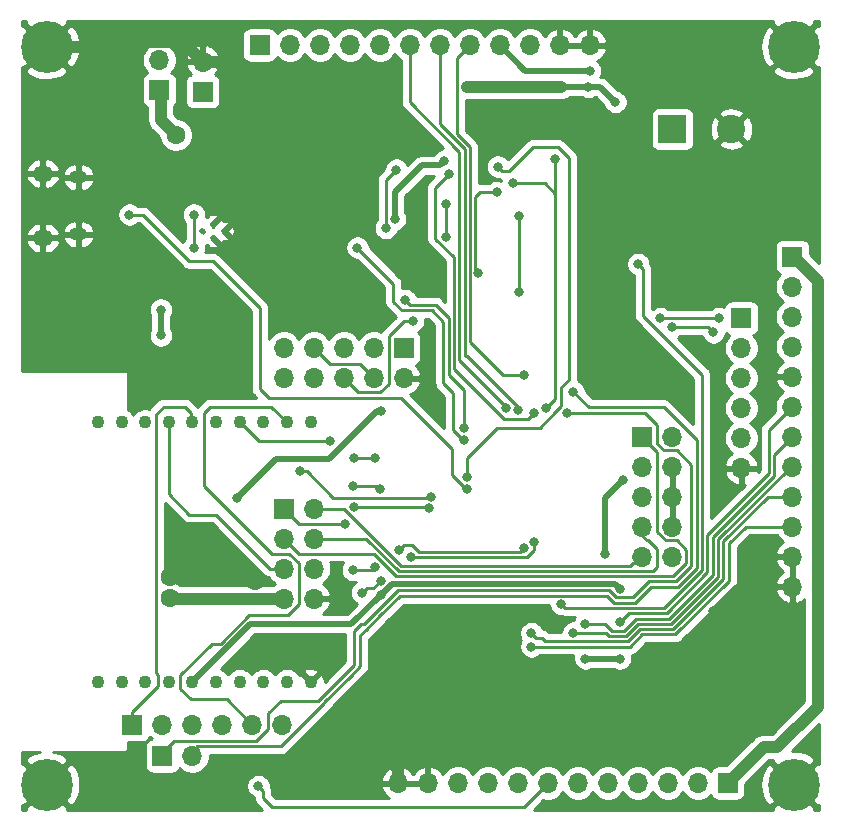
<source format=gbl>
G04 #@! TF.GenerationSoftware,KiCad,Pcbnew,(5.1.9)-1*
G04 #@! TF.CreationDate,2021-03-20T17:22:42+01:00*
G04 #@! TF.ProjectId,SmartSensor,536d6172-7453-4656-9e73-6f722e6b6963,rev?*
G04 #@! TF.SameCoordinates,Original*
G04 #@! TF.FileFunction,Copper,L2,Bot*
G04 #@! TF.FilePolarity,Positive*
%FSLAX46Y46*%
G04 Gerber Fmt 4.6, Leading zero omitted, Abs format (unit mm)*
G04 Created by KiCad (PCBNEW (5.1.9)-1) date 2021-03-20 17:22:42*
%MOMM*%
%LPD*%
G01*
G04 APERTURE LIST*
G04 #@! TA.AperFunction,ComponentPad*
%ADD10R,2.400000X2.400000*%
G04 #@! TD*
G04 #@! TA.AperFunction,ComponentPad*
%ADD11C,2.400000*%
G04 #@! TD*
G04 #@! TA.AperFunction,ComponentPad*
%ADD12O,1.500000X1.100000*%
G04 #@! TD*
G04 #@! TA.AperFunction,ComponentPad*
%ADD13O,1.700000X1.350000*%
G04 #@! TD*
G04 #@! TA.AperFunction,ComponentPad*
%ADD14R,1.700000X1.700000*%
G04 #@! TD*
G04 #@! TA.AperFunction,ComponentPad*
%ADD15O,1.700000X1.700000*%
G04 #@! TD*
G04 #@! TA.AperFunction,ComponentPad*
%ADD16C,0.500000*%
G04 #@! TD*
G04 #@! TA.AperFunction,ComponentPad*
%ADD17C,1.100000*%
G04 #@! TD*
G04 #@! TA.AperFunction,ComponentPad*
%ADD18C,4.400000*%
G04 #@! TD*
G04 #@! TA.AperFunction,ComponentPad*
%ADD19C,0.700000*%
G04 #@! TD*
G04 #@! TA.AperFunction,ViaPad*
%ADD20C,0.800000*%
G04 #@! TD*
G04 #@! TA.AperFunction,ViaPad*
%ADD21C,1.600000*%
G04 #@! TD*
G04 #@! TA.AperFunction,Conductor*
%ADD22C,0.250000*%
G04 #@! TD*
G04 #@! TA.AperFunction,Conductor*
%ADD23C,1.000000*%
G04 #@! TD*
G04 #@! TA.AperFunction,Conductor*
%ADD24C,0.500000*%
G04 #@! TD*
G04 #@! TA.AperFunction,Conductor*
%ADD25C,0.254000*%
G04 #@! TD*
G04 #@! TA.AperFunction,Conductor*
%ADD26C,0.100000*%
G04 #@! TD*
G04 APERTURE END LIST*
D10*
X219202000Y-88392000D03*
D11*
X224202000Y-88392000D03*
D12*
X168910000Y-92470000D03*
X168910000Y-97310000D03*
D13*
X165910000Y-92160000D03*
X165910000Y-97620000D03*
D14*
X175768000Y-85090000D03*
D15*
X175768000Y-82550000D03*
X179451000Y-82677000D03*
D14*
X179451000Y-85217000D03*
D15*
X225044000Y-117094000D03*
X225044000Y-114554000D03*
X225044000Y-112014000D03*
X225044000Y-109474000D03*
X225044000Y-106934000D03*
D14*
X225044000Y-104394000D03*
X196469000Y-106934000D03*
D15*
X196469000Y-109474000D03*
X193929000Y-106934000D03*
X193929000Y-109474000D03*
X191389000Y-106934000D03*
X191389000Y-109474000D03*
X188849000Y-106934000D03*
X188849000Y-109474000D03*
X186309000Y-106934000D03*
X186309000Y-109474000D03*
X219202000Y-124587000D03*
X216662000Y-124587000D03*
X219202000Y-122047000D03*
X216662000Y-122047000D03*
X219202000Y-119507000D03*
X216662000Y-119507000D03*
X219202000Y-116967000D03*
X216662000Y-116967000D03*
X219202000Y-114427000D03*
D14*
X216662000Y-114427000D03*
X176022000Y-141478000D03*
D15*
X178562000Y-141478000D03*
D14*
X173482000Y-138811000D03*
D15*
X176022000Y-138811000D03*
X178562000Y-138811000D03*
X181102000Y-138811000D03*
X183642000Y-138811000D03*
X186182000Y-138811000D03*
D14*
X186309000Y-120523000D03*
D15*
X188849000Y-120523000D03*
X186309000Y-123063000D03*
X188849000Y-123063000D03*
X186309000Y-125603000D03*
X188849000Y-125603000D03*
X186309000Y-128143000D03*
X188849000Y-128143000D03*
X212217000Y-81280000D03*
X209677000Y-81280000D03*
X207137000Y-81280000D03*
X204597000Y-81280000D03*
X202057000Y-81280000D03*
X199517000Y-81280000D03*
X196977000Y-81280000D03*
X194437000Y-81280000D03*
X191897000Y-81280000D03*
X189357000Y-81280000D03*
X186817000Y-81280000D03*
D14*
X184277000Y-81280000D03*
X229362000Y-99187000D03*
D15*
X229362000Y-101727000D03*
X229362000Y-104267000D03*
X229362000Y-106807000D03*
X229362000Y-109347000D03*
X229362000Y-111887000D03*
X229362000Y-114427000D03*
X229362000Y-116967000D03*
X229362000Y-119507000D03*
X229362000Y-122047000D03*
X229362000Y-124587000D03*
X229362000Y-127127000D03*
D14*
X223901000Y-143764000D03*
D15*
X221361000Y-143764000D03*
X218821000Y-143764000D03*
X216281000Y-143764000D03*
X213741000Y-143764000D03*
X211201000Y-143764000D03*
X208661000Y-143764000D03*
X206121000Y-143764000D03*
X203581000Y-143764000D03*
X201041000Y-143764000D03*
X198501000Y-143764000D03*
X195961000Y-143764000D03*
D16*
X181274000Y-97031000D03*
X180324000Y-97606000D03*
X180324000Y-96456000D03*
X179374000Y-97031000D03*
D17*
X170576000Y-135206000D03*
X172576000Y-135206000D03*
X174576000Y-135206000D03*
X176576000Y-135206000D03*
X178576000Y-135206000D03*
X180576000Y-135206000D03*
X182576000Y-135206000D03*
X184576000Y-135206000D03*
X186576000Y-135206000D03*
X188576000Y-135206000D03*
X188576000Y-113206000D03*
X186576000Y-113206000D03*
X184576000Y-113206000D03*
X182576000Y-113206000D03*
X180576000Y-113206000D03*
X178576000Y-113206000D03*
X176576000Y-113206000D03*
X174576000Y-113206000D03*
X172576000Y-113206000D03*
X170576000Y-113206000D03*
D18*
X229489000Y-81407000D03*
D19*
X231139000Y-81407000D03*
X230655726Y-82573726D03*
X229489000Y-83057000D03*
X228322274Y-82573726D03*
X227839000Y-81407000D03*
X228322274Y-80240274D03*
X229489000Y-79757000D03*
X230655726Y-80240274D03*
D18*
X166243000Y-81407000D03*
D19*
X167893000Y-81407000D03*
X167409726Y-82573726D03*
X166243000Y-83057000D03*
X165076274Y-82573726D03*
X164593000Y-81407000D03*
X165076274Y-80240274D03*
X166243000Y-79757000D03*
X167409726Y-80240274D03*
D18*
X166243000Y-143891000D03*
D19*
X167893000Y-143891000D03*
X167409726Y-145057726D03*
X166243000Y-145541000D03*
X165076274Y-145057726D03*
X164593000Y-143891000D03*
X165076274Y-142724274D03*
X166243000Y-142241000D03*
X167409726Y-142724274D03*
X230655726Y-142724274D03*
X229489000Y-142241000D03*
X228322274Y-142724274D03*
X227839000Y-143891000D03*
X228322274Y-145057726D03*
X229489000Y-145541000D03*
X230655726Y-145057726D03*
X231139000Y-143891000D03*
D18*
X229489000Y-143891000D03*
D20*
X178695000Y-98431000D03*
X178689000Y-95631000D03*
X209804000Y-84836000D03*
X201803000Y-84836000D03*
X214376000Y-86106000D03*
X212090000Y-84836000D03*
X175895000Y-103675000D03*
X175895000Y-105875000D03*
X182342459Y-119604459D03*
X194564000Y-112268000D03*
X215011000Y-118110000D03*
X213487000Y-124333000D03*
X206198000Y-102158000D03*
X206248000Y-95758000D03*
D21*
X176635311Y-128099313D03*
D20*
X218186000Y-104394000D03*
X223139000Y-104394000D03*
X219202000Y-105156000D03*
X222689847Y-105605153D03*
X214814990Y-127311990D03*
X194500500Y-127825500D03*
X197231000Y-104648000D03*
X202793020Y-100584000D03*
X214814990Y-130105990D03*
X204343000Y-93726000D03*
X187693261Y-117387000D03*
X198755000Y-119507000D03*
X209296000Y-90932000D03*
X208534000Y-112014000D03*
X205740000Y-92964000D03*
X196596000Y-102870000D03*
X201549000Y-113665000D03*
X200299653Y-92181347D03*
X207518000Y-112395000D03*
X201803000Y-117856000D03*
X204424998Y-91567000D03*
X216320000Y-99822000D03*
X209804000Y-128623020D03*
X185420000Y-87376000D03*
D21*
X183896000Y-126643000D03*
X176635310Y-126299312D03*
D20*
X197358000Y-100838000D03*
X191880500Y-90567500D03*
D21*
X190627000Y-138430000D03*
D20*
X212471000Y-97155000D03*
X222631000Y-129159000D03*
X200025000Y-97499000D03*
X200025000Y-94742000D03*
X199898000Y-91059000D03*
X195707000Y-96012000D03*
X212217000Y-83439000D03*
X194945000Y-96774000D03*
X195834000Y-91821000D03*
D21*
X177165000Y-88900000D03*
D20*
X210312000Y-112395000D03*
X210820000Y-110617000D03*
X191516000Y-121793000D03*
X192282653Y-120391347D03*
X198613579Y-120496952D03*
X192151000Y-125730000D03*
X194049937Y-125482063D03*
X196062769Y-124045617D03*
X206629000Y-123825000D03*
X192913000Y-127635000D03*
X194500500Y-126623418D03*
X197104000Y-124624000D03*
X207523429Y-123377786D03*
X194056000Y-116205000D03*
X192278000Y-116205000D03*
X173228000Y-95631000D03*
X201803000Y-118856003D03*
X206629000Y-109220000D03*
X207264000Y-132207000D03*
X207264000Y-131064000D03*
X184150000Y-144018000D03*
X190246000Y-114808000D03*
X192151000Y-118618000D03*
X194467010Y-118872000D03*
X205105000Y-112014000D03*
X206121000Y-112141000D03*
X192532000Y-98425000D03*
X201549000Y-114681000D03*
X211836000Y-130302000D03*
X214757000Y-133223000D03*
X211836000Y-133223000D03*
X210820000Y-131031990D03*
D22*
X178695000Y-98431000D02*
X178695000Y-95637000D01*
X178695000Y-95637000D02*
X178689000Y-95631000D01*
D23*
X209804000Y-84836000D02*
X201803000Y-84836000D01*
D24*
X214376000Y-86106000D02*
X213106000Y-84836000D01*
X213106000Y-84836000D02*
X212090000Y-84836000D01*
X212090000Y-84836000D02*
X209804000Y-84836000D01*
X175895000Y-103675000D02*
X175895000Y-105875000D01*
D22*
X193079001Y-108624001D02*
X193929000Y-109474000D01*
X192753999Y-108298999D02*
X193079001Y-108624001D01*
X190213999Y-108298999D02*
X192753999Y-108298999D01*
X188849000Y-106934000D02*
X190213999Y-108298999D01*
D24*
X182342459Y-119604459D02*
X185614918Y-116332000D01*
X185614918Y-116332000D02*
X190119000Y-116332000D01*
X190119000Y-116332000D02*
X194183000Y-112268000D01*
X194183000Y-112268000D02*
X194564000Y-112268000D01*
X215011000Y-118110000D02*
X213487000Y-119634000D01*
X213487000Y-119634000D02*
X213487000Y-124333000D01*
D22*
X206248000Y-102108000D02*
X206198000Y-102158000D01*
X206248000Y-95758000D02*
X206248000Y-102108000D01*
D23*
X226949000Y-140716000D02*
X223901000Y-143764000D01*
X228092000Y-140716000D02*
X226949000Y-140716000D01*
X231521000Y-137287000D02*
X228092000Y-140716000D01*
X231521000Y-101219000D02*
X231521000Y-137287000D01*
X229489000Y-99187000D02*
X231521000Y-101219000D01*
X229362000Y-99187000D02*
X229489000Y-99187000D01*
X186309000Y-128143000D02*
X176678998Y-128143000D01*
X176678998Y-128143000D02*
X176635311Y-128099313D01*
D22*
X218186000Y-104394000D02*
X223139000Y-104394000D01*
X219202000Y-105156000D02*
X222240694Y-105156000D01*
X222240694Y-105156000D02*
X222689847Y-105605153D01*
D24*
X178576000Y-135206000D02*
X183480000Y-130302000D01*
X183480000Y-130302000D02*
X192024000Y-130302000D01*
X214376000Y-126873000D02*
X214814990Y-127311990D01*
X195453000Y-126873000D02*
X214376000Y-126873000D01*
X192024000Y-130302000D02*
X194500500Y-127825500D01*
X194500500Y-127825500D02*
X195453000Y-126873000D01*
D22*
X194493001Y-110649001D02*
X195199000Y-109943002D01*
X191389000Y-109474000D02*
X192564001Y-110649001D01*
X192564001Y-110649001D02*
X194493001Y-110649001D01*
X195199000Y-109943002D02*
X195199000Y-109220000D01*
X196469998Y-104648000D02*
X197231000Y-104648000D01*
X195199000Y-109220000D02*
X195199000Y-105918998D01*
X195199000Y-105918998D02*
X196469998Y-104648000D01*
X202518030Y-95444278D02*
X202518030Y-95571600D01*
X202518030Y-95571600D02*
X202518030Y-98171000D01*
X202518030Y-98171000D02*
X202518030Y-100309010D01*
X202518030Y-100309010D02*
X202793020Y-100584000D01*
X202518030Y-95444278D02*
X202518030Y-94788970D01*
X202518030Y-94788970D02*
X202518030Y-94153970D01*
X202946000Y-93726000D02*
X204343000Y-93726000D01*
X202518030Y-94153970D02*
X202946000Y-93726000D01*
X227387990Y-113861010D02*
X229362000Y-111887000D01*
X222177040Y-122753550D02*
X227387990Y-117542600D01*
X227387990Y-117542600D02*
X227387990Y-113861010D01*
X222177040Y-125934190D02*
X222177040Y-122753550D01*
X218724211Y-129387019D02*
X222177040Y-125934190D01*
X215533960Y-129387020D02*
X218724211Y-129387019D01*
X214814990Y-130105990D02*
X215533960Y-129387020D01*
X217932000Y-115697000D02*
X216662000Y-114427000D01*
X220377001Y-124022999D02*
X219576003Y-123222001D01*
X219576003Y-123222001D02*
X218637999Y-123222001D01*
X187579000Y-124333000D02*
X193926180Y-124333000D01*
X186309000Y-123063000D02*
X187579000Y-124333000D01*
X218637999Y-123222001D02*
X217932000Y-122516002D01*
X193926180Y-124333000D02*
X195842200Y-126249020D01*
X217932000Y-122516002D02*
X217932000Y-115697000D01*
X195842200Y-126249020D02*
X219278982Y-126249020D01*
X219278982Y-126249020D02*
X220377001Y-125151001D01*
X220377001Y-125151001D02*
X220377001Y-124022999D01*
X216662000Y-122809000D02*
X216662000Y-122047000D01*
X217043000Y-123190000D02*
X216662000Y-122809000D01*
X217170000Y-123190000D02*
X217043000Y-123190000D01*
X196028600Y-125799010D02*
X217608990Y-125799010D01*
X193292590Y-123063000D02*
X196028600Y-125799010D01*
X217608990Y-125799010D02*
X217932000Y-125476000D01*
X217932000Y-125476000D02*
X217932000Y-123952000D01*
X188849000Y-123063000D02*
X193292590Y-123063000D01*
X217932000Y-123952000D02*
X217170000Y-123190000D01*
X216154000Y-125095000D02*
X216662000Y-124587000D01*
X215900000Y-125095000D02*
X216154000Y-125095000D01*
X215646000Y-125349000D02*
X215900000Y-125095000D01*
X196215000Y-125349000D02*
X215646000Y-125349000D01*
X188849000Y-120523000D02*
X191389000Y-120523000D01*
X191389000Y-120523000D02*
X196215000Y-125349000D01*
X188258946Y-117387000D02*
X190505946Y-119634000D01*
X187693261Y-117387000D02*
X188258946Y-117387000D01*
X190505946Y-119634000D02*
X198628000Y-119634000D01*
X198628000Y-119634000D02*
X198755000Y-119507000D01*
X209296000Y-90932000D02*
X209296000Y-91497685D01*
X209296000Y-94869000D02*
X209296000Y-111252000D01*
X209296000Y-111252000D02*
X208534000Y-112014000D01*
X209296000Y-94107000D02*
X209296000Y-93853000D01*
X209296000Y-91497685D02*
X209296000Y-94107000D01*
X209296000Y-94107000D02*
X209296000Y-94869000D01*
X209296000Y-93853000D02*
X208407000Y-92964000D01*
X208407000Y-92964000D02*
X205740000Y-92964000D01*
X199154999Y-103269999D02*
X200267980Y-104382980D01*
X196596000Y-102870000D02*
X196995999Y-103269999D01*
X196995999Y-103269999D02*
X199154999Y-103269999D01*
X200267982Y-105017982D02*
X200267982Y-109208982D01*
X200267980Y-104382980D02*
X200267980Y-105017980D01*
X200267980Y-105017980D02*
X200267982Y-105017982D01*
X200267982Y-109208982D02*
X201549000Y-110490000D01*
X201549000Y-110490000D02*
X201549000Y-113665000D01*
X200299653Y-92181347D02*
X199299999Y-93181001D01*
X199299999Y-93181001D02*
X199136000Y-93345000D01*
X199136000Y-93345000D02*
X199136000Y-94488000D01*
X199136000Y-97683002D02*
X200717990Y-99264992D01*
X199136000Y-94488000D02*
X199136000Y-97683002D01*
X200717990Y-99264992D02*
X200717990Y-99949000D01*
X200717990Y-99949000D02*
X200717990Y-104775000D01*
X200717992Y-108699994D02*
X204597000Y-112579002D01*
X200717990Y-104775000D02*
X200717992Y-108699994D01*
X204597000Y-112579002D02*
X204920998Y-112903000D01*
X204920998Y-112903000D02*
X207010000Y-112903000D01*
X207010000Y-112903000D02*
X207518000Y-112395000D01*
X207391000Y-89916000D02*
X209550000Y-89916000D01*
X209550000Y-89916000D02*
X210439000Y-90805000D01*
X210439000Y-90805000D02*
X210439000Y-109347000D01*
X210439000Y-109347000D02*
X210439000Y-109601000D01*
X209804000Y-111829998D02*
X209296000Y-112337998D01*
X210439000Y-109601000D02*
X209804000Y-110236000D01*
X209804000Y-110236000D02*
X209804000Y-111829998D01*
X209296000Y-112337998D02*
X207968998Y-113665000D01*
X207968998Y-113665000D02*
X204343000Y-113665000D01*
X204343000Y-113665000D02*
X201803000Y-116205000D01*
X201803000Y-116205000D02*
X201803000Y-117856000D01*
X205359000Y-91948000D02*
X207391000Y-89916000D01*
X205359000Y-91948000D02*
X204805998Y-91948000D01*
X204805998Y-91948000D02*
X204424998Y-91567000D01*
X216719999Y-100221999D02*
X216719999Y-104197999D01*
X216320000Y-99822000D02*
X216719999Y-100221999D01*
X216719999Y-104197999D02*
X219964000Y-107442000D01*
X210117990Y-128937010D02*
X209804000Y-128623020D01*
X218537810Y-128937010D02*
X210117990Y-128937010D01*
X221727030Y-125747790D02*
X218537810Y-128937010D01*
X219964000Y-107442000D02*
X221727030Y-109205030D01*
X221727030Y-109205030D02*
X221727030Y-125747790D01*
D23*
X169354269Y-81407000D02*
X166243000Y-81407000D01*
X169761270Y-80999999D02*
X169354269Y-81407000D01*
X177773999Y-80999999D02*
X169761270Y-80999999D01*
X179451000Y-82677000D02*
X177773999Y-80999999D01*
X180721000Y-82677000D02*
X179451000Y-82677000D01*
X185420000Y-87376000D02*
X180721000Y-82677000D01*
X183896000Y-126643000D02*
X183552312Y-126299312D01*
X183552312Y-126299312D02*
X176635310Y-126299312D01*
D22*
X191880500Y-95360500D02*
X191880500Y-90567500D01*
X197358000Y-100838000D02*
X191880500Y-95360500D01*
D23*
X195961000Y-142561919D02*
X191829081Y-138430000D01*
X195961000Y-143764000D02*
X195961000Y-142561919D01*
X191829081Y-138430000D02*
X190627000Y-138430000D01*
D24*
X215439000Y-97155000D02*
X224202000Y-88392000D01*
X212471000Y-97155000D02*
X215439000Y-97155000D01*
X224663000Y-127127000D02*
X229362000Y-127127000D01*
X222631000Y-129159000D02*
X224663000Y-127127000D01*
D22*
X200025000Y-97499000D02*
X200025000Y-94742000D01*
D24*
X199498001Y-91458999D02*
X197974001Y-91458999D01*
X199898000Y-91059000D02*
X199498001Y-91458999D01*
X195707000Y-93726000D02*
X195707000Y-96012000D01*
X197974001Y-91458999D02*
X195707000Y-93726000D01*
X206756000Y-83439000D02*
X204597000Y-81280000D01*
X212217000Y-83439000D02*
X206756000Y-83439000D01*
D22*
X194945000Y-96774000D02*
X194945000Y-92710000D01*
X194945000Y-92710000D02*
X195834000Y-91821000D01*
D23*
X177165000Y-88900000D02*
X175895000Y-87630000D01*
X175895000Y-85217000D02*
X175768000Y-85090000D01*
X175895000Y-87630000D02*
X175895000Y-85217000D01*
D22*
X176022000Y-141478000D02*
X176022000Y-141224000D01*
X176022000Y-141224000D02*
X177038000Y-140208000D01*
X177038000Y-140208000D02*
X178435000Y-140208000D01*
X183984002Y-140208000D02*
X185006999Y-139185003D01*
X178435000Y-140208000D02*
X183984002Y-140208000D01*
X185006999Y-139185003D02*
X185006999Y-137827001D01*
X185006999Y-137827001D02*
X186055000Y-136779000D01*
X186055000Y-136779000D02*
X189230000Y-136779000D01*
X192278000Y-133731000D02*
X192278000Y-130861186D01*
X189230000Y-136779000D02*
X192278000Y-133731000D01*
X192278000Y-130861186D02*
X192811593Y-130327593D01*
X193071409Y-130327593D02*
X195950992Y-127448010D01*
X192811593Y-130327593D02*
X193071409Y-130327593D01*
X195950992Y-127448010D02*
X196469000Y-127448010D01*
X214466989Y-128036991D02*
X215879009Y-128036991D01*
X196469000Y-127448010D02*
X213878008Y-127448010D01*
X213878008Y-127448010D02*
X214466989Y-128036991D01*
X217216970Y-126699030D02*
X219502970Y-126699030D01*
X215879009Y-128036991D02*
X217216970Y-126699030D01*
X218473411Y-115602001D02*
X217932000Y-115060590D01*
X219576003Y-115602001D02*
X218473411Y-115602001D01*
X220827011Y-116853009D02*
X219576003Y-115602001D01*
X219502970Y-126699030D02*
X220827011Y-125374989D01*
X220827011Y-125374989D02*
X220827011Y-116853009D01*
X217932000Y-113411998D02*
X216915002Y-112395000D01*
X217932000Y-115060590D02*
X217932000Y-113411998D01*
X216915002Y-112395000D02*
X210312000Y-112395000D01*
X178562000Y-141097000D02*
X179000990Y-140658010D01*
X178562000Y-141478000D02*
X178562000Y-141097000D01*
X179000990Y-140658010D02*
X181991000Y-140658010D01*
X189738000Y-136994002D02*
X189738000Y-136907410D01*
X181991000Y-140658010D02*
X186073992Y-140658010D01*
X186073992Y-140658010D02*
X189738000Y-136994002D01*
X189738000Y-136907410D02*
X191961205Y-134684205D01*
X192786000Y-131249412D02*
X193257810Y-130777602D01*
X191961205Y-134684205D02*
X192786000Y-133859410D01*
X192786000Y-133859410D02*
X192786000Y-131249412D01*
X193257810Y-130777602D02*
X194466206Y-129569206D01*
X196137392Y-127898020D02*
X196282600Y-127898020D01*
X194466206Y-129569206D02*
X196137392Y-127898020D01*
X196282600Y-127898020D02*
X199009000Y-127898020D01*
X199009000Y-127898020D02*
X210829020Y-127898020D01*
X210829020Y-127898020D02*
X213691608Y-127898020D01*
X213691608Y-127898020D02*
X214280588Y-128487000D01*
X214280588Y-128487000D02*
X214280589Y-128487001D01*
X214280589Y-128487001D02*
X216065410Y-128487000D01*
X216065410Y-128487000D02*
X217403370Y-127149040D01*
X217403370Y-127149040D02*
X219689371Y-127149039D01*
X219689371Y-127149039D02*
X221277021Y-125561389D01*
X221277021Y-125561389D02*
X221277021Y-118618000D01*
X218458993Y-111944991D02*
X216916000Y-111944991D01*
X221277021Y-118618000D02*
X221277021Y-114763019D01*
X221277021Y-114763019D02*
X218458993Y-111944991D01*
X216916000Y-111944991D02*
X212147991Y-111944991D01*
X212147991Y-111944991D02*
X210820000Y-110617000D01*
X178435000Y-113065000D02*
X178576000Y-113206000D01*
X177927000Y-111887000D02*
X178435000Y-112395000D01*
X178435000Y-112395000D02*
X178435000Y-113065000D01*
X173482000Y-137711000D02*
X175641000Y-135552000D01*
X175641000Y-135552000D02*
X175641000Y-134620000D01*
X176149000Y-111887000D02*
X177927000Y-111887000D01*
X173482000Y-138811000D02*
X173482000Y-137711000D01*
X175641000Y-134620000D02*
X175510310Y-134489310D01*
X175510310Y-134489310D02*
X175510310Y-112525690D01*
X175510310Y-112525690D02*
X176149000Y-111887000D01*
X180213000Y-131953000D02*
X180975000Y-131953000D01*
X179578000Y-112395000D02*
X180086000Y-111887000D01*
X177546000Y-134620000D02*
X180213000Y-131953000D01*
X179578000Y-118618000D02*
X179578000Y-112395000D01*
X177546000Y-135763000D02*
X177546000Y-134620000D01*
X178435000Y-136652000D02*
X177546000Y-135763000D01*
X187579000Y-125133998D02*
X186778002Y-124333000D01*
X185257000Y-111887000D02*
X186576000Y-113206000D01*
X183642000Y-138811000D02*
X181483000Y-136652000D01*
X181483000Y-136652000D02*
X178435000Y-136652000D01*
X187579000Y-128612002D02*
X187579000Y-125133998D01*
X180975000Y-131953000D02*
X183388000Y-129540000D01*
X186778002Y-124333000D02*
X185293000Y-124333000D01*
X183388000Y-129540000D02*
X186651002Y-129540000D01*
X186651002Y-129540000D02*
X187579000Y-128612002D01*
X185293000Y-124333000D02*
X179578000Y-118618000D01*
X180086000Y-111887000D02*
X185257000Y-111887000D01*
X186309000Y-120523000D02*
X187325000Y-121539000D01*
X187325000Y-121539000D02*
X187579000Y-121793000D01*
X187579000Y-121793000D02*
X191516000Y-121793000D01*
X192282653Y-120391347D02*
X198507974Y-120391347D01*
X198507974Y-120391347D02*
X198613579Y-120496952D01*
X176576000Y-119299000D02*
X176576000Y-113206000D01*
X178308000Y-121031000D02*
X176576000Y-119299000D01*
X180534919Y-121031000D02*
X178308000Y-121031000D01*
X186309000Y-125603000D02*
X185106919Y-125603000D01*
X185106919Y-125603000D02*
X180534919Y-121031000D01*
X192151000Y-125730000D02*
X193802000Y-125730000D01*
X193802000Y-125730000D02*
X194049937Y-125482063D01*
X197198620Y-123645618D02*
X197726992Y-124173990D01*
X196062769Y-124045617D02*
X196462768Y-123645618D01*
X196462768Y-123645618D02*
X197198620Y-123645618D01*
X197726992Y-124173990D02*
X206280010Y-124173990D01*
X206280010Y-124173990D02*
X206629000Y-123825000D01*
X192913000Y-127635000D02*
X193312999Y-127235001D01*
X193312999Y-127235001D02*
X193888917Y-127235001D01*
X193888917Y-127235001D02*
X194500500Y-126623418D01*
X207523429Y-124003573D02*
X207523429Y-123377786D01*
X206903002Y-124624000D02*
X207523429Y-124003573D01*
X206031000Y-124624000D02*
X206903002Y-124624000D01*
X197104000Y-124624000D02*
X206031000Y-124624000D01*
X194056000Y-116205000D02*
X192278000Y-116205000D01*
X173228000Y-95631000D02*
X174371000Y-95631000D01*
X174371000Y-95631000D02*
X178308000Y-99568000D01*
X178308000Y-99568000D02*
X180340000Y-99568000D01*
X180340000Y-99568000D02*
X184023000Y-103251000D01*
X184023000Y-103251000D02*
X184277000Y-103505000D01*
X184277000Y-103505000D02*
X184277000Y-110363000D01*
X184277000Y-110363000D02*
X184531000Y-110617000D01*
X184531000Y-110617000D02*
X185039000Y-111125000D01*
X185039000Y-111125000D02*
X187790002Y-111125000D01*
X187790002Y-111125000D02*
X196215000Y-111125000D01*
X196215000Y-111125000D02*
X200533000Y-115443000D01*
X201730001Y-118856003D02*
X201803000Y-118856003D01*
X200533000Y-115443000D02*
X200533000Y-117659002D01*
X200533000Y-117659002D02*
X201730001Y-118856003D01*
X200977990Y-88834170D02*
X202068020Y-89924200D01*
X202057000Y-81280000D02*
X200977990Y-82359010D01*
X200977990Y-82359010D02*
X200977990Y-88834170D01*
X202068020Y-89924200D02*
X202068020Y-95758000D01*
X202068020Y-95758000D02*
X202068020Y-106437020D01*
X202068020Y-106437020D02*
X204851000Y-109220000D01*
X204851000Y-109220000D02*
X206629000Y-109220000D01*
X225429230Y-122047000D02*
X229362000Y-122047000D01*
X224028000Y-126628870D02*
X224028000Y-123448230D01*
X219469815Y-131187055D02*
X224028000Y-126628870D01*
X224028000Y-123448230D02*
X225429230Y-122047000D01*
X216670174Y-131187056D02*
X219469815Y-131187055D01*
X215650230Y-132207000D02*
X216670174Y-131187056D01*
X207264000Y-132207000D02*
X215650230Y-132207000D01*
X207264000Y-131064000D02*
X207663999Y-131463999D01*
X207663999Y-131463999D02*
X208171999Y-131463999D01*
X208171999Y-131463999D02*
X208464990Y-131756990D01*
X208464990Y-131756990D02*
X214814990Y-131756990D01*
X227332820Y-119507000D02*
X229362000Y-119507000D01*
X223531020Y-126489440D02*
X223531020Y-123308800D01*
X219283414Y-130737046D02*
X223531020Y-126489440D01*
X216483774Y-130737046D02*
X219283414Y-130737046D01*
X215463832Y-131756988D02*
X216483774Y-130737046D01*
X223531020Y-123308800D02*
X227332820Y-119507000D01*
X215080012Y-131756988D02*
X215463832Y-131756988D01*
X215080010Y-131756990D02*
X215080012Y-131756988D01*
X214814990Y-131756990D02*
X215080010Y-131756990D01*
X206629000Y-145796000D02*
X208661000Y-143764000D01*
X185293000Y-145796000D02*
X206629000Y-145796000D01*
X184549999Y-145052999D02*
X185293000Y-145796000D01*
X184150000Y-144018000D02*
X184549999Y-144417999D01*
X184549999Y-144417999D02*
X184549999Y-145052999D01*
X182576000Y-113206000D02*
X184178000Y-114808000D01*
X184178000Y-114808000D02*
X190246000Y-114808000D01*
X192151000Y-118618000D02*
X194213010Y-118618000D01*
X194213010Y-118618000D02*
X194467010Y-118872000D01*
X196977000Y-81280000D02*
X196977000Y-86106000D01*
X196977000Y-86106000D02*
X201168000Y-90297000D01*
X201168000Y-90297000D02*
X201168000Y-107950000D01*
X201168000Y-107950000D02*
X205105000Y-111887000D01*
X205105000Y-111887000D02*
X205105000Y-112014000D01*
X199517000Y-88009590D02*
X201618010Y-90110600D01*
X199517000Y-81280000D02*
X199517000Y-88009590D01*
X201618010Y-90110600D02*
X201618010Y-107638010D01*
X206121000Y-111956998D02*
X206121000Y-112141000D01*
X201618010Y-107638010D02*
X201802012Y-107638010D01*
X201802012Y-107638010D02*
X206121000Y-111956998D01*
X192532000Y-98425000D02*
X195580000Y-101473000D01*
X195580000Y-101473000D02*
X195580000Y-102997000D01*
X195580000Y-102997000D02*
X196303008Y-103720008D01*
X196303008Y-103720008D02*
X198335008Y-103720008D01*
X198335008Y-103720008D02*
X198843008Y-103720008D01*
X199817970Y-104694970D02*
X199817970Y-105204380D01*
X198843008Y-103720008D02*
X199817970Y-104694970D01*
X199817970Y-105204380D02*
X199817972Y-105204382D01*
X199817972Y-105204382D02*
X199817972Y-107442000D01*
X199817972Y-109901972D02*
X200660000Y-110744000D01*
X199817972Y-107442000D02*
X199817972Y-109901972D01*
X201491998Y-114681000D02*
X201549000Y-114681000D01*
X200660000Y-110744000D02*
X200660000Y-113849002D01*
X200660000Y-113849002D02*
X201491998Y-114681000D01*
X227838000Y-117729000D02*
X227838000Y-115951000D01*
X222627050Y-122939950D02*
X227838000Y-117729000D01*
X227838000Y-115951000D02*
X229362000Y-114427000D01*
X222627050Y-123567050D02*
X222627050Y-122939950D01*
X218910612Y-129837028D02*
X222631000Y-126116640D01*
X222631000Y-123571000D02*
X222627050Y-123567050D01*
X222631000Y-126116640D02*
X222631000Y-123571000D01*
X216110972Y-129837028D02*
X218910612Y-129837028D01*
X214054400Y-130856970D02*
X215091030Y-130856970D01*
X215091030Y-130856970D02*
X216110972Y-129837028D01*
X213499430Y-130302000D02*
X214054400Y-130856970D01*
X211836000Y-130302000D02*
X213499430Y-130302000D01*
D24*
X214757000Y-133223000D02*
X212344000Y-133223000D01*
X212344000Y-133223000D02*
X211836000Y-133223000D01*
D22*
X229236410Y-116967000D02*
X229362000Y-116967000D01*
X223081010Y-123122400D02*
X229236410Y-116967000D01*
X223081010Y-126303040D02*
X223081010Y-123122400D01*
X216297372Y-130287038D02*
X219097013Y-130287037D01*
X215277431Y-131306979D02*
X216297372Y-130287038D01*
X213868000Y-131306980D02*
X215277431Y-131306979D01*
X219097013Y-130287037D02*
X223081010Y-126303040D01*
X213593010Y-131031990D02*
X213868000Y-131306980D01*
X210820000Y-131031990D02*
X213593010Y-131031990D01*
D25*
X231623001Y-142170271D02*
X231478775Y-142080830D01*
X229668605Y-143891000D01*
X231478775Y-145701170D01*
X231623000Y-145611730D01*
X231623001Y-146025000D01*
X231209730Y-146025000D01*
X231299170Y-145880775D01*
X229489000Y-144070605D01*
X227678830Y-145880775D01*
X227768270Y-146025000D01*
X207474801Y-146025000D01*
X208294592Y-145205210D01*
X208514740Y-145249000D01*
X208807260Y-145249000D01*
X209094158Y-145191932D01*
X209364411Y-145079990D01*
X209607632Y-144917475D01*
X209814475Y-144710632D01*
X209931000Y-144536240D01*
X210047525Y-144710632D01*
X210254368Y-144917475D01*
X210497589Y-145079990D01*
X210767842Y-145191932D01*
X211054740Y-145249000D01*
X211347260Y-145249000D01*
X211634158Y-145191932D01*
X211904411Y-145079990D01*
X212147632Y-144917475D01*
X212354475Y-144710632D01*
X212471000Y-144536240D01*
X212587525Y-144710632D01*
X212794368Y-144917475D01*
X213037589Y-145079990D01*
X213307842Y-145191932D01*
X213594740Y-145249000D01*
X213887260Y-145249000D01*
X214174158Y-145191932D01*
X214444411Y-145079990D01*
X214687632Y-144917475D01*
X214894475Y-144710632D01*
X215011000Y-144536240D01*
X215127525Y-144710632D01*
X215334368Y-144917475D01*
X215577589Y-145079990D01*
X215847842Y-145191932D01*
X216134740Y-145249000D01*
X216427260Y-145249000D01*
X216714158Y-145191932D01*
X216984411Y-145079990D01*
X217227632Y-144917475D01*
X217434475Y-144710632D01*
X217551000Y-144536240D01*
X217667525Y-144710632D01*
X217874368Y-144917475D01*
X218117589Y-145079990D01*
X218387842Y-145191932D01*
X218674740Y-145249000D01*
X218967260Y-145249000D01*
X219254158Y-145191932D01*
X219524411Y-145079990D01*
X219767632Y-144917475D01*
X219974475Y-144710632D01*
X220091000Y-144536240D01*
X220207525Y-144710632D01*
X220414368Y-144917475D01*
X220657589Y-145079990D01*
X220927842Y-145191932D01*
X221214740Y-145249000D01*
X221507260Y-145249000D01*
X221794158Y-145191932D01*
X222064411Y-145079990D01*
X222307632Y-144917475D01*
X222439487Y-144785620D01*
X222461498Y-144858180D01*
X222520463Y-144968494D01*
X222599815Y-145065185D01*
X222696506Y-145144537D01*
X222806820Y-145203502D01*
X222926518Y-145239812D01*
X223051000Y-145252072D01*
X224751000Y-145252072D01*
X224875482Y-145239812D01*
X224995180Y-145203502D01*
X225105494Y-145144537D01*
X225202185Y-145065185D01*
X225281537Y-144968494D01*
X225340502Y-144858180D01*
X225376812Y-144738482D01*
X225389072Y-144614000D01*
X225389072Y-143906174D01*
X226640322Y-143906174D01*
X226698019Y-144461632D01*
X226862972Y-144995161D01*
X227111982Y-145461024D01*
X227499225Y-145701170D01*
X229309395Y-143891000D01*
X227499225Y-142080830D01*
X227111982Y-142320976D01*
X226851359Y-142814877D01*
X226692099Y-143350133D01*
X226640322Y-143906174D01*
X225389072Y-143906174D01*
X225389072Y-143881059D01*
X227419132Y-141851000D01*
X227709977Y-141851000D01*
X227678830Y-141901225D01*
X229489000Y-143711395D01*
X231299170Y-141901225D01*
X231059024Y-141513982D01*
X230565123Y-141253359D01*
X230029867Y-141094099D01*
X229473826Y-141042322D01*
X229358868Y-141054263D01*
X231623000Y-138790132D01*
X231623001Y-142170271D01*
G04 #@! TA.AperFunction,Conductor*
D26*
G36*
X231623001Y-142170271D02*
G01*
X231478775Y-142080830D01*
X229668605Y-143891000D01*
X231478775Y-145701170D01*
X231623000Y-145611730D01*
X231623001Y-146025000D01*
X231209730Y-146025000D01*
X231299170Y-145880775D01*
X229489000Y-144070605D01*
X227678830Y-145880775D01*
X227768270Y-146025000D01*
X207474801Y-146025000D01*
X208294592Y-145205210D01*
X208514740Y-145249000D01*
X208807260Y-145249000D01*
X209094158Y-145191932D01*
X209364411Y-145079990D01*
X209607632Y-144917475D01*
X209814475Y-144710632D01*
X209931000Y-144536240D01*
X210047525Y-144710632D01*
X210254368Y-144917475D01*
X210497589Y-145079990D01*
X210767842Y-145191932D01*
X211054740Y-145249000D01*
X211347260Y-145249000D01*
X211634158Y-145191932D01*
X211904411Y-145079990D01*
X212147632Y-144917475D01*
X212354475Y-144710632D01*
X212471000Y-144536240D01*
X212587525Y-144710632D01*
X212794368Y-144917475D01*
X213037589Y-145079990D01*
X213307842Y-145191932D01*
X213594740Y-145249000D01*
X213887260Y-145249000D01*
X214174158Y-145191932D01*
X214444411Y-145079990D01*
X214687632Y-144917475D01*
X214894475Y-144710632D01*
X215011000Y-144536240D01*
X215127525Y-144710632D01*
X215334368Y-144917475D01*
X215577589Y-145079990D01*
X215847842Y-145191932D01*
X216134740Y-145249000D01*
X216427260Y-145249000D01*
X216714158Y-145191932D01*
X216984411Y-145079990D01*
X217227632Y-144917475D01*
X217434475Y-144710632D01*
X217551000Y-144536240D01*
X217667525Y-144710632D01*
X217874368Y-144917475D01*
X218117589Y-145079990D01*
X218387842Y-145191932D01*
X218674740Y-145249000D01*
X218967260Y-145249000D01*
X219254158Y-145191932D01*
X219524411Y-145079990D01*
X219767632Y-144917475D01*
X219974475Y-144710632D01*
X220091000Y-144536240D01*
X220207525Y-144710632D01*
X220414368Y-144917475D01*
X220657589Y-145079990D01*
X220927842Y-145191932D01*
X221214740Y-145249000D01*
X221507260Y-145249000D01*
X221794158Y-145191932D01*
X222064411Y-145079990D01*
X222307632Y-144917475D01*
X222439487Y-144785620D01*
X222461498Y-144858180D01*
X222520463Y-144968494D01*
X222599815Y-145065185D01*
X222696506Y-145144537D01*
X222806820Y-145203502D01*
X222926518Y-145239812D01*
X223051000Y-145252072D01*
X224751000Y-145252072D01*
X224875482Y-145239812D01*
X224995180Y-145203502D01*
X225105494Y-145144537D01*
X225202185Y-145065185D01*
X225281537Y-144968494D01*
X225340502Y-144858180D01*
X225376812Y-144738482D01*
X225389072Y-144614000D01*
X225389072Y-143906174D01*
X226640322Y-143906174D01*
X226698019Y-144461632D01*
X226862972Y-144995161D01*
X227111982Y-145461024D01*
X227499225Y-145701170D01*
X229309395Y-143891000D01*
X227499225Y-142080830D01*
X227111982Y-142320976D01*
X226851359Y-142814877D01*
X226692099Y-143350133D01*
X226640322Y-143906174D01*
X225389072Y-143906174D01*
X225389072Y-143881059D01*
X227419132Y-141851000D01*
X227709977Y-141851000D01*
X227678830Y-141901225D01*
X229489000Y-143711395D01*
X231299170Y-141901225D01*
X231059024Y-141513982D01*
X230565123Y-141253359D01*
X230029867Y-141094099D01*
X229473826Y-141042322D01*
X229358868Y-141054263D01*
X231623000Y-138790132D01*
X231623001Y-142170271D01*
G37*
G04 #@! TD.AperFunction*
D25*
X228208525Y-122993632D02*
X228415368Y-123200475D01*
X228597534Y-123322195D01*
X228480645Y-123391822D01*
X228264412Y-123586731D01*
X228090359Y-123820080D01*
X227965175Y-124082901D01*
X227920524Y-124230110D01*
X228041845Y-124460000D01*
X229235000Y-124460000D01*
X229235000Y-124440000D01*
X229489000Y-124440000D01*
X229489000Y-124460000D01*
X229509000Y-124460000D01*
X229509000Y-124714000D01*
X229489000Y-124714000D01*
X229489000Y-127000000D01*
X229509000Y-127000000D01*
X229509000Y-127254000D01*
X229489000Y-127254000D01*
X229489000Y-128447814D01*
X229718891Y-128568481D01*
X229993252Y-128471157D01*
X230243355Y-128322178D01*
X230386001Y-128193599D01*
X230386001Y-136816867D01*
X227621869Y-139581000D01*
X227004751Y-139581000D01*
X226949000Y-139575509D01*
X226893248Y-139581000D01*
X226726501Y-139597423D01*
X226512553Y-139662324D01*
X226315377Y-139767716D01*
X226142551Y-139909551D01*
X226107011Y-139952857D01*
X223783941Y-142275928D01*
X223051000Y-142275928D01*
X222926518Y-142288188D01*
X222806820Y-142324498D01*
X222696506Y-142383463D01*
X222599815Y-142462815D01*
X222520463Y-142559506D01*
X222461498Y-142669820D01*
X222439487Y-142742380D01*
X222307632Y-142610525D01*
X222064411Y-142448010D01*
X221794158Y-142336068D01*
X221507260Y-142279000D01*
X221214740Y-142279000D01*
X220927842Y-142336068D01*
X220657589Y-142448010D01*
X220414368Y-142610525D01*
X220207525Y-142817368D01*
X220091000Y-142991760D01*
X219974475Y-142817368D01*
X219767632Y-142610525D01*
X219524411Y-142448010D01*
X219254158Y-142336068D01*
X218967260Y-142279000D01*
X218674740Y-142279000D01*
X218387842Y-142336068D01*
X218117589Y-142448010D01*
X217874368Y-142610525D01*
X217667525Y-142817368D01*
X217551000Y-142991760D01*
X217434475Y-142817368D01*
X217227632Y-142610525D01*
X216984411Y-142448010D01*
X216714158Y-142336068D01*
X216427260Y-142279000D01*
X216134740Y-142279000D01*
X215847842Y-142336068D01*
X215577589Y-142448010D01*
X215334368Y-142610525D01*
X215127525Y-142817368D01*
X215011000Y-142991760D01*
X214894475Y-142817368D01*
X214687632Y-142610525D01*
X214444411Y-142448010D01*
X214174158Y-142336068D01*
X213887260Y-142279000D01*
X213594740Y-142279000D01*
X213307842Y-142336068D01*
X213037589Y-142448010D01*
X212794368Y-142610525D01*
X212587525Y-142817368D01*
X212471000Y-142991760D01*
X212354475Y-142817368D01*
X212147632Y-142610525D01*
X211904411Y-142448010D01*
X211634158Y-142336068D01*
X211347260Y-142279000D01*
X211054740Y-142279000D01*
X210767842Y-142336068D01*
X210497589Y-142448010D01*
X210254368Y-142610525D01*
X210047525Y-142817368D01*
X209931000Y-142991760D01*
X209814475Y-142817368D01*
X209607632Y-142610525D01*
X209364411Y-142448010D01*
X209094158Y-142336068D01*
X208807260Y-142279000D01*
X208514740Y-142279000D01*
X208227842Y-142336068D01*
X207957589Y-142448010D01*
X207714368Y-142610525D01*
X207507525Y-142817368D01*
X207391000Y-142991760D01*
X207274475Y-142817368D01*
X207067632Y-142610525D01*
X206824411Y-142448010D01*
X206554158Y-142336068D01*
X206267260Y-142279000D01*
X205974740Y-142279000D01*
X205687842Y-142336068D01*
X205417589Y-142448010D01*
X205174368Y-142610525D01*
X204967525Y-142817368D01*
X204851000Y-142991760D01*
X204734475Y-142817368D01*
X204527632Y-142610525D01*
X204284411Y-142448010D01*
X204014158Y-142336068D01*
X203727260Y-142279000D01*
X203434740Y-142279000D01*
X203147842Y-142336068D01*
X202877589Y-142448010D01*
X202634368Y-142610525D01*
X202427525Y-142817368D01*
X202311000Y-142991760D01*
X202194475Y-142817368D01*
X201987632Y-142610525D01*
X201744411Y-142448010D01*
X201474158Y-142336068D01*
X201187260Y-142279000D01*
X200894740Y-142279000D01*
X200607842Y-142336068D01*
X200337589Y-142448010D01*
X200094368Y-142610525D01*
X199887525Y-142817368D01*
X199765805Y-142999534D01*
X199696178Y-142882645D01*
X199501269Y-142666412D01*
X199267920Y-142492359D01*
X199005099Y-142367175D01*
X198857890Y-142322524D01*
X198628000Y-142443845D01*
X198628000Y-143637000D01*
X198648000Y-143637000D01*
X198648000Y-143891000D01*
X198628000Y-143891000D01*
X198628000Y-143911000D01*
X198374000Y-143911000D01*
X198374000Y-143891000D01*
X196088000Y-143891000D01*
X196088000Y-143911000D01*
X195834000Y-143911000D01*
X195834000Y-143891000D01*
X194640186Y-143891000D01*
X194519519Y-144120891D01*
X194616843Y-144395252D01*
X194765822Y-144645355D01*
X194960731Y-144861588D01*
X195194080Y-145035641D01*
X195194834Y-145036000D01*
X185607802Y-145036000D01*
X185309999Y-144738198D01*
X185309999Y-144455321D01*
X185313675Y-144417998D01*
X185309999Y-144380676D01*
X185309999Y-144380666D01*
X185299002Y-144269013D01*
X185255545Y-144125752D01*
X185185000Y-143993774D01*
X185185000Y-143916061D01*
X185145226Y-143716102D01*
X185067205Y-143527744D01*
X184986600Y-143407109D01*
X194519519Y-143407109D01*
X194640186Y-143637000D01*
X195834000Y-143637000D01*
X195834000Y-142443845D01*
X196088000Y-142443845D01*
X196088000Y-143637000D01*
X198374000Y-143637000D01*
X198374000Y-142443845D01*
X198144110Y-142322524D01*
X197996901Y-142367175D01*
X197734080Y-142492359D01*
X197500731Y-142666412D01*
X197305822Y-142882645D01*
X197231000Y-143008255D01*
X197156178Y-142882645D01*
X196961269Y-142666412D01*
X196727920Y-142492359D01*
X196465099Y-142367175D01*
X196317890Y-142322524D01*
X196088000Y-142443845D01*
X195834000Y-142443845D01*
X195604110Y-142322524D01*
X195456901Y-142367175D01*
X195194080Y-142492359D01*
X194960731Y-142666412D01*
X194765822Y-142882645D01*
X194616843Y-143132748D01*
X194519519Y-143407109D01*
X184986600Y-143407109D01*
X184953937Y-143358226D01*
X184809774Y-143214063D01*
X184640256Y-143100795D01*
X184451898Y-143022774D01*
X184251939Y-142983000D01*
X184048061Y-142983000D01*
X183848102Y-143022774D01*
X183659744Y-143100795D01*
X183490226Y-143214063D01*
X183346063Y-143358226D01*
X183232795Y-143527744D01*
X183154774Y-143716102D01*
X183115000Y-143916061D01*
X183115000Y-144119939D01*
X183154774Y-144319898D01*
X183232795Y-144508256D01*
X183346063Y-144677774D01*
X183490226Y-144821937D01*
X183659744Y-144935205D01*
X183789999Y-144989159D01*
X183789999Y-145015677D01*
X183786323Y-145052999D01*
X183789999Y-145090321D01*
X183789999Y-145090332D01*
X183800996Y-145201985D01*
X183844453Y-145345246D01*
X183848781Y-145353342D01*
X183915025Y-145477275D01*
X183973592Y-145548638D01*
X184009999Y-145593000D01*
X184038997Y-145616798D01*
X184447198Y-146025000D01*
X167963730Y-146025000D01*
X168053170Y-145880775D01*
X166243000Y-144070605D01*
X164432830Y-145880775D01*
X164522270Y-146025000D01*
X164109000Y-146025000D01*
X164109000Y-145611730D01*
X164253225Y-145701170D01*
X166063395Y-143891000D01*
X166422605Y-143891000D01*
X168232775Y-145701170D01*
X168620018Y-145461024D01*
X168880641Y-144967123D01*
X169039901Y-144431867D01*
X169091678Y-143875826D01*
X169033981Y-143320368D01*
X168869028Y-142786839D01*
X168620018Y-142320976D01*
X168232775Y-142080830D01*
X166422605Y-143891000D01*
X166063395Y-143891000D01*
X164253225Y-142080830D01*
X164109000Y-142170270D01*
X164109000Y-141097000D01*
X165701432Y-141097000D01*
X165672368Y-141100019D01*
X165138839Y-141264972D01*
X164672976Y-141513982D01*
X164432830Y-141901225D01*
X166243000Y-143711395D01*
X168053170Y-141901225D01*
X167813024Y-141513982D01*
X167319123Y-141253359D01*
X166793617Y-141097000D01*
X172974000Y-141097000D01*
X172998776Y-141094560D01*
X173022601Y-141087333D01*
X173044557Y-141075597D01*
X173063803Y-141059803D01*
X173079597Y-141040557D01*
X173091333Y-141018601D01*
X173098560Y-140994776D01*
X173101000Y-140970000D01*
X173101000Y-140299072D01*
X174332000Y-140299072D01*
X174456482Y-140286812D01*
X174576180Y-140250502D01*
X174686494Y-140191537D01*
X174783185Y-140112185D01*
X174862537Y-140015494D01*
X174921502Y-139905180D01*
X174943513Y-139832620D01*
X175075368Y-139964475D01*
X175120981Y-139994953D01*
X175047518Y-140002188D01*
X174927820Y-140038498D01*
X174817506Y-140097463D01*
X174720815Y-140176815D01*
X174641463Y-140273506D01*
X174582498Y-140383820D01*
X174546188Y-140503518D01*
X174533928Y-140628000D01*
X174533928Y-142328000D01*
X174546188Y-142452482D01*
X174582498Y-142572180D01*
X174641463Y-142682494D01*
X174720815Y-142779185D01*
X174817506Y-142858537D01*
X174927820Y-142917502D01*
X175047518Y-142953812D01*
X175172000Y-142966072D01*
X176872000Y-142966072D01*
X176996482Y-142953812D01*
X177116180Y-142917502D01*
X177226494Y-142858537D01*
X177323185Y-142779185D01*
X177402537Y-142682494D01*
X177461502Y-142572180D01*
X177483513Y-142499620D01*
X177615368Y-142631475D01*
X177858589Y-142793990D01*
X178128842Y-142905932D01*
X178415740Y-142963000D01*
X178708260Y-142963000D01*
X178995158Y-142905932D01*
X179265411Y-142793990D01*
X179508632Y-142631475D01*
X179715475Y-142424632D01*
X179877990Y-142181411D01*
X179989932Y-141911158D01*
X180047000Y-141624260D01*
X180047000Y-141418010D01*
X186036670Y-141418010D01*
X186073992Y-141421686D01*
X186111314Y-141418010D01*
X186111325Y-141418010D01*
X186222978Y-141407013D01*
X186366239Y-141363556D01*
X186498268Y-141292984D01*
X186613993Y-141198011D01*
X186637796Y-141169007D01*
X190249004Y-137557800D01*
X190278001Y-137534003D01*
X190372974Y-137418278D01*
X190443546Y-137286249D01*
X190447719Y-137272492D01*
X192525004Y-135195208D01*
X192525008Y-135195203D01*
X193297004Y-134423208D01*
X193326001Y-134399411D01*
X193420974Y-134283686D01*
X193491546Y-134151657D01*
X193535003Y-134008396D01*
X193546000Y-133896743D01*
X193546000Y-133896734D01*
X193549676Y-133859411D01*
X193546000Y-133822088D01*
X193546000Y-131564213D01*
X193821609Y-131288604D01*
X195030005Y-130080209D01*
X195030009Y-130080204D01*
X196452194Y-128658020D01*
X208769000Y-128658020D01*
X208769000Y-128724959D01*
X208808774Y-128924918D01*
X208886795Y-129113276D01*
X209000063Y-129282794D01*
X209144226Y-129426957D01*
X209313744Y-129540225D01*
X209502102Y-129618246D01*
X209702061Y-129658020D01*
X209876722Y-129658020D01*
X209969004Y-129686013D01*
X210080657Y-129697010D01*
X210080667Y-129697010D01*
X210117990Y-129700686D01*
X210155313Y-129697010D01*
X210995458Y-129697010D01*
X210918795Y-129811744D01*
X210842063Y-129996990D01*
X210718061Y-129996990D01*
X210518102Y-130036764D01*
X210329744Y-130114785D01*
X210160226Y-130228053D01*
X210016063Y-130372216D01*
X209902795Y-130541734D01*
X209824774Y-130730092D01*
X209785000Y-130930051D01*
X209785000Y-130996990D01*
X208779791Y-130996990D01*
X208735803Y-130953002D01*
X208712000Y-130923998D01*
X208596275Y-130829025D01*
X208464246Y-130758453D01*
X208320985Y-130714996D01*
X208236257Y-130706651D01*
X208181205Y-130573744D01*
X208067937Y-130404226D01*
X207923774Y-130260063D01*
X207754256Y-130146795D01*
X207565898Y-130068774D01*
X207365939Y-130029000D01*
X207162061Y-130029000D01*
X206962102Y-130068774D01*
X206773744Y-130146795D01*
X206604226Y-130260063D01*
X206460063Y-130404226D01*
X206346795Y-130573744D01*
X206268774Y-130762102D01*
X206229000Y-130962061D01*
X206229000Y-131165939D01*
X206268774Y-131365898D01*
X206346795Y-131554256D01*
X206401080Y-131635500D01*
X206346795Y-131716744D01*
X206268774Y-131905102D01*
X206229000Y-132105061D01*
X206229000Y-132308939D01*
X206268774Y-132508898D01*
X206346795Y-132697256D01*
X206460063Y-132866774D01*
X206604226Y-133010937D01*
X206773744Y-133124205D01*
X206962102Y-133202226D01*
X207162061Y-133242000D01*
X207365939Y-133242000D01*
X207565898Y-133202226D01*
X207754256Y-133124205D01*
X207923774Y-133010937D01*
X207967711Y-132967000D01*
X210831644Y-132967000D01*
X210801000Y-133121061D01*
X210801000Y-133324939D01*
X210840774Y-133524898D01*
X210918795Y-133713256D01*
X211032063Y-133882774D01*
X211176226Y-134026937D01*
X211345744Y-134140205D01*
X211534102Y-134218226D01*
X211734061Y-134258000D01*
X211937939Y-134258000D01*
X212137898Y-134218226D01*
X212326256Y-134140205D01*
X212374454Y-134108000D01*
X214218546Y-134108000D01*
X214266744Y-134140205D01*
X214455102Y-134218226D01*
X214655061Y-134258000D01*
X214858939Y-134258000D01*
X215058898Y-134218226D01*
X215247256Y-134140205D01*
X215416774Y-134026937D01*
X215560937Y-133882774D01*
X215674205Y-133713256D01*
X215752226Y-133524898D01*
X215792000Y-133324939D01*
X215792000Y-133121061D01*
X215759938Y-132959872D01*
X215799216Y-132956003D01*
X215942477Y-132912546D01*
X216074506Y-132841974D01*
X216190231Y-132747001D01*
X216214034Y-132717998D01*
X216984976Y-131947056D01*
X219432483Y-131947054D01*
X219469815Y-131950731D01*
X219507148Y-131947054D01*
X219618801Y-131936057D01*
X219689029Y-131914754D01*
X219762061Y-131892601D01*
X219894091Y-131822029D01*
X219980817Y-131750854D01*
X219980818Y-131750853D01*
X220009816Y-131727055D01*
X220033614Y-131698057D01*
X224247781Y-127483890D01*
X227920524Y-127483890D01*
X227965175Y-127631099D01*
X228090359Y-127893920D01*
X228264412Y-128127269D01*
X228480645Y-128322178D01*
X228730748Y-128471157D01*
X229005109Y-128568481D01*
X229235000Y-128447814D01*
X229235000Y-127254000D01*
X228041845Y-127254000D01*
X227920524Y-127483890D01*
X224247781Y-127483890D01*
X224539004Y-127192668D01*
X224568001Y-127168871D01*
X224613300Y-127113674D01*
X224662974Y-127053147D01*
X224733546Y-126921117D01*
X224745922Y-126880317D01*
X224777003Y-126777856D01*
X224788000Y-126666203D01*
X224788000Y-126666194D01*
X224791676Y-126628871D01*
X224788000Y-126591548D01*
X224788000Y-124943890D01*
X227920524Y-124943890D01*
X227965175Y-125091099D01*
X228090359Y-125353920D01*
X228264412Y-125587269D01*
X228480645Y-125782178D01*
X228606255Y-125857000D01*
X228480645Y-125931822D01*
X228264412Y-126126731D01*
X228090359Y-126360080D01*
X227965175Y-126622901D01*
X227920524Y-126770110D01*
X228041845Y-127000000D01*
X229235000Y-127000000D01*
X229235000Y-124714000D01*
X228041845Y-124714000D01*
X227920524Y-124943890D01*
X224788000Y-124943890D01*
X224788000Y-123763031D01*
X225744033Y-122807000D01*
X228083822Y-122807000D01*
X228208525Y-122993632D01*
G04 #@! TA.AperFunction,Conductor*
D26*
G36*
X228208525Y-122993632D02*
G01*
X228415368Y-123200475D01*
X228597534Y-123322195D01*
X228480645Y-123391822D01*
X228264412Y-123586731D01*
X228090359Y-123820080D01*
X227965175Y-124082901D01*
X227920524Y-124230110D01*
X228041845Y-124460000D01*
X229235000Y-124460000D01*
X229235000Y-124440000D01*
X229489000Y-124440000D01*
X229489000Y-124460000D01*
X229509000Y-124460000D01*
X229509000Y-124714000D01*
X229489000Y-124714000D01*
X229489000Y-127000000D01*
X229509000Y-127000000D01*
X229509000Y-127254000D01*
X229489000Y-127254000D01*
X229489000Y-128447814D01*
X229718891Y-128568481D01*
X229993252Y-128471157D01*
X230243355Y-128322178D01*
X230386001Y-128193599D01*
X230386001Y-136816867D01*
X227621869Y-139581000D01*
X227004751Y-139581000D01*
X226949000Y-139575509D01*
X226893248Y-139581000D01*
X226726501Y-139597423D01*
X226512553Y-139662324D01*
X226315377Y-139767716D01*
X226142551Y-139909551D01*
X226107011Y-139952857D01*
X223783941Y-142275928D01*
X223051000Y-142275928D01*
X222926518Y-142288188D01*
X222806820Y-142324498D01*
X222696506Y-142383463D01*
X222599815Y-142462815D01*
X222520463Y-142559506D01*
X222461498Y-142669820D01*
X222439487Y-142742380D01*
X222307632Y-142610525D01*
X222064411Y-142448010D01*
X221794158Y-142336068D01*
X221507260Y-142279000D01*
X221214740Y-142279000D01*
X220927842Y-142336068D01*
X220657589Y-142448010D01*
X220414368Y-142610525D01*
X220207525Y-142817368D01*
X220091000Y-142991760D01*
X219974475Y-142817368D01*
X219767632Y-142610525D01*
X219524411Y-142448010D01*
X219254158Y-142336068D01*
X218967260Y-142279000D01*
X218674740Y-142279000D01*
X218387842Y-142336068D01*
X218117589Y-142448010D01*
X217874368Y-142610525D01*
X217667525Y-142817368D01*
X217551000Y-142991760D01*
X217434475Y-142817368D01*
X217227632Y-142610525D01*
X216984411Y-142448010D01*
X216714158Y-142336068D01*
X216427260Y-142279000D01*
X216134740Y-142279000D01*
X215847842Y-142336068D01*
X215577589Y-142448010D01*
X215334368Y-142610525D01*
X215127525Y-142817368D01*
X215011000Y-142991760D01*
X214894475Y-142817368D01*
X214687632Y-142610525D01*
X214444411Y-142448010D01*
X214174158Y-142336068D01*
X213887260Y-142279000D01*
X213594740Y-142279000D01*
X213307842Y-142336068D01*
X213037589Y-142448010D01*
X212794368Y-142610525D01*
X212587525Y-142817368D01*
X212471000Y-142991760D01*
X212354475Y-142817368D01*
X212147632Y-142610525D01*
X211904411Y-142448010D01*
X211634158Y-142336068D01*
X211347260Y-142279000D01*
X211054740Y-142279000D01*
X210767842Y-142336068D01*
X210497589Y-142448010D01*
X210254368Y-142610525D01*
X210047525Y-142817368D01*
X209931000Y-142991760D01*
X209814475Y-142817368D01*
X209607632Y-142610525D01*
X209364411Y-142448010D01*
X209094158Y-142336068D01*
X208807260Y-142279000D01*
X208514740Y-142279000D01*
X208227842Y-142336068D01*
X207957589Y-142448010D01*
X207714368Y-142610525D01*
X207507525Y-142817368D01*
X207391000Y-142991760D01*
X207274475Y-142817368D01*
X207067632Y-142610525D01*
X206824411Y-142448010D01*
X206554158Y-142336068D01*
X206267260Y-142279000D01*
X205974740Y-142279000D01*
X205687842Y-142336068D01*
X205417589Y-142448010D01*
X205174368Y-142610525D01*
X204967525Y-142817368D01*
X204851000Y-142991760D01*
X204734475Y-142817368D01*
X204527632Y-142610525D01*
X204284411Y-142448010D01*
X204014158Y-142336068D01*
X203727260Y-142279000D01*
X203434740Y-142279000D01*
X203147842Y-142336068D01*
X202877589Y-142448010D01*
X202634368Y-142610525D01*
X202427525Y-142817368D01*
X202311000Y-142991760D01*
X202194475Y-142817368D01*
X201987632Y-142610525D01*
X201744411Y-142448010D01*
X201474158Y-142336068D01*
X201187260Y-142279000D01*
X200894740Y-142279000D01*
X200607842Y-142336068D01*
X200337589Y-142448010D01*
X200094368Y-142610525D01*
X199887525Y-142817368D01*
X199765805Y-142999534D01*
X199696178Y-142882645D01*
X199501269Y-142666412D01*
X199267920Y-142492359D01*
X199005099Y-142367175D01*
X198857890Y-142322524D01*
X198628000Y-142443845D01*
X198628000Y-143637000D01*
X198648000Y-143637000D01*
X198648000Y-143891000D01*
X198628000Y-143891000D01*
X198628000Y-143911000D01*
X198374000Y-143911000D01*
X198374000Y-143891000D01*
X196088000Y-143891000D01*
X196088000Y-143911000D01*
X195834000Y-143911000D01*
X195834000Y-143891000D01*
X194640186Y-143891000D01*
X194519519Y-144120891D01*
X194616843Y-144395252D01*
X194765822Y-144645355D01*
X194960731Y-144861588D01*
X195194080Y-145035641D01*
X195194834Y-145036000D01*
X185607802Y-145036000D01*
X185309999Y-144738198D01*
X185309999Y-144455321D01*
X185313675Y-144417998D01*
X185309999Y-144380676D01*
X185309999Y-144380666D01*
X185299002Y-144269013D01*
X185255545Y-144125752D01*
X185185000Y-143993774D01*
X185185000Y-143916061D01*
X185145226Y-143716102D01*
X185067205Y-143527744D01*
X184986600Y-143407109D01*
X194519519Y-143407109D01*
X194640186Y-143637000D01*
X195834000Y-143637000D01*
X195834000Y-142443845D01*
X196088000Y-142443845D01*
X196088000Y-143637000D01*
X198374000Y-143637000D01*
X198374000Y-142443845D01*
X198144110Y-142322524D01*
X197996901Y-142367175D01*
X197734080Y-142492359D01*
X197500731Y-142666412D01*
X197305822Y-142882645D01*
X197231000Y-143008255D01*
X197156178Y-142882645D01*
X196961269Y-142666412D01*
X196727920Y-142492359D01*
X196465099Y-142367175D01*
X196317890Y-142322524D01*
X196088000Y-142443845D01*
X195834000Y-142443845D01*
X195604110Y-142322524D01*
X195456901Y-142367175D01*
X195194080Y-142492359D01*
X194960731Y-142666412D01*
X194765822Y-142882645D01*
X194616843Y-143132748D01*
X194519519Y-143407109D01*
X184986600Y-143407109D01*
X184953937Y-143358226D01*
X184809774Y-143214063D01*
X184640256Y-143100795D01*
X184451898Y-143022774D01*
X184251939Y-142983000D01*
X184048061Y-142983000D01*
X183848102Y-143022774D01*
X183659744Y-143100795D01*
X183490226Y-143214063D01*
X183346063Y-143358226D01*
X183232795Y-143527744D01*
X183154774Y-143716102D01*
X183115000Y-143916061D01*
X183115000Y-144119939D01*
X183154774Y-144319898D01*
X183232795Y-144508256D01*
X183346063Y-144677774D01*
X183490226Y-144821937D01*
X183659744Y-144935205D01*
X183789999Y-144989159D01*
X183789999Y-145015677D01*
X183786323Y-145052999D01*
X183789999Y-145090321D01*
X183789999Y-145090332D01*
X183800996Y-145201985D01*
X183844453Y-145345246D01*
X183848781Y-145353342D01*
X183915025Y-145477275D01*
X183973592Y-145548638D01*
X184009999Y-145593000D01*
X184038997Y-145616798D01*
X184447198Y-146025000D01*
X167963730Y-146025000D01*
X168053170Y-145880775D01*
X166243000Y-144070605D01*
X164432830Y-145880775D01*
X164522270Y-146025000D01*
X164109000Y-146025000D01*
X164109000Y-145611730D01*
X164253225Y-145701170D01*
X166063395Y-143891000D01*
X166422605Y-143891000D01*
X168232775Y-145701170D01*
X168620018Y-145461024D01*
X168880641Y-144967123D01*
X169039901Y-144431867D01*
X169091678Y-143875826D01*
X169033981Y-143320368D01*
X168869028Y-142786839D01*
X168620018Y-142320976D01*
X168232775Y-142080830D01*
X166422605Y-143891000D01*
X166063395Y-143891000D01*
X164253225Y-142080830D01*
X164109000Y-142170270D01*
X164109000Y-141097000D01*
X165701432Y-141097000D01*
X165672368Y-141100019D01*
X165138839Y-141264972D01*
X164672976Y-141513982D01*
X164432830Y-141901225D01*
X166243000Y-143711395D01*
X168053170Y-141901225D01*
X167813024Y-141513982D01*
X167319123Y-141253359D01*
X166793617Y-141097000D01*
X172974000Y-141097000D01*
X172998776Y-141094560D01*
X173022601Y-141087333D01*
X173044557Y-141075597D01*
X173063803Y-141059803D01*
X173079597Y-141040557D01*
X173091333Y-141018601D01*
X173098560Y-140994776D01*
X173101000Y-140970000D01*
X173101000Y-140299072D01*
X174332000Y-140299072D01*
X174456482Y-140286812D01*
X174576180Y-140250502D01*
X174686494Y-140191537D01*
X174783185Y-140112185D01*
X174862537Y-140015494D01*
X174921502Y-139905180D01*
X174943513Y-139832620D01*
X175075368Y-139964475D01*
X175120981Y-139994953D01*
X175047518Y-140002188D01*
X174927820Y-140038498D01*
X174817506Y-140097463D01*
X174720815Y-140176815D01*
X174641463Y-140273506D01*
X174582498Y-140383820D01*
X174546188Y-140503518D01*
X174533928Y-140628000D01*
X174533928Y-142328000D01*
X174546188Y-142452482D01*
X174582498Y-142572180D01*
X174641463Y-142682494D01*
X174720815Y-142779185D01*
X174817506Y-142858537D01*
X174927820Y-142917502D01*
X175047518Y-142953812D01*
X175172000Y-142966072D01*
X176872000Y-142966072D01*
X176996482Y-142953812D01*
X177116180Y-142917502D01*
X177226494Y-142858537D01*
X177323185Y-142779185D01*
X177402537Y-142682494D01*
X177461502Y-142572180D01*
X177483513Y-142499620D01*
X177615368Y-142631475D01*
X177858589Y-142793990D01*
X178128842Y-142905932D01*
X178415740Y-142963000D01*
X178708260Y-142963000D01*
X178995158Y-142905932D01*
X179265411Y-142793990D01*
X179508632Y-142631475D01*
X179715475Y-142424632D01*
X179877990Y-142181411D01*
X179989932Y-141911158D01*
X180047000Y-141624260D01*
X180047000Y-141418010D01*
X186036670Y-141418010D01*
X186073992Y-141421686D01*
X186111314Y-141418010D01*
X186111325Y-141418010D01*
X186222978Y-141407013D01*
X186366239Y-141363556D01*
X186498268Y-141292984D01*
X186613993Y-141198011D01*
X186637796Y-141169007D01*
X190249004Y-137557800D01*
X190278001Y-137534003D01*
X190372974Y-137418278D01*
X190443546Y-137286249D01*
X190447719Y-137272492D01*
X192525004Y-135195208D01*
X192525008Y-135195203D01*
X193297004Y-134423208D01*
X193326001Y-134399411D01*
X193420974Y-134283686D01*
X193491546Y-134151657D01*
X193535003Y-134008396D01*
X193546000Y-133896743D01*
X193546000Y-133896734D01*
X193549676Y-133859411D01*
X193546000Y-133822088D01*
X193546000Y-131564213D01*
X193821609Y-131288604D01*
X195030005Y-130080209D01*
X195030009Y-130080204D01*
X196452194Y-128658020D01*
X208769000Y-128658020D01*
X208769000Y-128724959D01*
X208808774Y-128924918D01*
X208886795Y-129113276D01*
X209000063Y-129282794D01*
X209144226Y-129426957D01*
X209313744Y-129540225D01*
X209502102Y-129618246D01*
X209702061Y-129658020D01*
X209876722Y-129658020D01*
X209969004Y-129686013D01*
X210080657Y-129697010D01*
X210080667Y-129697010D01*
X210117990Y-129700686D01*
X210155313Y-129697010D01*
X210995458Y-129697010D01*
X210918795Y-129811744D01*
X210842063Y-129996990D01*
X210718061Y-129996990D01*
X210518102Y-130036764D01*
X210329744Y-130114785D01*
X210160226Y-130228053D01*
X210016063Y-130372216D01*
X209902795Y-130541734D01*
X209824774Y-130730092D01*
X209785000Y-130930051D01*
X209785000Y-130996990D01*
X208779791Y-130996990D01*
X208735803Y-130953002D01*
X208712000Y-130923998D01*
X208596275Y-130829025D01*
X208464246Y-130758453D01*
X208320985Y-130714996D01*
X208236257Y-130706651D01*
X208181205Y-130573744D01*
X208067937Y-130404226D01*
X207923774Y-130260063D01*
X207754256Y-130146795D01*
X207565898Y-130068774D01*
X207365939Y-130029000D01*
X207162061Y-130029000D01*
X206962102Y-130068774D01*
X206773744Y-130146795D01*
X206604226Y-130260063D01*
X206460063Y-130404226D01*
X206346795Y-130573744D01*
X206268774Y-130762102D01*
X206229000Y-130962061D01*
X206229000Y-131165939D01*
X206268774Y-131365898D01*
X206346795Y-131554256D01*
X206401080Y-131635500D01*
X206346795Y-131716744D01*
X206268774Y-131905102D01*
X206229000Y-132105061D01*
X206229000Y-132308939D01*
X206268774Y-132508898D01*
X206346795Y-132697256D01*
X206460063Y-132866774D01*
X206604226Y-133010937D01*
X206773744Y-133124205D01*
X206962102Y-133202226D01*
X207162061Y-133242000D01*
X207365939Y-133242000D01*
X207565898Y-133202226D01*
X207754256Y-133124205D01*
X207923774Y-133010937D01*
X207967711Y-132967000D01*
X210831644Y-132967000D01*
X210801000Y-133121061D01*
X210801000Y-133324939D01*
X210840774Y-133524898D01*
X210918795Y-133713256D01*
X211032063Y-133882774D01*
X211176226Y-134026937D01*
X211345744Y-134140205D01*
X211534102Y-134218226D01*
X211734061Y-134258000D01*
X211937939Y-134258000D01*
X212137898Y-134218226D01*
X212326256Y-134140205D01*
X212374454Y-134108000D01*
X214218546Y-134108000D01*
X214266744Y-134140205D01*
X214455102Y-134218226D01*
X214655061Y-134258000D01*
X214858939Y-134258000D01*
X215058898Y-134218226D01*
X215247256Y-134140205D01*
X215416774Y-134026937D01*
X215560937Y-133882774D01*
X215674205Y-133713256D01*
X215752226Y-133524898D01*
X215792000Y-133324939D01*
X215792000Y-133121061D01*
X215759938Y-132959872D01*
X215799216Y-132956003D01*
X215942477Y-132912546D01*
X216074506Y-132841974D01*
X216190231Y-132747001D01*
X216214034Y-132717998D01*
X216984976Y-131947056D01*
X219432483Y-131947054D01*
X219469815Y-131950731D01*
X219507148Y-131947054D01*
X219618801Y-131936057D01*
X219689029Y-131914754D01*
X219762061Y-131892601D01*
X219894091Y-131822029D01*
X219980817Y-131750854D01*
X219980818Y-131750853D01*
X220009816Y-131727055D01*
X220033614Y-131698057D01*
X224247781Y-127483890D01*
X227920524Y-127483890D01*
X227965175Y-127631099D01*
X228090359Y-127893920D01*
X228264412Y-128127269D01*
X228480645Y-128322178D01*
X228730748Y-128471157D01*
X229005109Y-128568481D01*
X229235000Y-128447814D01*
X229235000Y-127254000D01*
X228041845Y-127254000D01*
X227920524Y-127483890D01*
X224247781Y-127483890D01*
X224539004Y-127192668D01*
X224568001Y-127168871D01*
X224613300Y-127113674D01*
X224662974Y-127053147D01*
X224733546Y-126921117D01*
X224745922Y-126880317D01*
X224777003Y-126777856D01*
X224788000Y-126666203D01*
X224788000Y-126666194D01*
X224791676Y-126628871D01*
X224788000Y-126591548D01*
X224788000Y-124943890D01*
X227920524Y-124943890D01*
X227965175Y-125091099D01*
X228090359Y-125353920D01*
X228264412Y-125587269D01*
X228480645Y-125782178D01*
X228606255Y-125857000D01*
X228480645Y-125931822D01*
X228264412Y-126126731D01*
X228090359Y-126360080D01*
X227965175Y-126622901D01*
X227920524Y-126770110D01*
X228041845Y-127000000D01*
X229235000Y-127000000D01*
X229235000Y-124714000D01*
X228041845Y-124714000D01*
X227920524Y-124943890D01*
X224788000Y-124943890D01*
X224788000Y-123763031D01*
X225744033Y-122807000D01*
X228083822Y-122807000D01*
X228208525Y-122993632D01*
G37*
G04 #@! TD.AperFunction*
D25*
X186309000Y-138684000D02*
X186329000Y-138684000D01*
X186329000Y-138938000D01*
X186309000Y-138938000D01*
X186309000Y-138958000D01*
X186055000Y-138958000D01*
X186055000Y-138938000D01*
X186035000Y-138938000D01*
X186035000Y-138684000D01*
X186055000Y-138684000D01*
X186055000Y-138664000D01*
X186309000Y-138664000D01*
X186309000Y-138684000D01*
G04 #@! TA.AperFunction,Conductor*
D26*
G36*
X186309000Y-138684000D02*
G01*
X186329000Y-138684000D01*
X186329000Y-138938000D01*
X186309000Y-138938000D01*
X186309000Y-138958000D01*
X186055000Y-138958000D01*
X186055000Y-138938000D01*
X186035000Y-138938000D01*
X186035000Y-138684000D01*
X186055000Y-138684000D01*
X186055000Y-138664000D01*
X186309000Y-138664000D01*
X186309000Y-138684000D01*
G37*
G04 #@! TD.AperFunction*
D25*
X191518000Y-133416198D02*
X189762608Y-135171590D01*
X189764016Y-135125579D01*
X189725500Y-134895354D01*
X189642808Y-134677066D01*
X189608478Y-134612841D01*
X189389979Y-134571626D01*
X188755605Y-135206000D01*
X188769748Y-135220143D01*
X188590143Y-135399748D01*
X188576000Y-135385605D01*
X188561858Y-135399748D01*
X188382253Y-135220143D01*
X188396395Y-135206000D01*
X187762021Y-134571626D01*
X187597987Y-134602567D01*
X187496450Y-134450606D01*
X187437865Y-134392021D01*
X187941626Y-134392021D01*
X188576000Y-135026395D01*
X189210374Y-134392021D01*
X189169159Y-134173522D01*
X188956335Y-134077641D01*
X188728895Y-134025122D01*
X188495579Y-134017984D01*
X188265354Y-134056500D01*
X188047066Y-134139192D01*
X187982841Y-134173522D01*
X187941626Y-134392021D01*
X187437865Y-134392021D01*
X187331394Y-134285550D01*
X187137308Y-134155866D01*
X186921652Y-134066539D01*
X186692712Y-134021000D01*
X186459288Y-134021000D01*
X186230348Y-134066539D01*
X186014692Y-134155866D01*
X185820606Y-134285550D01*
X185655550Y-134450606D01*
X185576000Y-134569661D01*
X185496450Y-134450606D01*
X185331394Y-134285550D01*
X185137308Y-134155866D01*
X184921652Y-134066539D01*
X184692712Y-134021000D01*
X184459288Y-134021000D01*
X184230348Y-134066539D01*
X184014692Y-134155866D01*
X183820606Y-134285550D01*
X183655550Y-134450606D01*
X183576000Y-134569661D01*
X183496450Y-134450606D01*
X183331394Y-134285550D01*
X183137308Y-134155866D01*
X182921652Y-134066539D01*
X182692712Y-134021000D01*
X182459288Y-134021000D01*
X182230348Y-134066539D01*
X182014692Y-134155866D01*
X181820606Y-134285550D01*
X181655550Y-134450606D01*
X181576000Y-134569661D01*
X181496450Y-134450606D01*
X181331394Y-134285550D01*
X181137308Y-134155866D01*
X180953746Y-134079833D01*
X183846579Y-131187000D01*
X191518001Y-131187000D01*
X191518000Y-133416198D01*
G04 #@! TA.AperFunction,Conductor*
D26*
G36*
X191518000Y-133416198D02*
G01*
X189762608Y-135171590D01*
X189764016Y-135125579D01*
X189725500Y-134895354D01*
X189642808Y-134677066D01*
X189608478Y-134612841D01*
X189389979Y-134571626D01*
X188755605Y-135206000D01*
X188769748Y-135220143D01*
X188590143Y-135399748D01*
X188576000Y-135385605D01*
X188561858Y-135399748D01*
X188382253Y-135220143D01*
X188396395Y-135206000D01*
X187762021Y-134571626D01*
X187597987Y-134602567D01*
X187496450Y-134450606D01*
X187437865Y-134392021D01*
X187941626Y-134392021D01*
X188576000Y-135026395D01*
X189210374Y-134392021D01*
X189169159Y-134173522D01*
X188956335Y-134077641D01*
X188728895Y-134025122D01*
X188495579Y-134017984D01*
X188265354Y-134056500D01*
X188047066Y-134139192D01*
X187982841Y-134173522D01*
X187941626Y-134392021D01*
X187437865Y-134392021D01*
X187331394Y-134285550D01*
X187137308Y-134155866D01*
X186921652Y-134066539D01*
X186692712Y-134021000D01*
X186459288Y-134021000D01*
X186230348Y-134066539D01*
X186014692Y-134155866D01*
X185820606Y-134285550D01*
X185655550Y-134450606D01*
X185576000Y-134569661D01*
X185496450Y-134450606D01*
X185331394Y-134285550D01*
X185137308Y-134155866D01*
X184921652Y-134066539D01*
X184692712Y-134021000D01*
X184459288Y-134021000D01*
X184230348Y-134066539D01*
X184014692Y-134155866D01*
X183820606Y-134285550D01*
X183655550Y-134450606D01*
X183576000Y-134569661D01*
X183496450Y-134450606D01*
X183331394Y-134285550D01*
X183137308Y-134155866D01*
X182921652Y-134066539D01*
X182692712Y-134021000D01*
X182459288Y-134021000D01*
X182230348Y-134066539D01*
X182014692Y-134155866D01*
X181820606Y-134285550D01*
X181655550Y-134450606D01*
X181576000Y-134569661D01*
X181496450Y-134450606D01*
X181331394Y-134285550D01*
X181137308Y-134155866D01*
X180953746Y-134079833D01*
X183846579Y-131187000D01*
X191518001Y-131187000D01*
X191518000Y-133416198D01*
G37*
G04 #@! TD.AperFunction*
D25*
X191233795Y-125239744D02*
X191155774Y-125428102D01*
X191116000Y-125628061D01*
X191116000Y-125831939D01*
X191155774Y-126031898D01*
X191233795Y-126220256D01*
X191347063Y-126389774D01*
X191491226Y-126533937D01*
X191660744Y-126647205D01*
X191849102Y-126725226D01*
X192049061Y-126765000D01*
X192252939Y-126765000D01*
X192394127Y-126736916D01*
X192253226Y-126831063D01*
X192109063Y-126975226D01*
X191995795Y-127144744D01*
X191917774Y-127333102D01*
X191878000Y-127533061D01*
X191878000Y-127736939D01*
X191917774Y-127936898D01*
X191995795Y-128125256D01*
X192109063Y-128294774D01*
X192253226Y-128438937D01*
X192422744Y-128552205D01*
X192493082Y-128581340D01*
X191657422Y-129417000D01*
X189598030Y-129417000D01*
X189730355Y-129338178D01*
X189946588Y-129143269D01*
X190120641Y-128909920D01*
X190245825Y-128647099D01*
X190290476Y-128499890D01*
X190169155Y-128270000D01*
X188976000Y-128270000D01*
X188976000Y-128290000D01*
X188722000Y-128290000D01*
X188722000Y-128270000D01*
X188702000Y-128270000D01*
X188702000Y-128016000D01*
X188722000Y-128016000D01*
X188722000Y-127996000D01*
X188976000Y-127996000D01*
X188976000Y-128016000D01*
X190169155Y-128016000D01*
X190290476Y-127786110D01*
X190245825Y-127638901D01*
X190120641Y-127376080D01*
X189946588Y-127142731D01*
X189730355Y-126947822D01*
X189613466Y-126878195D01*
X189795632Y-126756475D01*
X190002475Y-126549632D01*
X190164990Y-126306411D01*
X190276932Y-126036158D01*
X190334000Y-125749260D01*
X190334000Y-125456740D01*
X190276932Y-125169842D01*
X190245103Y-125093000D01*
X191331846Y-125093000D01*
X191233795Y-125239744D01*
G04 #@! TA.AperFunction,Conductor*
D26*
G36*
X191233795Y-125239744D02*
G01*
X191155774Y-125428102D01*
X191116000Y-125628061D01*
X191116000Y-125831939D01*
X191155774Y-126031898D01*
X191233795Y-126220256D01*
X191347063Y-126389774D01*
X191491226Y-126533937D01*
X191660744Y-126647205D01*
X191849102Y-126725226D01*
X192049061Y-126765000D01*
X192252939Y-126765000D01*
X192394127Y-126736916D01*
X192253226Y-126831063D01*
X192109063Y-126975226D01*
X191995795Y-127144744D01*
X191917774Y-127333102D01*
X191878000Y-127533061D01*
X191878000Y-127736939D01*
X191917774Y-127936898D01*
X191995795Y-128125256D01*
X192109063Y-128294774D01*
X192253226Y-128438937D01*
X192422744Y-128552205D01*
X192493082Y-128581340D01*
X191657422Y-129417000D01*
X189598030Y-129417000D01*
X189730355Y-129338178D01*
X189946588Y-129143269D01*
X190120641Y-128909920D01*
X190245825Y-128647099D01*
X190290476Y-128499890D01*
X190169155Y-128270000D01*
X188976000Y-128270000D01*
X188976000Y-128290000D01*
X188722000Y-128290000D01*
X188722000Y-128270000D01*
X188702000Y-128270000D01*
X188702000Y-128016000D01*
X188722000Y-128016000D01*
X188722000Y-127996000D01*
X188976000Y-127996000D01*
X188976000Y-128016000D01*
X190169155Y-128016000D01*
X190290476Y-127786110D01*
X190245825Y-127638901D01*
X190120641Y-127376080D01*
X189946588Y-127142731D01*
X189730355Y-126947822D01*
X189613466Y-126878195D01*
X189795632Y-126756475D01*
X190002475Y-126549632D01*
X190164990Y-126306411D01*
X190276932Y-126036158D01*
X190334000Y-125749260D01*
X190334000Y-125456740D01*
X190276932Y-125169842D01*
X190245103Y-125093000D01*
X191331846Y-125093000D01*
X191233795Y-125239744D01*
G37*
G04 #@! TD.AperFunction*
D25*
X177744200Y-121542002D02*
X177767999Y-121571001D01*
X177796997Y-121594799D01*
X177883723Y-121665974D01*
X177998818Y-121727494D01*
X178015753Y-121736546D01*
X178159014Y-121780003D01*
X178270667Y-121791000D01*
X178270677Y-121791000D01*
X178308000Y-121794676D01*
X178345323Y-121791000D01*
X180220118Y-121791000D01*
X184543124Y-126114008D01*
X184566918Y-126143001D01*
X184595911Y-126166795D01*
X184595915Y-126166799D01*
X184664744Y-126223285D01*
X184682643Y-126237974D01*
X184814672Y-126308546D01*
X184957933Y-126352003D01*
X185028091Y-126358913D01*
X185155525Y-126549632D01*
X185362368Y-126756475D01*
X185536760Y-126873000D01*
X185362368Y-126989525D01*
X185343893Y-127008000D01*
X177573394Y-127008000D01*
X177550070Y-126984676D01*
X177315038Y-126827633D01*
X177053885Y-126719460D01*
X176776646Y-126664313D01*
X176493976Y-126664313D01*
X176270310Y-126708804D01*
X176270310Y-120068111D01*
X177744200Y-121542002D01*
G04 #@! TA.AperFunction,Conductor*
D26*
G36*
X177744200Y-121542002D02*
G01*
X177767999Y-121571001D01*
X177796997Y-121594799D01*
X177883723Y-121665974D01*
X177998818Y-121727494D01*
X178015753Y-121736546D01*
X178159014Y-121780003D01*
X178270667Y-121791000D01*
X178270677Y-121791000D01*
X178308000Y-121794676D01*
X178345323Y-121791000D01*
X180220118Y-121791000D01*
X184543124Y-126114008D01*
X184566918Y-126143001D01*
X184595911Y-126166795D01*
X184595915Y-126166799D01*
X184664744Y-126223285D01*
X184682643Y-126237974D01*
X184814672Y-126308546D01*
X184957933Y-126352003D01*
X185028091Y-126358913D01*
X185155525Y-126549632D01*
X185362368Y-126756475D01*
X185536760Y-126873000D01*
X185362368Y-126989525D01*
X185343893Y-127008000D01*
X177573394Y-127008000D01*
X177550070Y-126984676D01*
X177315038Y-126827633D01*
X177053885Y-126719460D01*
X176776646Y-126664313D01*
X176493976Y-126664313D01*
X176270310Y-126708804D01*
X176270310Y-120068111D01*
X177744200Y-121542002D01*
G37*
G04 #@! TD.AperFunction*
D25*
X219329000Y-124460000D02*
X219349000Y-124460000D01*
X219349000Y-124714000D01*
X219329000Y-124714000D01*
X219329000Y-124734000D01*
X219075000Y-124734000D01*
X219075000Y-124714000D01*
X219055000Y-124714000D01*
X219055000Y-124460000D01*
X219075000Y-124460000D01*
X219075000Y-124440000D01*
X219329000Y-124440000D01*
X219329000Y-124460000D01*
G04 #@! TA.AperFunction,Conductor*
D26*
G36*
X219329000Y-124460000D02*
G01*
X219349000Y-124460000D01*
X219349000Y-124714000D01*
X219329000Y-124714000D01*
X219329000Y-124734000D01*
X219075000Y-124734000D01*
X219075000Y-124714000D01*
X219055000Y-124714000D01*
X219055000Y-124460000D01*
X219075000Y-124460000D01*
X219075000Y-124440000D01*
X219329000Y-124440000D01*
X219329000Y-124460000D01*
G37*
G04 #@! TD.AperFunction*
D25*
X219329000Y-116840000D02*
X219349000Y-116840000D01*
X219349000Y-117094000D01*
X219329000Y-117094000D01*
X219329000Y-119380000D01*
X219349000Y-119380000D01*
X219349000Y-119634000D01*
X219329000Y-119634000D01*
X219329000Y-121920000D01*
X219349000Y-121920000D01*
X219349000Y-122174000D01*
X219329000Y-122174000D01*
X219329000Y-122194000D01*
X219075000Y-122194000D01*
X219075000Y-122174000D01*
X219055000Y-122174000D01*
X219055000Y-121920000D01*
X219075000Y-121920000D01*
X219075000Y-119634000D01*
X219055000Y-119634000D01*
X219055000Y-119380000D01*
X219075000Y-119380000D01*
X219075000Y-117094000D01*
X219055000Y-117094000D01*
X219055000Y-116840000D01*
X219075000Y-116840000D01*
X219075000Y-116820000D01*
X219329000Y-116820000D01*
X219329000Y-116840000D01*
G04 #@! TA.AperFunction,Conductor*
D26*
G36*
X219329000Y-116840000D02*
G01*
X219349000Y-116840000D01*
X219349000Y-117094000D01*
X219329000Y-117094000D01*
X219329000Y-119380000D01*
X219349000Y-119380000D01*
X219349000Y-119634000D01*
X219329000Y-119634000D01*
X219329000Y-121920000D01*
X219349000Y-121920000D01*
X219349000Y-122174000D01*
X219329000Y-122174000D01*
X219329000Y-122194000D01*
X219075000Y-122194000D01*
X219075000Y-122174000D01*
X219055000Y-122174000D01*
X219055000Y-121920000D01*
X219075000Y-121920000D01*
X219075000Y-119634000D01*
X219055000Y-119634000D01*
X219055000Y-119380000D01*
X219075000Y-119380000D01*
X219075000Y-117094000D01*
X219055000Y-117094000D01*
X219055000Y-116840000D01*
X219075000Y-116840000D01*
X219075000Y-116820000D01*
X219329000Y-116820000D01*
X219329000Y-116840000D01*
G37*
G04 #@! TD.AperFunction*
D25*
X164432830Y-79417225D02*
X166243000Y-81227395D01*
X168053170Y-79417225D01*
X167963730Y-79273000D01*
X227768270Y-79273000D01*
X227678830Y-79417225D01*
X229489000Y-81227395D01*
X231299170Y-79417225D01*
X231209730Y-79273000D01*
X231623000Y-79273000D01*
X231623000Y-79686270D01*
X231478775Y-79596830D01*
X229668605Y-81407000D01*
X231478775Y-83217170D01*
X231623001Y-83127729D01*
X231623001Y-83406572D01*
X231623000Y-83406582D01*
X231623001Y-90518572D01*
X231623000Y-90518582D01*
X231623001Y-99715869D01*
X230850072Y-98942941D01*
X230850072Y-98337000D01*
X230837812Y-98212518D01*
X230801502Y-98092820D01*
X230742537Y-97982506D01*
X230663185Y-97885815D01*
X230566494Y-97806463D01*
X230456180Y-97747498D01*
X230336482Y-97711188D01*
X230212000Y-97698928D01*
X228512000Y-97698928D01*
X228387518Y-97711188D01*
X228267820Y-97747498D01*
X228157506Y-97806463D01*
X228060815Y-97885815D01*
X227981463Y-97982506D01*
X227922498Y-98092820D01*
X227886188Y-98212518D01*
X227873928Y-98337000D01*
X227873928Y-100037000D01*
X227886188Y-100161482D01*
X227922498Y-100281180D01*
X227981463Y-100391494D01*
X228060815Y-100488185D01*
X228157506Y-100567537D01*
X228267820Y-100626502D01*
X228340380Y-100648513D01*
X228208525Y-100780368D01*
X228046010Y-101023589D01*
X227934068Y-101293842D01*
X227877000Y-101580740D01*
X227877000Y-101873260D01*
X227934068Y-102160158D01*
X228046010Y-102430411D01*
X228208525Y-102673632D01*
X228415368Y-102880475D01*
X228589760Y-102997000D01*
X228415368Y-103113525D01*
X228208525Y-103320368D01*
X228046010Y-103563589D01*
X227934068Y-103833842D01*
X227877000Y-104120740D01*
X227877000Y-104413260D01*
X227934068Y-104700158D01*
X228046010Y-104970411D01*
X228208525Y-105213632D01*
X228415368Y-105420475D01*
X228589760Y-105537000D01*
X228415368Y-105653525D01*
X228208525Y-105860368D01*
X228046010Y-106103589D01*
X227934068Y-106373842D01*
X227877000Y-106660740D01*
X227877000Y-106953260D01*
X227934068Y-107240158D01*
X228046010Y-107510411D01*
X228208525Y-107753632D01*
X228415368Y-107960475D01*
X228597534Y-108082195D01*
X228480645Y-108151822D01*
X228264412Y-108346731D01*
X228090359Y-108580080D01*
X227965175Y-108842901D01*
X227920524Y-108990110D01*
X228041845Y-109220000D01*
X229235000Y-109220000D01*
X229235000Y-109200000D01*
X229489000Y-109200000D01*
X229489000Y-109220000D01*
X229509000Y-109220000D01*
X229509000Y-109474000D01*
X229489000Y-109474000D01*
X229489000Y-109494000D01*
X229235000Y-109494000D01*
X229235000Y-109474000D01*
X228041845Y-109474000D01*
X227920524Y-109703890D01*
X227965175Y-109851099D01*
X228090359Y-110113920D01*
X228264412Y-110347269D01*
X228480645Y-110542178D01*
X228597534Y-110611805D01*
X228415368Y-110733525D01*
X228208525Y-110940368D01*
X228046010Y-111183589D01*
X227934068Y-111453842D01*
X227877000Y-111740740D01*
X227877000Y-112033260D01*
X227920790Y-112253408D01*
X226876988Y-113297211D01*
X226847990Y-113321009D01*
X226824192Y-113350007D01*
X226824191Y-113350008D01*
X226753016Y-113436734D01*
X226682444Y-113568764D01*
X226659016Y-113646000D01*
X226638988Y-113712024D01*
X226628945Y-113813987D01*
X226624314Y-113861010D01*
X226627991Y-113898342D01*
X226627990Y-117227798D01*
X226457641Y-117398147D01*
X226364155Y-117221000D01*
X225171000Y-117221000D01*
X225171000Y-118414814D01*
X225348045Y-118507743D01*
X222487030Y-121368759D01*
X222487030Y-117450890D01*
X223602524Y-117450890D01*
X223647175Y-117598099D01*
X223772359Y-117860920D01*
X223946412Y-118094269D01*
X224162645Y-118289178D01*
X224412748Y-118438157D01*
X224687109Y-118535481D01*
X224917000Y-118414814D01*
X224917000Y-117221000D01*
X223723845Y-117221000D01*
X223602524Y-117450890D01*
X222487030Y-117450890D01*
X222487030Y-109242353D01*
X222490706Y-109205030D01*
X222487030Y-109167707D01*
X222487030Y-109167697D01*
X222476033Y-109056044D01*
X222432576Y-108912783D01*
X222395141Y-108842748D01*
X222362004Y-108780753D01*
X222290829Y-108694027D01*
X222267031Y-108665029D01*
X222238034Y-108641232D01*
X220527803Y-106931002D01*
X220527799Y-106930997D01*
X219676523Y-106079722D01*
X219692256Y-106073205D01*
X219861774Y-105959937D01*
X219905711Y-105916000D01*
X221698328Y-105916000D01*
X221772642Y-106095409D01*
X221885910Y-106264927D01*
X222030073Y-106409090D01*
X222199591Y-106522358D01*
X222387949Y-106600379D01*
X222587908Y-106640153D01*
X222791786Y-106640153D01*
X222991745Y-106600379D01*
X223180103Y-106522358D01*
X223349621Y-106409090D01*
X223493784Y-106264927D01*
X223607052Y-106095409D01*
X223685073Y-105907051D01*
X223724847Y-105707092D01*
X223724847Y-105673291D01*
X223742815Y-105695185D01*
X223839506Y-105774537D01*
X223949820Y-105833502D01*
X224022380Y-105855513D01*
X223890525Y-105987368D01*
X223728010Y-106230589D01*
X223616068Y-106500842D01*
X223559000Y-106787740D01*
X223559000Y-107080260D01*
X223616068Y-107367158D01*
X223728010Y-107637411D01*
X223890525Y-107880632D01*
X224097368Y-108087475D01*
X224271760Y-108204000D01*
X224097368Y-108320525D01*
X223890525Y-108527368D01*
X223728010Y-108770589D01*
X223616068Y-109040842D01*
X223559000Y-109327740D01*
X223559000Y-109620260D01*
X223616068Y-109907158D01*
X223728010Y-110177411D01*
X223890525Y-110420632D01*
X224097368Y-110627475D01*
X224271760Y-110744000D01*
X224097368Y-110860525D01*
X223890525Y-111067368D01*
X223728010Y-111310589D01*
X223616068Y-111580842D01*
X223559000Y-111867740D01*
X223559000Y-112160260D01*
X223616068Y-112447158D01*
X223728010Y-112717411D01*
X223890525Y-112960632D01*
X224097368Y-113167475D01*
X224271760Y-113284000D01*
X224097368Y-113400525D01*
X223890525Y-113607368D01*
X223728010Y-113850589D01*
X223616068Y-114120842D01*
X223559000Y-114407740D01*
X223559000Y-114700260D01*
X223616068Y-114987158D01*
X223728010Y-115257411D01*
X223890525Y-115500632D01*
X224097368Y-115707475D01*
X224279534Y-115829195D01*
X224162645Y-115898822D01*
X223946412Y-116093731D01*
X223772359Y-116327080D01*
X223647175Y-116589901D01*
X223602524Y-116737110D01*
X223723845Y-116967000D01*
X224917000Y-116967000D01*
X224917000Y-116947000D01*
X225171000Y-116947000D01*
X225171000Y-116967000D01*
X226364155Y-116967000D01*
X226485476Y-116737110D01*
X226440825Y-116589901D01*
X226315641Y-116327080D01*
X226141588Y-116093731D01*
X225925355Y-115898822D01*
X225808466Y-115829195D01*
X225990632Y-115707475D01*
X226197475Y-115500632D01*
X226359990Y-115257411D01*
X226471932Y-114987158D01*
X226529000Y-114700260D01*
X226529000Y-114407740D01*
X226471932Y-114120842D01*
X226359990Y-113850589D01*
X226197475Y-113607368D01*
X225990632Y-113400525D01*
X225816240Y-113284000D01*
X225990632Y-113167475D01*
X226197475Y-112960632D01*
X226359990Y-112717411D01*
X226471932Y-112447158D01*
X226529000Y-112160260D01*
X226529000Y-111867740D01*
X226471932Y-111580842D01*
X226359990Y-111310589D01*
X226197475Y-111067368D01*
X225990632Y-110860525D01*
X225816240Y-110744000D01*
X225990632Y-110627475D01*
X226197475Y-110420632D01*
X226359990Y-110177411D01*
X226471932Y-109907158D01*
X226529000Y-109620260D01*
X226529000Y-109327740D01*
X226471932Y-109040842D01*
X226359990Y-108770589D01*
X226197475Y-108527368D01*
X225990632Y-108320525D01*
X225816240Y-108204000D01*
X225990632Y-108087475D01*
X226197475Y-107880632D01*
X226359990Y-107637411D01*
X226471932Y-107367158D01*
X226529000Y-107080260D01*
X226529000Y-106787740D01*
X226471932Y-106500842D01*
X226359990Y-106230589D01*
X226197475Y-105987368D01*
X226065620Y-105855513D01*
X226138180Y-105833502D01*
X226248494Y-105774537D01*
X226345185Y-105695185D01*
X226424537Y-105598494D01*
X226483502Y-105488180D01*
X226519812Y-105368482D01*
X226532072Y-105244000D01*
X226532072Y-103544000D01*
X226519812Y-103419518D01*
X226483502Y-103299820D01*
X226424537Y-103189506D01*
X226345185Y-103092815D01*
X226248494Y-103013463D01*
X226138180Y-102954498D01*
X226018482Y-102918188D01*
X225894000Y-102905928D01*
X224194000Y-102905928D01*
X224069518Y-102918188D01*
X223949820Y-102954498D01*
X223839506Y-103013463D01*
X223742815Y-103092815D01*
X223663463Y-103189506D01*
X223604498Y-103299820D01*
X223568188Y-103419518D01*
X223565162Y-103450246D01*
X223440898Y-103398774D01*
X223240939Y-103359000D01*
X223037061Y-103359000D01*
X222837102Y-103398774D01*
X222648744Y-103476795D01*
X222479226Y-103590063D01*
X222435289Y-103634000D01*
X218889711Y-103634000D01*
X218845774Y-103590063D01*
X218676256Y-103476795D01*
X218487898Y-103398774D01*
X218287939Y-103359000D01*
X218084061Y-103359000D01*
X217884102Y-103398774D01*
X217695744Y-103476795D01*
X217526226Y-103590063D01*
X217479999Y-103636290D01*
X217479999Y-100259321D01*
X217483675Y-100221998D01*
X217479999Y-100184676D01*
X217479999Y-100184666D01*
X217469002Y-100073013D01*
X217425545Y-99929752D01*
X217355000Y-99797774D01*
X217355000Y-99720061D01*
X217315226Y-99520102D01*
X217237205Y-99331744D01*
X217123937Y-99162226D01*
X216979774Y-99018063D01*
X216810256Y-98904795D01*
X216621898Y-98826774D01*
X216421939Y-98787000D01*
X216218061Y-98787000D01*
X216018102Y-98826774D01*
X215829744Y-98904795D01*
X215660226Y-99018063D01*
X215516063Y-99162226D01*
X215402795Y-99331744D01*
X215324774Y-99520102D01*
X215285000Y-99720061D01*
X215285000Y-99923939D01*
X215324774Y-100123898D01*
X215402795Y-100312256D01*
X215516063Y-100481774D01*
X215660226Y-100625937D01*
X215829744Y-100739205D01*
X215959999Y-100793159D01*
X215960000Y-104160667D01*
X215956323Y-104197999D01*
X215960000Y-104235332D01*
X215970997Y-104346985D01*
X215973423Y-104354982D01*
X216014453Y-104490245D01*
X216085025Y-104622275D01*
X216137526Y-104686247D01*
X216179999Y-104738000D01*
X216208997Y-104761798D01*
X219452997Y-108005799D01*
X219453002Y-108005803D01*
X220967030Y-109519832D01*
X220967030Y-113378226D01*
X219022797Y-111433994D01*
X218998994Y-111404990D01*
X218883269Y-111310017D01*
X218751240Y-111239445D01*
X218607979Y-111195988D01*
X218496326Y-111184991D01*
X218496315Y-111184991D01*
X218458993Y-111181315D01*
X218421671Y-111184991D01*
X212462793Y-111184991D01*
X211855000Y-110577199D01*
X211855000Y-110515061D01*
X211815226Y-110315102D01*
X211737205Y-110126744D01*
X211623937Y-109957226D01*
X211479774Y-109813063D01*
X211310256Y-109699795D01*
X211197545Y-109653108D01*
X211202677Y-109601000D01*
X211199000Y-109563667D01*
X211199000Y-90842323D01*
X211202676Y-90805000D01*
X211199000Y-90767677D01*
X211199000Y-90767667D01*
X211188003Y-90656014D01*
X211144546Y-90512753D01*
X211073974Y-90380724D01*
X210979001Y-90264999D01*
X210950004Y-90241202D01*
X210113803Y-89405002D01*
X210090001Y-89375999D01*
X209974276Y-89281026D01*
X209842247Y-89210454D01*
X209698986Y-89166997D01*
X209587333Y-89156000D01*
X209587322Y-89156000D01*
X209550000Y-89152324D01*
X209512678Y-89156000D01*
X207428323Y-89156000D01*
X207391000Y-89152324D01*
X207353677Y-89156000D01*
X207353667Y-89156000D01*
X207242014Y-89166997D01*
X207098753Y-89210454D01*
X206966723Y-89281026D01*
X206899194Y-89336446D01*
X206850999Y-89375999D01*
X206827201Y-89404997D01*
X205267402Y-90964796D01*
X205228935Y-90907226D01*
X205084772Y-90763063D01*
X204915254Y-90649795D01*
X204726896Y-90571774D01*
X204526937Y-90532000D01*
X204323059Y-90532000D01*
X204123100Y-90571774D01*
X203934742Y-90649795D01*
X203765224Y-90763063D01*
X203621061Y-90907226D01*
X203507793Y-91076744D01*
X203429772Y-91265102D01*
X203389998Y-91465061D01*
X203389998Y-91668939D01*
X203429772Y-91868898D01*
X203507793Y-92057256D01*
X203621061Y-92226774D01*
X203765224Y-92370937D01*
X203934742Y-92484205D01*
X204123100Y-92562226D01*
X204323059Y-92602000D01*
X204417317Y-92602000D01*
X204513751Y-92653546D01*
X204657012Y-92697003D01*
X204736279Y-92704810D01*
X204724552Y-92763768D01*
X204644898Y-92730774D01*
X204444939Y-92691000D01*
X204241061Y-92691000D01*
X204041102Y-92730774D01*
X203852744Y-92808795D01*
X203683226Y-92922063D01*
X203639289Y-92966000D01*
X202983322Y-92966000D01*
X202946000Y-92962324D01*
X202908677Y-92966000D01*
X202908667Y-92966000D01*
X202828020Y-92973943D01*
X202828020Y-89961522D01*
X202831696Y-89924199D01*
X202828020Y-89886876D01*
X202828020Y-89886867D01*
X202817023Y-89775214D01*
X202773566Y-89631953D01*
X202702994Y-89499924D01*
X202608021Y-89384199D01*
X202579024Y-89360402D01*
X201737990Y-88519369D01*
X201737990Y-87192000D01*
X217363928Y-87192000D01*
X217363928Y-89592000D01*
X217376188Y-89716482D01*
X217412498Y-89836180D01*
X217471463Y-89946494D01*
X217550815Y-90043185D01*
X217647506Y-90122537D01*
X217757820Y-90181502D01*
X217877518Y-90217812D01*
X218002000Y-90230072D01*
X220402000Y-90230072D01*
X220526482Y-90217812D01*
X220646180Y-90181502D01*
X220756494Y-90122537D01*
X220853185Y-90043185D01*
X220932537Y-89946494D01*
X220991502Y-89836180D01*
X221027812Y-89716482D01*
X221032391Y-89669980D01*
X223103626Y-89669980D01*
X223223514Y-89954836D01*
X223547210Y-90115699D01*
X223896069Y-90210322D01*
X224256684Y-90235067D01*
X224615198Y-90188985D01*
X224957833Y-90073846D01*
X225180486Y-89954836D01*
X225300374Y-89669980D01*
X224202000Y-88571605D01*
X223103626Y-89669980D01*
X221032391Y-89669980D01*
X221040072Y-89592000D01*
X221040072Y-88446684D01*
X222358933Y-88446684D01*
X222405015Y-88805198D01*
X222520154Y-89147833D01*
X222639164Y-89370486D01*
X222924020Y-89490374D01*
X224022395Y-88392000D01*
X224381605Y-88392000D01*
X225479980Y-89490374D01*
X225764836Y-89370486D01*
X225925699Y-89046790D01*
X226020322Y-88697931D01*
X226045067Y-88337316D01*
X225998985Y-87978802D01*
X225883846Y-87636167D01*
X225764836Y-87413514D01*
X225479980Y-87293626D01*
X224381605Y-88392000D01*
X224022395Y-88392000D01*
X222924020Y-87293626D01*
X222639164Y-87413514D01*
X222478301Y-87737210D01*
X222383678Y-88086069D01*
X222358933Y-88446684D01*
X221040072Y-88446684D01*
X221040072Y-87192000D01*
X221032392Y-87114020D01*
X223103626Y-87114020D01*
X224202000Y-88212395D01*
X225300374Y-87114020D01*
X225180486Y-86829164D01*
X224856790Y-86668301D01*
X224507931Y-86573678D01*
X224147316Y-86548933D01*
X223788802Y-86595015D01*
X223446167Y-86710154D01*
X223223514Y-86829164D01*
X223103626Y-87114020D01*
X221032392Y-87114020D01*
X221027812Y-87067518D01*
X220991502Y-86947820D01*
X220932537Y-86837506D01*
X220853185Y-86740815D01*
X220756494Y-86661463D01*
X220646180Y-86602498D01*
X220526482Y-86566188D01*
X220402000Y-86553928D01*
X218002000Y-86553928D01*
X217877518Y-86566188D01*
X217757820Y-86602498D01*
X217647506Y-86661463D01*
X217550815Y-86740815D01*
X217471463Y-86837506D01*
X217412498Y-86947820D01*
X217376188Y-87067518D01*
X217363928Y-87192000D01*
X201737990Y-87192000D01*
X201737990Y-85970088D01*
X201747248Y-85971000D01*
X209859752Y-85971000D01*
X210026499Y-85954577D01*
X210240447Y-85889676D01*
X210437623Y-85784284D01*
X210514735Y-85721000D01*
X211551546Y-85721000D01*
X211599744Y-85753205D01*
X211788102Y-85831226D01*
X211988061Y-85871000D01*
X212191939Y-85871000D01*
X212391898Y-85831226D01*
X212580256Y-85753205D01*
X212628454Y-85721000D01*
X212739422Y-85721000D01*
X213369465Y-86351044D01*
X213380774Y-86407898D01*
X213458795Y-86596256D01*
X213572063Y-86765774D01*
X213716226Y-86909937D01*
X213885744Y-87023205D01*
X214074102Y-87101226D01*
X214274061Y-87141000D01*
X214477939Y-87141000D01*
X214677898Y-87101226D01*
X214866256Y-87023205D01*
X215035774Y-86909937D01*
X215179937Y-86765774D01*
X215293205Y-86596256D01*
X215371226Y-86407898D01*
X215411000Y-86207939D01*
X215411000Y-86004061D01*
X215371226Y-85804102D01*
X215293205Y-85615744D01*
X215179937Y-85446226D01*
X215035774Y-85302063D01*
X214866256Y-85188795D01*
X214677898Y-85110774D01*
X214621044Y-85099465D01*
X213762534Y-84240956D01*
X213734817Y-84207183D01*
X213600059Y-84096589D01*
X213446313Y-84014411D01*
X213279490Y-83963805D01*
X213149477Y-83951000D01*
X213149469Y-83951000D01*
X213121516Y-83948247D01*
X213134205Y-83929256D01*
X213212226Y-83740898D01*
X213252000Y-83540939D01*
X213252000Y-83396775D01*
X227678830Y-83396775D01*
X227918976Y-83784018D01*
X228412877Y-84044641D01*
X228948133Y-84203901D01*
X229504174Y-84255678D01*
X230059632Y-84197981D01*
X230593161Y-84033028D01*
X231059024Y-83784018D01*
X231299170Y-83396775D01*
X229489000Y-81586605D01*
X227678830Y-83396775D01*
X213252000Y-83396775D01*
X213252000Y-83337061D01*
X213212226Y-83137102D01*
X213134205Y-82948744D01*
X213020937Y-82779226D01*
X212876774Y-82635063D01*
X212848475Y-82616155D01*
X212983920Y-82551641D01*
X213217269Y-82377588D01*
X213412178Y-82161355D01*
X213561157Y-81911252D01*
X213658481Y-81636891D01*
X213545779Y-81422174D01*
X226640322Y-81422174D01*
X226698019Y-81977632D01*
X226862972Y-82511161D01*
X227111982Y-82977024D01*
X227499225Y-83217170D01*
X229309395Y-81407000D01*
X227499225Y-79596830D01*
X227111982Y-79836976D01*
X226851359Y-80330877D01*
X226692099Y-80866133D01*
X226640322Y-81422174D01*
X213545779Y-81422174D01*
X213537814Y-81407000D01*
X212344000Y-81407000D01*
X212344000Y-81427000D01*
X212090000Y-81427000D01*
X212090000Y-81407000D01*
X209804000Y-81407000D01*
X209804000Y-81427000D01*
X209550000Y-81427000D01*
X209550000Y-81407000D01*
X209530000Y-81407000D01*
X209530000Y-81153000D01*
X209550000Y-81153000D01*
X209550000Y-79959845D01*
X209804000Y-79959845D01*
X209804000Y-81153000D01*
X212090000Y-81153000D01*
X212090000Y-79959845D01*
X212344000Y-79959845D01*
X212344000Y-81153000D01*
X213537814Y-81153000D01*
X213658481Y-80923109D01*
X213561157Y-80648748D01*
X213412178Y-80398645D01*
X213217269Y-80182412D01*
X212983920Y-80008359D01*
X212721099Y-79883175D01*
X212573890Y-79838524D01*
X212344000Y-79959845D01*
X212090000Y-79959845D01*
X211860110Y-79838524D01*
X211712901Y-79883175D01*
X211450080Y-80008359D01*
X211216731Y-80182412D01*
X211021822Y-80398645D01*
X210947000Y-80524255D01*
X210872178Y-80398645D01*
X210677269Y-80182412D01*
X210443920Y-80008359D01*
X210181099Y-79883175D01*
X210033890Y-79838524D01*
X209804000Y-79959845D01*
X209550000Y-79959845D01*
X209320110Y-79838524D01*
X209172901Y-79883175D01*
X208910080Y-80008359D01*
X208676731Y-80182412D01*
X208481822Y-80398645D01*
X208412195Y-80515534D01*
X208290475Y-80333368D01*
X208083632Y-80126525D01*
X207840411Y-79964010D01*
X207570158Y-79852068D01*
X207283260Y-79795000D01*
X206990740Y-79795000D01*
X206703842Y-79852068D01*
X206433589Y-79964010D01*
X206190368Y-80126525D01*
X205983525Y-80333368D01*
X205867000Y-80507760D01*
X205750475Y-80333368D01*
X205543632Y-80126525D01*
X205300411Y-79964010D01*
X205030158Y-79852068D01*
X204743260Y-79795000D01*
X204450740Y-79795000D01*
X204163842Y-79852068D01*
X203893589Y-79964010D01*
X203650368Y-80126525D01*
X203443525Y-80333368D01*
X203327000Y-80507760D01*
X203210475Y-80333368D01*
X203003632Y-80126525D01*
X202760411Y-79964010D01*
X202490158Y-79852068D01*
X202203260Y-79795000D01*
X201910740Y-79795000D01*
X201623842Y-79852068D01*
X201353589Y-79964010D01*
X201110368Y-80126525D01*
X200903525Y-80333368D01*
X200787000Y-80507760D01*
X200670475Y-80333368D01*
X200463632Y-80126525D01*
X200220411Y-79964010D01*
X199950158Y-79852068D01*
X199663260Y-79795000D01*
X199370740Y-79795000D01*
X199083842Y-79852068D01*
X198813589Y-79964010D01*
X198570368Y-80126525D01*
X198363525Y-80333368D01*
X198247000Y-80507760D01*
X198130475Y-80333368D01*
X197923632Y-80126525D01*
X197680411Y-79964010D01*
X197410158Y-79852068D01*
X197123260Y-79795000D01*
X196830740Y-79795000D01*
X196543842Y-79852068D01*
X196273589Y-79964010D01*
X196030368Y-80126525D01*
X195823525Y-80333368D01*
X195707000Y-80507760D01*
X195590475Y-80333368D01*
X195383632Y-80126525D01*
X195140411Y-79964010D01*
X194870158Y-79852068D01*
X194583260Y-79795000D01*
X194290740Y-79795000D01*
X194003842Y-79852068D01*
X193733589Y-79964010D01*
X193490368Y-80126525D01*
X193283525Y-80333368D01*
X193167000Y-80507760D01*
X193050475Y-80333368D01*
X192843632Y-80126525D01*
X192600411Y-79964010D01*
X192330158Y-79852068D01*
X192043260Y-79795000D01*
X191750740Y-79795000D01*
X191463842Y-79852068D01*
X191193589Y-79964010D01*
X190950368Y-80126525D01*
X190743525Y-80333368D01*
X190627000Y-80507760D01*
X190510475Y-80333368D01*
X190303632Y-80126525D01*
X190060411Y-79964010D01*
X189790158Y-79852068D01*
X189503260Y-79795000D01*
X189210740Y-79795000D01*
X188923842Y-79852068D01*
X188653589Y-79964010D01*
X188410368Y-80126525D01*
X188203525Y-80333368D01*
X188087000Y-80507760D01*
X187970475Y-80333368D01*
X187763632Y-80126525D01*
X187520411Y-79964010D01*
X187250158Y-79852068D01*
X186963260Y-79795000D01*
X186670740Y-79795000D01*
X186383842Y-79852068D01*
X186113589Y-79964010D01*
X185870368Y-80126525D01*
X185738513Y-80258380D01*
X185716502Y-80185820D01*
X185657537Y-80075506D01*
X185578185Y-79978815D01*
X185481494Y-79899463D01*
X185371180Y-79840498D01*
X185251482Y-79804188D01*
X185127000Y-79791928D01*
X183427000Y-79791928D01*
X183302518Y-79804188D01*
X183182820Y-79840498D01*
X183072506Y-79899463D01*
X182975815Y-79978815D01*
X182896463Y-80075506D01*
X182837498Y-80185820D01*
X182801188Y-80305518D01*
X182788928Y-80430000D01*
X182788928Y-82130000D01*
X182801188Y-82254482D01*
X182837498Y-82374180D01*
X182896463Y-82484494D01*
X182975815Y-82581185D01*
X183072506Y-82660537D01*
X183182820Y-82719502D01*
X183302518Y-82755812D01*
X183427000Y-82768072D01*
X185127000Y-82768072D01*
X185251482Y-82755812D01*
X185371180Y-82719502D01*
X185481494Y-82660537D01*
X185578185Y-82581185D01*
X185657537Y-82484494D01*
X185716502Y-82374180D01*
X185738513Y-82301620D01*
X185870368Y-82433475D01*
X186113589Y-82595990D01*
X186383842Y-82707932D01*
X186670740Y-82765000D01*
X186963260Y-82765000D01*
X187250158Y-82707932D01*
X187520411Y-82595990D01*
X187763632Y-82433475D01*
X187970475Y-82226632D01*
X188087000Y-82052240D01*
X188203525Y-82226632D01*
X188410368Y-82433475D01*
X188653589Y-82595990D01*
X188923842Y-82707932D01*
X189210740Y-82765000D01*
X189503260Y-82765000D01*
X189790158Y-82707932D01*
X190060411Y-82595990D01*
X190303632Y-82433475D01*
X190510475Y-82226632D01*
X190627000Y-82052240D01*
X190743525Y-82226632D01*
X190950368Y-82433475D01*
X191193589Y-82595990D01*
X191463842Y-82707932D01*
X191750740Y-82765000D01*
X192043260Y-82765000D01*
X192330158Y-82707932D01*
X192600411Y-82595990D01*
X192843632Y-82433475D01*
X193050475Y-82226632D01*
X193167000Y-82052240D01*
X193283525Y-82226632D01*
X193490368Y-82433475D01*
X193733589Y-82595990D01*
X194003842Y-82707932D01*
X194290740Y-82765000D01*
X194583260Y-82765000D01*
X194870158Y-82707932D01*
X195140411Y-82595990D01*
X195383632Y-82433475D01*
X195590475Y-82226632D01*
X195707000Y-82052240D01*
X195823525Y-82226632D01*
X196030368Y-82433475D01*
X196217000Y-82558179D01*
X196217001Y-86068668D01*
X196213324Y-86106000D01*
X196227998Y-86254985D01*
X196271454Y-86398246D01*
X196342026Y-86530276D01*
X196401298Y-86602498D01*
X196437000Y-86646001D01*
X196465998Y-86669799D01*
X199820198Y-90024000D01*
X199796061Y-90024000D01*
X199596102Y-90063774D01*
X199407744Y-90141795D01*
X199238226Y-90255063D01*
X199094063Y-90399226D01*
X198980795Y-90568744D01*
X198978618Y-90573999D01*
X198017470Y-90573999D01*
X197974001Y-90569718D01*
X197930532Y-90573999D01*
X197930524Y-90573999D01*
X197800511Y-90586804D01*
X197633687Y-90637410D01*
X197479942Y-90719588D01*
X197378954Y-90802467D01*
X197378952Y-90802469D01*
X197345184Y-90830182D01*
X197317471Y-90863950D01*
X196780340Y-91401081D01*
X196751205Y-91330744D01*
X196637937Y-91161226D01*
X196493774Y-91017063D01*
X196324256Y-90903795D01*
X196135898Y-90825774D01*
X195935939Y-90786000D01*
X195732061Y-90786000D01*
X195532102Y-90825774D01*
X195343744Y-90903795D01*
X195174226Y-91017063D01*
X195030063Y-91161226D01*
X194916795Y-91330744D01*
X194838774Y-91519102D01*
X194799000Y-91719061D01*
X194799000Y-91781199D01*
X194433998Y-92146201D01*
X194405000Y-92169999D01*
X194381202Y-92198997D01*
X194381201Y-92198998D01*
X194310026Y-92285724D01*
X194239454Y-92417754D01*
X194219297Y-92484205D01*
X194195998Y-92561014D01*
X194192454Y-92597000D01*
X194181324Y-92710000D01*
X194185001Y-92747332D01*
X194185000Y-96070289D01*
X194141063Y-96114226D01*
X194027795Y-96283744D01*
X193949774Y-96472102D01*
X193910000Y-96672061D01*
X193910000Y-96875939D01*
X193949774Y-97075898D01*
X194027795Y-97264256D01*
X194141063Y-97433774D01*
X194285226Y-97577937D01*
X194454744Y-97691205D01*
X194643102Y-97769226D01*
X194843061Y-97809000D01*
X195046939Y-97809000D01*
X195246898Y-97769226D01*
X195435256Y-97691205D01*
X195604774Y-97577937D01*
X195748937Y-97433774D01*
X195862205Y-97264256D01*
X195940226Y-97075898D01*
X195951619Y-97018619D01*
X196008898Y-97007226D01*
X196197256Y-96929205D01*
X196366774Y-96815937D01*
X196510937Y-96671774D01*
X196624205Y-96502256D01*
X196702226Y-96313898D01*
X196742000Y-96113939D01*
X196742000Y-95910061D01*
X196702226Y-95710102D01*
X196624205Y-95521744D01*
X196592000Y-95473546D01*
X196592000Y-94092578D01*
X198340580Y-92343999D01*
X199062200Y-92343999D01*
X198625003Y-92781196D01*
X198595999Y-92804999D01*
X198554144Y-92856000D01*
X198501026Y-92920724D01*
X198430455Y-93052753D01*
X198430454Y-93052754D01*
X198386997Y-93196015D01*
X198376000Y-93307668D01*
X198376000Y-93307678D01*
X198372324Y-93345000D01*
X198376000Y-93382323D01*
X198376001Y-94450658D01*
X198376000Y-94450668D01*
X198376001Y-97645670D01*
X198372324Y-97683002D01*
X198376001Y-97720335D01*
X198381873Y-97779948D01*
X198386998Y-97831987D01*
X198430454Y-97975248D01*
X198501026Y-98107278D01*
X198572201Y-98194004D01*
X198596000Y-98223003D01*
X198624998Y-98246801D01*
X199957990Y-99579794D01*
X199957990Y-99911668D01*
X199957991Y-102998189D01*
X199718803Y-102759001D01*
X199695000Y-102729998D01*
X199579275Y-102635025D01*
X199447246Y-102564453D01*
X199303985Y-102520996D01*
X199192332Y-102509999D01*
X199192321Y-102509999D01*
X199154999Y-102506323D01*
X199117677Y-102509999D01*
X197567159Y-102509999D01*
X197513205Y-102379744D01*
X197399937Y-102210226D01*
X197255774Y-102066063D01*
X197086256Y-101952795D01*
X196897898Y-101874774D01*
X196697939Y-101835000D01*
X196494061Y-101835000D01*
X196340000Y-101865644D01*
X196340000Y-101510323D01*
X196343676Y-101473000D01*
X196340000Y-101435677D01*
X196340000Y-101435667D01*
X196329003Y-101324014D01*
X196285546Y-101180753D01*
X196275936Y-101162774D01*
X196214974Y-101048723D01*
X196143799Y-100961997D01*
X196120001Y-100932999D01*
X196091004Y-100909202D01*
X193567000Y-98385199D01*
X193567000Y-98323061D01*
X193527226Y-98123102D01*
X193449205Y-97934744D01*
X193335937Y-97765226D01*
X193191774Y-97621063D01*
X193022256Y-97507795D01*
X192833898Y-97429774D01*
X192633939Y-97390000D01*
X192430061Y-97390000D01*
X192230102Y-97429774D01*
X192041744Y-97507795D01*
X191872226Y-97621063D01*
X191728063Y-97765226D01*
X191614795Y-97934744D01*
X191536774Y-98123102D01*
X191497000Y-98323061D01*
X191497000Y-98526939D01*
X191536774Y-98726898D01*
X191614795Y-98915256D01*
X191728063Y-99084774D01*
X191872226Y-99228937D01*
X192041744Y-99342205D01*
X192230102Y-99420226D01*
X192430061Y-99460000D01*
X192492199Y-99460000D01*
X194820000Y-101787802D01*
X194820001Y-102959668D01*
X194816324Y-102997000D01*
X194820001Y-103034333D01*
X194830998Y-103145986D01*
X194838858Y-103171898D01*
X194874454Y-103289246D01*
X194945026Y-103421276D01*
X195016201Y-103508002D01*
X195040000Y-103537001D01*
X195068998Y-103560799D01*
X195739209Y-104231010D01*
X195763007Y-104260009D01*
X195774091Y-104269105D01*
X194687998Y-105355199D01*
X194659000Y-105378997D01*
X194635202Y-105407995D01*
X194635201Y-105407996D01*
X194564026Y-105494722D01*
X194522468Y-105572470D01*
X194362158Y-105506068D01*
X194075260Y-105449000D01*
X193782740Y-105449000D01*
X193495842Y-105506068D01*
X193225589Y-105618010D01*
X192982368Y-105780525D01*
X192775525Y-105987368D01*
X192659000Y-106161760D01*
X192542475Y-105987368D01*
X192335632Y-105780525D01*
X192092411Y-105618010D01*
X191822158Y-105506068D01*
X191535260Y-105449000D01*
X191242740Y-105449000D01*
X190955842Y-105506068D01*
X190685589Y-105618010D01*
X190442368Y-105780525D01*
X190235525Y-105987368D01*
X190119000Y-106161760D01*
X190002475Y-105987368D01*
X189795632Y-105780525D01*
X189552411Y-105618010D01*
X189282158Y-105506068D01*
X188995260Y-105449000D01*
X188702740Y-105449000D01*
X188415842Y-105506068D01*
X188145589Y-105618010D01*
X187902368Y-105780525D01*
X187695525Y-105987368D01*
X187579000Y-106161760D01*
X187462475Y-105987368D01*
X187255632Y-105780525D01*
X187012411Y-105618010D01*
X186742158Y-105506068D01*
X186455260Y-105449000D01*
X186162740Y-105449000D01*
X185875842Y-105506068D01*
X185605589Y-105618010D01*
X185362368Y-105780525D01*
X185155525Y-105987368D01*
X185037000Y-106164753D01*
X185037000Y-103542322D01*
X185040676Y-103504999D01*
X185037000Y-103467676D01*
X185037000Y-103467667D01*
X185026003Y-103356014D01*
X184982546Y-103212753D01*
X184911974Y-103080724D01*
X184817001Y-102964999D01*
X184787998Y-102941197D01*
X184586804Y-102740003D01*
X184586799Y-102739997D01*
X180903804Y-99057003D01*
X180880001Y-99027999D01*
X180764276Y-98933026D01*
X180632247Y-98862454D01*
X180488986Y-98818997D01*
X180377333Y-98808000D01*
X180377322Y-98808000D01*
X180340000Y-98804324D01*
X180302678Y-98808000D01*
X179659118Y-98808000D01*
X179690226Y-98732898D01*
X179730000Y-98532939D01*
X179730000Y-98329061D01*
X179715029Y-98253795D01*
X179785421Y-98324187D01*
X179901903Y-98207705D01*
X179905826Y-98390827D01*
X180066974Y-98457328D01*
X180237998Y-98491113D01*
X180412328Y-98490884D01*
X180583264Y-98456649D01*
X180742174Y-98390827D01*
X180746216Y-98202164D01*
X180324000Y-97779948D01*
X180307029Y-97796919D01*
X180133081Y-97622971D01*
X180150052Y-97606000D01*
X180133081Y-97589029D01*
X180307029Y-97415081D01*
X180324000Y-97432052D01*
X180340971Y-97415081D01*
X180514919Y-97589029D01*
X180497948Y-97606000D01*
X180920164Y-98028216D01*
X181108827Y-98024174D01*
X181156027Y-97909797D01*
X181187998Y-97916113D01*
X181362328Y-97915884D01*
X181533264Y-97881649D01*
X181692174Y-97815827D01*
X181696216Y-97627164D01*
X181274000Y-97204948D01*
X181257029Y-97221919D01*
X181083081Y-97047971D01*
X181100052Y-97031000D01*
X181447948Y-97031000D01*
X181870164Y-97453216D01*
X182058827Y-97449174D01*
X182125328Y-97288026D01*
X182159113Y-97117002D01*
X182158884Y-96942672D01*
X182124649Y-96771736D01*
X182058827Y-96612826D01*
X181870164Y-96608784D01*
X181447948Y-97031000D01*
X181100052Y-97031000D01*
X181083081Y-97014029D01*
X181257029Y-96840081D01*
X181274000Y-96857052D01*
X181696216Y-96434836D01*
X181692174Y-96246173D01*
X181531026Y-96179672D01*
X181360002Y-96145887D01*
X181185672Y-96146116D01*
X181156132Y-96152032D01*
X181108827Y-96037826D01*
X180920164Y-96033784D01*
X180497948Y-96456000D01*
X180514919Y-96472971D01*
X180340971Y-96646919D01*
X180324000Y-96629948D01*
X180307029Y-96646919D01*
X180133081Y-96472971D01*
X180150052Y-96456000D01*
X180133081Y-96439029D01*
X180307029Y-96265081D01*
X180324000Y-96282052D01*
X180746216Y-95859836D01*
X180742174Y-95671173D01*
X180581026Y-95604672D01*
X180410002Y-95570887D01*
X180235672Y-95571116D01*
X180064736Y-95605351D01*
X179905826Y-95671173D01*
X179901903Y-95854295D01*
X179785421Y-95737813D01*
X179707539Y-95815695D01*
X179724000Y-95732939D01*
X179724000Y-95529061D01*
X179684226Y-95329102D01*
X179606205Y-95140744D01*
X179492937Y-94971226D01*
X179348774Y-94827063D01*
X179179256Y-94713795D01*
X178990898Y-94635774D01*
X178790939Y-94596000D01*
X178587061Y-94596000D01*
X178387102Y-94635774D01*
X178198744Y-94713795D01*
X178029226Y-94827063D01*
X177885063Y-94971226D01*
X177771795Y-95140744D01*
X177693774Y-95329102D01*
X177654000Y-95529061D01*
X177654000Y-95732939D01*
X177693774Y-95932898D01*
X177771795Y-96121256D01*
X177885063Y-96290774D01*
X177935001Y-96340712D01*
X177935000Y-97727289D01*
X177891063Y-97771226D01*
X177777795Y-97940744D01*
X177771278Y-97956477D01*
X174934804Y-95120003D01*
X174911001Y-95090999D01*
X174795276Y-94996026D01*
X174663247Y-94925454D01*
X174519986Y-94881997D01*
X174408333Y-94871000D01*
X174408322Y-94871000D01*
X174371000Y-94867324D01*
X174333678Y-94871000D01*
X173931711Y-94871000D01*
X173887774Y-94827063D01*
X173718256Y-94713795D01*
X173529898Y-94635774D01*
X173329939Y-94596000D01*
X173126061Y-94596000D01*
X172926102Y-94635774D01*
X172737744Y-94713795D01*
X172568226Y-94827063D01*
X172424063Y-94971226D01*
X172310795Y-95140744D01*
X172232774Y-95329102D01*
X172193000Y-95529061D01*
X172193000Y-95732939D01*
X172232774Y-95932898D01*
X172310795Y-96121256D01*
X172424063Y-96290774D01*
X172568226Y-96434937D01*
X172737744Y-96548205D01*
X172926102Y-96626226D01*
X173126061Y-96666000D01*
X173329939Y-96666000D01*
X173529898Y-96626226D01*
X173718256Y-96548205D01*
X173887774Y-96434937D01*
X173931711Y-96391000D01*
X174056199Y-96391000D01*
X177744200Y-100079002D01*
X177767999Y-100108001D01*
X177883724Y-100202974D01*
X178015753Y-100273546D01*
X178159014Y-100317003D01*
X178270667Y-100328000D01*
X178270675Y-100328000D01*
X178308000Y-100331676D01*
X178345325Y-100328000D01*
X180025199Y-100328000D01*
X183511997Y-103814799D01*
X183512003Y-103814804D01*
X183517000Y-103819801D01*
X183517001Y-110325668D01*
X183513324Y-110363000D01*
X183517001Y-110400333D01*
X183527998Y-110511986D01*
X183538454Y-110546454D01*
X183571454Y-110655246D01*
X183642026Y-110787276D01*
X183702141Y-110860525D01*
X183737000Y-110903001D01*
X183765998Y-110926799D01*
X183966199Y-111127000D01*
X180123322Y-111127000D01*
X180085999Y-111123324D01*
X180048676Y-111127000D01*
X180048667Y-111127000D01*
X179937014Y-111137997D01*
X179793753Y-111181454D01*
X179661724Y-111252026D01*
X179545999Y-111346999D01*
X179522201Y-111375997D01*
X179066998Y-111831201D01*
X179038000Y-111854999D01*
X179014202Y-111883997D01*
X179014201Y-111883998D01*
X179006500Y-111893381D01*
X178975001Y-111854999D01*
X178946003Y-111831201D01*
X178490803Y-111376002D01*
X178467001Y-111346999D01*
X178351276Y-111252026D01*
X178219247Y-111181454D01*
X178075986Y-111137997D01*
X177964333Y-111127000D01*
X177964322Y-111127000D01*
X177927000Y-111123324D01*
X177889678Y-111127000D01*
X176186322Y-111127000D01*
X176148999Y-111123324D01*
X176111676Y-111127000D01*
X176111667Y-111127000D01*
X176000014Y-111137997D01*
X175858912Y-111180799D01*
X175856753Y-111181454D01*
X175724723Y-111252026D01*
X175679265Y-111289333D01*
X175608999Y-111346999D01*
X175585201Y-111375997D01*
X174999308Y-111961891D01*
X174970310Y-111985689D01*
X174946512Y-112014687D01*
X174946511Y-112014688D01*
X174906441Y-112063513D01*
X174692712Y-112021000D01*
X174459288Y-112021000D01*
X174230348Y-112066539D01*
X174014692Y-112155866D01*
X173820606Y-112285550D01*
X173655550Y-112450606D01*
X173576000Y-112569661D01*
X173496450Y-112450606D01*
X173331394Y-112285550D01*
X173137308Y-112155866D01*
X173101000Y-112140827D01*
X173101000Y-108966000D01*
X173098560Y-108941224D01*
X173091333Y-108917399D01*
X173079597Y-108895443D01*
X173063803Y-108876197D01*
X173044557Y-108860403D01*
X173022601Y-108848667D01*
X172998776Y-108841440D01*
X172974000Y-108839000D01*
X164109000Y-108839000D01*
X164109000Y-103573061D01*
X174860000Y-103573061D01*
X174860000Y-103776939D01*
X174899774Y-103976898D01*
X174977795Y-104165256D01*
X175010000Y-104213455D01*
X175010001Y-105336545D01*
X174977795Y-105384744D01*
X174899774Y-105573102D01*
X174860000Y-105773061D01*
X174860000Y-105976939D01*
X174899774Y-106176898D01*
X174977795Y-106365256D01*
X175091063Y-106534774D01*
X175235226Y-106678937D01*
X175404744Y-106792205D01*
X175593102Y-106870226D01*
X175793061Y-106910000D01*
X175996939Y-106910000D01*
X176196898Y-106870226D01*
X176385256Y-106792205D01*
X176554774Y-106678937D01*
X176698937Y-106534774D01*
X176812205Y-106365256D01*
X176890226Y-106176898D01*
X176930000Y-105976939D01*
X176930000Y-105773061D01*
X176890226Y-105573102D01*
X176812205Y-105384744D01*
X176780000Y-105336546D01*
X176780000Y-104213454D01*
X176812205Y-104165256D01*
X176890226Y-103976898D01*
X176930000Y-103776939D01*
X176930000Y-103573061D01*
X176890226Y-103373102D01*
X176812205Y-103184744D01*
X176698937Y-103015226D01*
X176554774Y-102871063D01*
X176385256Y-102757795D01*
X176196898Y-102679774D01*
X175996939Y-102640000D01*
X175793061Y-102640000D01*
X175593102Y-102679774D01*
X175404744Y-102757795D01*
X175235226Y-102871063D01*
X175091063Y-103015226D01*
X174977795Y-103184744D01*
X174899774Y-103373102D01*
X174860000Y-103573061D01*
X164109000Y-103573061D01*
X164109000Y-97949400D01*
X164467090Y-97949400D01*
X164470143Y-97973029D01*
X164563319Y-98213007D01*
X164701522Y-98430196D01*
X164879441Y-98616250D01*
X165090239Y-98764019D01*
X165325815Y-98867824D01*
X165577116Y-98923675D01*
X165783000Y-98773573D01*
X165783000Y-97747000D01*
X166037000Y-97747000D01*
X166037000Y-98773573D01*
X166242884Y-98923675D01*
X166494185Y-98867824D01*
X166729761Y-98764019D01*
X166940559Y-98616250D01*
X167118478Y-98430196D01*
X167256681Y-98213007D01*
X167349857Y-97973029D01*
X167352910Y-97949400D01*
X167229224Y-97747000D01*
X166037000Y-97747000D01*
X165783000Y-97747000D01*
X164590776Y-97747000D01*
X164467090Y-97949400D01*
X164109000Y-97949400D01*
X164109000Y-97619744D01*
X167566197Y-97619744D01*
X167570989Y-97658526D01*
X167660869Y-97874039D01*
X167791066Y-98067877D01*
X167956578Y-98232590D01*
X168151043Y-98361848D01*
X168366989Y-98450684D01*
X168596116Y-98495684D01*
X168783000Y-98340152D01*
X168783000Y-97437000D01*
X169037000Y-97437000D01*
X169037000Y-98340152D01*
X169223884Y-98495684D01*
X169453011Y-98450684D01*
X169668957Y-98361848D01*
X169863422Y-98232590D01*
X170028934Y-98067877D01*
X170159131Y-97874039D01*
X170249011Y-97658526D01*
X170253803Y-97619744D01*
X170128361Y-97437000D01*
X169037000Y-97437000D01*
X168783000Y-97437000D01*
X167691639Y-97437000D01*
X167566197Y-97619744D01*
X164109000Y-97619744D01*
X164109000Y-97290600D01*
X164467090Y-97290600D01*
X164590776Y-97493000D01*
X165783000Y-97493000D01*
X165783000Y-96466427D01*
X166037000Y-96466427D01*
X166037000Y-97493000D01*
X167229224Y-97493000D01*
X167352910Y-97290600D01*
X167349857Y-97266971D01*
X167256681Y-97026993D01*
X167239668Y-97000256D01*
X167566197Y-97000256D01*
X167691639Y-97183000D01*
X168783000Y-97183000D01*
X168783000Y-96279848D01*
X169037000Y-96279848D01*
X169037000Y-97183000D01*
X170128361Y-97183000D01*
X170253803Y-97000256D01*
X170249011Y-96961474D01*
X170159131Y-96745961D01*
X170028934Y-96552123D01*
X169863422Y-96387410D01*
X169668957Y-96258152D01*
X169453011Y-96169316D01*
X169223884Y-96124316D01*
X169037000Y-96279848D01*
X168783000Y-96279848D01*
X168596116Y-96124316D01*
X168366989Y-96169316D01*
X168151043Y-96258152D01*
X167956578Y-96387410D01*
X167791066Y-96552123D01*
X167660869Y-96745961D01*
X167570989Y-96961474D01*
X167566197Y-97000256D01*
X167239668Y-97000256D01*
X167118478Y-96809804D01*
X166940559Y-96623750D01*
X166729761Y-96475981D01*
X166494185Y-96372176D01*
X166242884Y-96316325D01*
X166037000Y-96466427D01*
X165783000Y-96466427D01*
X165577116Y-96316325D01*
X165325815Y-96372176D01*
X165090239Y-96475981D01*
X164879441Y-96623750D01*
X164701522Y-96809804D01*
X164563319Y-97026993D01*
X164470143Y-97266971D01*
X164467090Y-97290600D01*
X164109000Y-97290600D01*
X164109000Y-92489400D01*
X164467090Y-92489400D01*
X164470143Y-92513029D01*
X164563319Y-92753007D01*
X164701522Y-92970196D01*
X164879441Y-93156250D01*
X165090239Y-93304019D01*
X165325815Y-93407824D01*
X165577116Y-93463675D01*
X165783000Y-93313573D01*
X165783000Y-92287000D01*
X166037000Y-92287000D01*
X166037000Y-93313573D01*
X166242884Y-93463675D01*
X166494185Y-93407824D01*
X166729761Y-93304019D01*
X166940559Y-93156250D01*
X167118478Y-92970196D01*
X167239667Y-92779744D01*
X167566197Y-92779744D01*
X167570989Y-92818526D01*
X167660869Y-93034039D01*
X167791066Y-93227877D01*
X167956578Y-93392590D01*
X168151043Y-93521848D01*
X168366989Y-93610684D01*
X168596116Y-93655684D01*
X168783000Y-93500152D01*
X168783000Y-92597000D01*
X169037000Y-92597000D01*
X169037000Y-93500152D01*
X169223884Y-93655684D01*
X169453011Y-93610684D01*
X169668957Y-93521848D01*
X169863422Y-93392590D01*
X170028934Y-93227877D01*
X170159131Y-93034039D01*
X170249011Y-92818526D01*
X170253803Y-92779744D01*
X170128361Y-92597000D01*
X169037000Y-92597000D01*
X168783000Y-92597000D01*
X167691639Y-92597000D01*
X167566197Y-92779744D01*
X167239667Y-92779744D01*
X167256681Y-92753007D01*
X167349857Y-92513029D01*
X167352910Y-92489400D01*
X167229224Y-92287000D01*
X166037000Y-92287000D01*
X165783000Y-92287000D01*
X164590776Y-92287000D01*
X164467090Y-92489400D01*
X164109000Y-92489400D01*
X164109000Y-92160256D01*
X167566197Y-92160256D01*
X167691639Y-92343000D01*
X168783000Y-92343000D01*
X168783000Y-91439848D01*
X169037000Y-91439848D01*
X169037000Y-92343000D01*
X170128361Y-92343000D01*
X170253803Y-92160256D01*
X170249011Y-92121474D01*
X170159131Y-91905961D01*
X170028934Y-91712123D01*
X169863422Y-91547410D01*
X169668957Y-91418152D01*
X169453011Y-91329316D01*
X169223884Y-91284316D01*
X169037000Y-91439848D01*
X168783000Y-91439848D01*
X168596116Y-91284316D01*
X168366989Y-91329316D01*
X168151043Y-91418152D01*
X167956578Y-91547410D01*
X167791066Y-91712123D01*
X167660869Y-91905961D01*
X167570989Y-92121474D01*
X167566197Y-92160256D01*
X164109000Y-92160256D01*
X164109000Y-91830600D01*
X164467090Y-91830600D01*
X164590776Y-92033000D01*
X165783000Y-92033000D01*
X165783000Y-91006427D01*
X166037000Y-91006427D01*
X166037000Y-92033000D01*
X167229224Y-92033000D01*
X167352910Y-91830600D01*
X167349857Y-91806971D01*
X167256681Y-91566993D01*
X167118478Y-91349804D01*
X166940559Y-91163750D01*
X166729761Y-91015981D01*
X166494185Y-90912176D01*
X166242884Y-90856325D01*
X166037000Y-91006427D01*
X165783000Y-91006427D01*
X165577116Y-90856325D01*
X165325815Y-90912176D01*
X165090239Y-91015981D01*
X164879441Y-91163750D01*
X164701522Y-91349804D01*
X164563319Y-91566993D01*
X164470143Y-91806971D01*
X164467090Y-91830600D01*
X164109000Y-91830600D01*
X164109000Y-83396775D01*
X164432830Y-83396775D01*
X164672976Y-83784018D01*
X165166877Y-84044641D01*
X165702133Y-84203901D01*
X166258174Y-84255678D01*
X166409108Y-84240000D01*
X174279928Y-84240000D01*
X174279928Y-85940000D01*
X174292188Y-86064482D01*
X174328498Y-86184180D01*
X174387463Y-86294494D01*
X174466815Y-86391185D01*
X174563506Y-86470537D01*
X174673820Y-86529502D01*
X174760000Y-86555645D01*
X174760000Y-87574248D01*
X174754509Y-87630000D01*
X174760000Y-87685751D01*
X174776423Y-87852498D01*
X174841324Y-88066446D01*
X174946716Y-88263623D01*
X175088551Y-88436449D01*
X175131865Y-88471996D01*
X175737150Y-89077282D01*
X175785147Y-89318574D01*
X175893320Y-89579727D01*
X176050363Y-89814759D01*
X176250241Y-90014637D01*
X176485273Y-90171680D01*
X176746426Y-90279853D01*
X177023665Y-90335000D01*
X177306335Y-90335000D01*
X177583574Y-90279853D01*
X177844727Y-90171680D01*
X178079759Y-90014637D01*
X178279637Y-89814759D01*
X178436680Y-89579727D01*
X178544853Y-89318574D01*
X178600000Y-89041335D01*
X178600000Y-88758665D01*
X178544853Y-88481426D01*
X178436680Y-88220273D01*
X178279637Y-87985241D01*
X178079759Y-87785363D01*
X177844727Y-87628320D01*
X177583574Y-87520147D01*
X177342282Y-87472150D01*
X177030000Y-87159869D01*
X177030000Y-86423343D01*
X177069185Y-86391185D01*
X177148537Y-86294494D01*
X177207502Y-86184180D01*
X177243812Y-86064482D01*
X177256072Y-85940000D01*
X177256072Y-84367000D01*
X177962928Y-84367000D01*
X177962928Y-86067000D01*
X177975188Y-86191482D01*
X178011498Y-86311180D01*
X178070463Y-86421494D01*
X178149815Y-86518185D01*
X178246506Y-86597537D01*
X178356820Y-86656502D01*
X178476518Y-86692812D01*
X178601000Y-86705072D01*
X180301000Y-86705072D01*
X180425482Y-86692812D01*
X180545180Y-86656502D01*
X180655494Y-86597537D01*
X180752185Y-86518185D01*
X180831537Y-86421494D01*
X180890502Y-86311180D01*
X180926812Y-86191482D01*
X180939072Y-86067000D01*
X180939072Y-84367000D01*
X180926812Y-84242518D01*
X180890502Y-84122820D01*
X180831537Y-84012506D01*
X180752185Y-83915815D01*
X180655494Y-83836463D01*
X180545180Y-83777498D01*
X180464534Y-83753034D01*
X180548588Y-83677269D01*
X180722641Y-83443920D01*
X180847825Y-83181099D01*
X180892476Y-83033890D01*
X180771155Y-82804000D01*
X179578000Y-82804000D01*
X179578000Y-82824000D01*
X179324000Y-82824000D01*
X179324000Y-82804000D01*
X178130845Y-82804000D01*
X178009524Y-83033890D01*
X178054175Y-83181099D01*
X178179359Y-83443920D01*
X178353412Y-83677269D01*
X178437466Y-83753034D01*
X178356820Y-83777498D01*
X178246506Y-83836463D01*
X178149815Y-83915815D01*
X178070463Y-84012506D01*
X178011498Y-84122820D01*
X177975188Y-84242518D01*
X177962928Y-84367000D01*
X177256072Y-84367000D01*
X177256072Y-84240000D01*
X177243812Y-84115518D01*
X177207502Y-83995820D01*
X177148537Y-83885506D01*
X177069185Y-83788815D01*
X176972494Y-83709463D01*
X176862180Y-83650498D01*
X176789620Y-83628487D01*
X176921475Y-83496632D01*
X177083990Y-83253411D01*
X177195932Y-82983158D01*
X177253000Y-82696260D01*
X177253000Y-82403740D01*
X177236365Y-82320110D01*
X178009524Y-82320110D01*
X178130845Y-82550000D01*
X179324000Y-82550000D01*
X179324000Y-81356186D01*
X179578000Y-81356186D01*
X179578000Y-82550000D01*
X180771155Y-82550000D01*
X180892476Y-82320110D01*
X180847825Y-82172901D01*
X180722641Y-81910080D01*
X180548588Y-81676731D01*
X180332355Y-81481822D01*
X180082252Y-81332843D01*
X179807891Y-81235519D01*
X179578000Y-81356186D01*
X179324000Y-81356186D01*
X179094109Y-81235519D01*
X178819748Y-81332843D01*
X178569645Y-81481822D01*
X178353412Y-81676731D01*
X178179359Y-81910080D01*
X178054175Y-82172901D01*
X178009524Y-82320110D01*
X177236365Y-82320110D01*
X177195932Y-82116842D01*
X177083990Y-81846589D01*
X176921475Y-81603368D01*
X176714632Y-81396525D01*
X176471411Y-81234010D01*
X176201158Y-81122068D01*
X175914260Y-81065000D01*
X175621740Y-81065000D01*
X175334842Y-81122068D01*
X175064589Y-81234010D01*
X174821368Y-81396525D01*
X174614525Y-81603368D01*
X174452010Y-81846589D01*
X174340068Y-82116842D01*
X174283000Y-82403740D01*
X174283000Y-82696260D01*
X174340068Y-82983158D01*
X174452010Y-83253411D01*
X174614525Y-83496632D01*
X174746380Y-83628487D01*
X174673820Y-83650498D01*
X174563506Y-83709463D01*
X174466815Y-83788815D01*
X174387463Y-83885506D01*
X174328498Y-83995820D01*
X174292188Y-84115518D01*
X174279928Y-84240000D01*
X166409108Y-84240000D01*
X166813632Y-84197981D01*
X167347161Y-84033028D01*
X167813024Y-83784018D01*
X168053170Y-83396775D01*
X166243000Y-81586605D01*
X164432830Y-83396775D01*
X164109000Y-83396775D01*
X164109000Y-83127730D01*
X164253225Y-83217170D01*
X166063395Y-81407000D01*
X166422605Y-81407000D01*
X168232775Y-83217170D01*
X168620018Y-82977024D01*
X168880641Y-82483123D01*
X169039901Y-81947867D01*
X169091678Y-81391826D01*
X169033981Y-80836368D01*
X168869028Y-80302839D01*
X168620018Y-79836976D01*
X168232775Y-79596830D01*
X166422605Y-81407000D01*
X166063395Y-81407000D01*
X164253225Y-79596830D01*
X164109000Y-79686270D01*
X164109000Y-79273000D01*
X164522270Y-79273000D01*
X164432830Y-79417225D01*
G04 #@! TA.AperFunction,Conductor*
D26*
G36*
X164432830Y-79417225D02*
G01*
X166243000Y-81227395D01*
X168053170Y-79417225D01*
X167963730Y-79273000D01*
X227768270Y-79273000D01*
X227678830Y-79417225D01*
X229489000Y-81227395D01*
X231299170Y-79417225D01*
X231209730Y-79273000D01*
X231623000Y-79273000D01*
X231623000Y-79686270D01*
X231478775Y-79596830D01*
X229668605Y-81407000D01*
X231478775Y-83217170D01*
X231623001Y-83127729D01*
X231623001Y-83406572D01*
X231623000Y-83406582D01*
X231623001Y-90518572D01*
X231623000Y-90518582D01*
X231623001Y-99715869D01*
X230850072Y-98942941D01*
X230850072Y-98337000D01*
X230837812Y-98212518D01*
X230801502Y-98092820D01*
X230742537Y-97982506D01*
X230663185Y-97885815D01*
X230566494Y-97806463D01*
X230456180Y-97747498D01*
X230336482Y-97711188D01*
X230212000Y-97698928D01*
X228512000Y-97698928D01*
X228387518Y-97711188D01*
X228267820Y-97747498D01*
X228157506Y-97806463D01*
X228060815Y-97885815D01*
X227981463Y-97982506D01*
X227922498Y-98092820D01*
X227886188Y-98212518D01*
X227873928Y-98337000D01*
X227873928Y-100037000D01*
X227886188Y-100161482D01*
X227922498Y-100281180D01*
X227981463Y-100391494D01*
X228060815Y-100488185D01*
X228157506Y-100567537D01*
X228267820Y-100626502D01*
X228340380Y-100648513D01*
X228208525Y-100780368D01*
X228046010Y-101023589D01*
X227934068Y-101293842D01*
X227877000Y-101580740D01*
X227877000Y-101873260D01*
X227934068Y-102160158D01*
X228046010Y-102430411D01*
X228208525Y-102673632D01*
X228415368Y-102880475D01*
X228589760Y-102997000D01*
X228415368Y-103113525D01*
X228208525Y-103320368D01*
X228046010Y-103563589D01*
X227934068Y-103833842D01*
X227877000Y-104120740D01*
X227877000Y-104413260D01*
X227934068Y-104700158D01*
X228046010Y-104970411D01*
X228208525Y-105213632D01*
X228415368Y-105420475D01*
X228589760Y-105537000D01*
X228415368Y-105653525D01*
X228208525Y-105860368D01*
X228046010Y-106103589D01*
X227934068Y-106373842D01*
X227877000Y-106660740D01*
X227877000Y-106953260D01*
X227934068Y-107240158D01*
X228046010Y-107510411D01*
X228208525Y-107753632D01*
X228415368Y-107960475D01*
X228597534Y-108082195D01*
X228480645Y-108151822D01*
X228264412Y-108346731D01*
X228090359Y-108580080D01*
X227965175Y-108842901D01*
X227920524Y-108990110D01*
X228041845Y-109220000D01*
X229235000Y-109220000D01*
X229235000Y-109200000D01*
X229489000Y-109200000D01*
X229489000Y-109220000D01*
X229509000Y-109220000D01*
X229509000Y-109474000D01*
X229489000Y-109474000D01*
X229489000Y-109494000D01*
X229235000Y-109494000D01*
X229235000Y-109474000D01*
X228041845Y-109474000D01*
X227920524Y-109703890D01*
X227965175Y-109851099D01*
X228090359Y-110113920D01*
X228264412Y-110347269D01*
X228480645Y-110542178D01*
X228597534Y-110611805D01*
X228415368Y-110733525D01*
X228208525Y-110940368D01*
X228046010Y-111183589D01*
X227934068Y-111453842D01*
X227877000Y-111740740D01*
X227877000Y-112033260D01*
X227920790Y-112253408D01*
X226876988Y-113297211D01*
X226847990Y-113321009D01*
X226824192Y-113350007D01*
X226824191Y-113350008D01*
X226753016Y-113436734D01*
X226682444Y-113568764D01*
X226659016Y-113646000D01*
X226638988Y-113712024D01*
X226628945Y-113813987D01*
X226624314Y-113861010D01*
X226627991Y-113898342D01*
X226627990Y-117227798D01*
X226457641Y-117398147D01*
X226364155Y-117221000D01*
X225171000Y-117221000D01*
X225171000Y-118414814D01*
X225348045Y-118507743D01*
X222487030Y-121368759D01*
X222487030Y-117450890D01*
X223602524Y-117450890D01*
X223647175Y-117598099D01*
X223772359Y-117860920D01*
X223946412Y-118094269D01*
X224162645Y-118289178D01*
X224412748Y-118438157D01*
X224687109Y-118535481D01*
X224917000Y-118414814D01*
X224917000Y-117221000D01*
X223723845Y-117221000D01*
X223602524Y-117450890D01*
X222487030Y-117450890D01*
X222487030Y-109242353D01*
X222490706Y-109205030D01*
X222487030Y-109167707D01*
X222487030Y-109167697D01*
X222476033Y-109056044D01*
X222432576Y-108912783D01*
X222395141Y-108842748D01*
X222362004Y-108780753D01*
X222290829Y-108694027D01*
X222267031Y-108665029D01*
X222238034Y-108641232D01*
X220527803Y-106931002D01*
X220527799Y-106930997D01*
X219676523Y-106079722D01*
X219692256Y-106073205D01*
X219861774Y-105959937D01*
X219905711Y-105916000D01*
X221698328Y-105916000D01*
X221772642Y-106095409D01*
X221885910Y-106264927D01*
X222030073Y-106409090D01*
X222199591Y-106522358D01*
X222387949Y-106600379D01*
X222587908Y-106640153D01*
X222791786Y-106640153D01*
X222991745Y-106600379D01*
X223180103Y-106522358D01*
X223349621Y-106409090D01*
X223493784Y-106264927D01*
X223607052Y-106095409D01*
X223685073Y-105907051D01*
X223724847Y-105707092D01*
X223724847Y-105673291D01*
X223742815Y-105695185D01*
X223839506Y-105774537D01*
X223949820Y-105833502D01*
X224022380Y-105855513D01*
X223890525Y-105987368D01*
X223728010Y-106230589D01*
X223616068Y-106500842D01*
X223559000Y-106787740D01*
X223559000Y-107080260D01*
X223616068Y-107367158D01*
X223728010Y-107637411D01*
X223890525Y-107880632D01*
X224097368Y-108087475D01*
X224271760Y-108204000D01*
X224097368Y-108320525D01*
X223890525Y-108527368D01*
X223728010Y-108770589D01*
X223616068Y-109040842D01*
X223559000Y-109327740D01*
X223559000Y-109620260D01*
X223616068Y-109907158D01*
X223728010Y-110177411D01*
X223890525Y-110420632D01*
X224097368Y-110627475D01*
X224271760Y-110744000D01*
X224097368Y-110860525D01*
X223890525Y-111067368D01*
X223728010Y-111310589D01*
X223616068Y-111580842D01*
X223559000Y-111867740D01*
X223559000Y-112160260D01*
X223616068Y-112447158D01*
X223728010Y-112717411D01*
X223890525Y-112960632D01*
X224097368Y-113167475D01*
X224271760Y-113284000D01*
X224097368Y-113400525D01*
X223890525Y-113607368D01*
X223728010Y-113850589D01*
X223616068Y-114120842D01*
X223559000Y-114407740D01*
X223559000Y-114700260D01*
X223616068Y-114987158D01*
X223728010Y-115257411D01*
X223890525Y-115500632D01*
X224097368Y-115707475D01*
X224279534Y-115829195D01*
X224162645Y-115898822D01*
X223946412Y-116093731D01*
X223772359Y-116327080D01*
X223647175Y-116589901D01*
X223602524Y-116737110D01*
X223723845Y-116967000D01*
X224917000Y-116967000D01*
X224917000Y-116947000D01*
X225171000Y-116947000D01*
X225171000Y-116967000D01*
X226364155Y-116967000D01*
X226485476Y-116737110D01*
X226440825Y-116589901D01*
X226315641Y-116327080D01*
X226141588Y-116093731D01*
X225925355Y-115898822D01*
X225808466Y-115829195D01*
X225990632Y-115707475D01*
X226197475Y-115500632D01*
X226359990Y-115257411D01*
X226471932Y-114987158D01*
X226529000Y-114700260D01*
X226529000Y-114407740D01*
X226471932Y-114120842D01*
X226359990Y-113850589D01*
X226197475Y-113607368D01*
X225990632Y-113400525D01*
X225816240Y-113284000D01*
X225990632Y-113167475D01*
X226197475Y-112960632D01*
X226359990Y-112717411D01*
X226471932Y-112447158D01*
X226529000Y-112160260D01*
X226529000Y-111867740D01*
X226471932Y-111580842D01*
X226359990Y-111310589D01*
X226197475Y-111067368D01*
X225990632Y-110860525D01*
X225816240Y-110744000D01*
X225990632Y-110627475D01*
X226197475Y-110420632D01*
X226359990Y-110177411D01*
X226471932Y-109907158D01*
X226529000Y-109620260D01*
X226529000Y-109327740D01*
X226471932Y-109040842D01*
X226359990Y-108770589D01*
X226197475Y-108527368D01*
X225990632Y-108320525D01*
X225816240Y-108204000D01*
X225990632Y-108087475D01*
X226197475Y-107880632D01*
X226359990Y-107637411D01*
X226471932Y-107367158D01*
X226529000Y-107080260D01*
X226529000Y-106787740D01*
X226471932Y-106500842D01*
X226359990Y-106230589D01*
X226197475Y-105987368D01*
X226065620Y-105855513D01*
X226138180Y-105833502D01*
X226248494Y-105774537D01*
X226345185Y-105695185D01*
X226424537Y-105598494D01*
X226483502Y-105488180D01*
X226519812Y-105368482D01*
X226532072Y-105244000D01*
X226532072Y-103544000D01*
X226519812Y-103419518D01*
X226483502Y-103299820D01*
X226424537Y-103189506D01*
X226345185Y-103092815D01*
X226248494Y-103013463D01*
X226138180Y-102954498D01*
X226018482Y-102918188D01*
X225894000Y-102905928D01*
X224194000Y-102905928D01*
X224069518Y-102918188D01*
X223949820Y-102954498D01*
X223839506Y-103013463D01*
X223742815Y-103092815D01*
X223663463Y-103189506D01*
X223604498Y-103299820D01*
X223568188Y-103419518D01*
X223565162Y-103450246D01*
X223440898Y-103398774D01*
X223240939Y-103359000D01*
X223037061Y-103359000D01*
X222837102Y-103398774D01*
X222648744Y-103476795D01*
X222479226Y-103590063D01*
X222435289Y-103634000D01*
X218889711Y-103634000D01*
X218845774Y-103590063D01*
X218676256Y-103476795D01*
X218487898Y-103398774D01*
X218287939Y-103359000D01*
X218084061Y-103359000D01*
X217884102Y-103398774D01*
X217695744Y-103476795D01*
X217526226Y-103590063D01*
X217479999Y-103636290D01*
X217479999Y-100259321D01*
X217483675Y-100221998D01*
X217479999Y-100184676D01*
X217479999Y-100184666D01*
X217469002Y-100073013D01*
X217425545Y-99929752D01*
X217355000Y-99797774D01*
X217355000Y-99720061D01*
X217315226Y-99520102D01*
X217237205Y-99331744D01*
X217123937Y-99162226D01*
X216979774Y-99018063D01*
X216810256Y-98904795D01*
X216621898Y-98826774D01*
X216421939Y-98787000D01*
X216218061Y-98787000D01*
X216018102Y-98826774D01*
X215829744Y-98904795D01*
X215660226Y-99018063D01*
X215516063Y-99162226D01*
X215402795Y-99331744D01*
X215324774Y-99520102D01*
X215285000Y-99720061D01*
X215285000Y-99923939D01*
X215324774Y-100123898D01*
X215402795Y-100312256D01*
X215516063Y-100481774D01*
X215660226Y-100625937D01*
X215829744Y-100739205D01*
X215959999Y-100793159D01*
X215960000Y-104160667D01*
X215956323Y-104197999D01*
X215960000Y-104235332D01*
X215970997Y-104346985D01*
X215973423Y-104354982D01*
X216014453Y-104490245D01*
X216085025Y-104622275D01*
X216137526Y-104686247D01*
X216179999Y-104738000D01*
X216208997Y-104761798D01*
X219452997Y-108005799D01*
X219453002Y-108005803D01*
X220967030Y-109519832D01*
X220967030Y-113378226D01*
X219022797Y-111433994D01*
X218998994Y-111404990D01*
X218883269Y-111310017D01*
X218751240Y-111239445D01*
X218607979Y-111195988D01*
X218496326Y-111184991D01*
X218496315Y-111184991D01*
X218458993Y-111181315D01*
X218421671Y-111184991D01*
X212462793Y-111184991D01*
X211855000Y-110577199D01*
X211855000Y-110515061D01*
X211815226Y-110315102D01*
X211737205Y-110126744D01*
X211623937Y-109957226D01*
X211479774Y-109813063D01*
X211310256Y-109699795D01*
X211197545Y-109653108D01*
X211202677Y-109601000D01*
X211199000Y-109563667D01*
X211199000Y-90842323D01*
X211202676Y-90805000D01*
X211199000Y-90767677D01*
X211199000Y-90767667D01*
X211188003Y-90656014D01*
X211144546Y-90512753D01*
X211073974Y-90380724D01*
X210979001Y-90264999D01*
X210950004Y-90241202D01*
X210113803Y-89405002D01*
X210090001Y-89375999D01*
X209974276Y-89281026D01*
X209842247Y-89210454D01*
X209698986Y-89166997D01*
X209587333Y-89156000D01*
X209587322Y-89156000D01*
X209550000Y-89152324D01*
X209512678Y-89156000D01*
X207428323Y-89156000D01*
X207391000Y-89152324D01*
X207353677Y-89156000D01*
X207353667Y-89156000D01*
X207242014Y-89166997D01*
X207098753Y-89210454D01*
X206966723Y-89281026D01*
X206899194Y-89336446D01*
X206850999Y-89375999D01*
X206827201Y-89404997D01*
X205267402Y-90964796D01*
X205228935Y-90907226D01*
X205084772Y-90763063D01*
X204915254Y-90649795D01*
X204726896Y-90571774D01*
X204526937Y-90532000D01*
X204323059Y-90532000D01*
X204123100Y-90571774D01*
X203934742Y-90649795D01*
X203765224Y-90763063D01*
X203621061Y-90907226D01*
X203507793Y-91076744D01*
X203429772Y-91265102D01*
X203389998Y-91465061D01*
X203389998Y-91668939D01*
X203429772Y-91868898D01*
X203507793Y-92057256D01*
X203621061Y-92226774D01*
X203765224Y-92370937D01*
X203934742Y-92484205D01*
X204123100Y-92562226D01*
X204323059Y-92602000D01*
X204417317Y-92602000D01*
X204513751Y-92653546D01*
X204657012Y-92697003D01*
X204736279Y-92704810D01*
X204724552Y-92763768D01*
X204644898Y-92730774D01*
X204444939Y-92691000D01*
X204241061Y-92691000D01*
X204041102Y-92730774D01*
X203852744Y-92808795D01*
X203683226Y-92922063D01*
X203639289Y-92966000D01*
X202983322Y-92966000D01*
X202946000Y-92962324D01*
X202908677Y-92966000D01*
X202908667Y-92966000D01*
X202828020Y-92973943D01*
X202828020Y-89961522D01*
X202831696Y-89924199D01*
X202828020Y-89886876D01*
X202828020Y-89886867D01*
X202817023Y-89775214D01*
X202773566Y-89631953D01*
X202702994Y-89499924D01*
X202608021Y-89384199D01*
X202579024Y-89360402D01*
X201737990Y-88519369D01*
X201737990Y-87192000D01*
X217363928Y-87192000D01*
X217363928Y-89592000D01*
X217376188Y-89716482D01*
X217412498Y-89836180D01*
X217471463Y-89946494D01*
X217550815Y-90043185D01*
X217647506Y-90122537D01*
X217757820Y-90181502D01*
X217877518Y-90217812D01*
X218002000Y-90230072D01*
X220402000Y-90230072D01*
X220526482Y-90217812D01*
X220646180Y-90181502D01*
X220756494Y-90122537D01*
X220853185Y-90043185D01*
X220932537Y-89946494D01*
X220991502Y-89836180D01*
X221027812Y-89716482D01*
X221032391Y-89669980D01*
X223103626Y-89669980D01*
X223223514Y-89954836D01*
X223547210Y-90115699D01*
X223896069Y-90210322D01*
X224256684Y-90235067D01*
X224615198Y-90188985D01*
X224957833Y-90073846D01*
X225180486Y-89954836D01*
X225300374Y-89669980D01*
X224202000Y-88571605D01*
X223103626Y-89669980D01*
X221032391Y-89669980D01*
X221040072Y-89592000D01*
X221040072Y-88446684D01*
X222358933Y-88446684D01*
X222405015Y-88805198D01*
X222520154Y-89147833D01*
X222639164Y-89370486D01*
X222924020Y-89490374D01*
X224022395Y-88392000D01*
X224381605Y-88392000D01*
X225479980Y-89490374D01*
X225764836Y-89370486D01*
X225925699Y-89046790D01*
X226020322Y-88697931D01*
X226045067Y-88337316D01*
X225998985Y-87978802D01*
X225883846Y-87636167D01*
X225764836Y-87413514D01*
X225479980Y-87293626D01*
X224381605Y-88392000D01*
X224022395Y-88392000D01*
X222924020Y-87293626D01*
X222639164Y-87413514D01*
X222478301Y-87737210D01*
X222383678Y-88086069D01*
X222358933Y-88446684D01*
X221040072Y-88446684D01*
X221040072Y-87192000D01*
X221032392Y-87114020D01*
X223103626Y-87114020D01*
X224202000Y-88212395D01*
X225300374Y-87114020D01*
X225180486Y-86829164D01*
X224856790Y-86668301D01*
X224507931Y-86573678D01*
X224147316Y-86548933D01*
X223788802Y-86595015D01*
X223446167Y-86710154D01*
X223223514Y-86829164D01*
X223103626Y-87114020D01*
X221032392Y-87114020D01*
X221027812Y-87067518D01*
X220991502Y-86947820D01*
X220932537Y-86837506D01*
X220853185Y-86740815D01*
X220756494Y-86661463D01*
X220646180Y-86602498D01*
X220526482Y-86566188D01*
X220402000Y-86553928D01*
X218002000Y-86553928D01*
X217877518Y-86566188D01*
X217757820Y-86602498D01*
X217647506Y-86661463D01*
X217550815Y-86740815D01*
X217471463Y-86837506D01*
X217412498Y-86947820D01*
X217376188Y-87067518D01*
X217363928Y-87192000D01*
X201737990Y-87192000D01*
X201737990Y-85970088D01*
X201747248Y-85971000D01*
X209859752Y-85971000D01*
X210026499Y-85954577D01*
X210240447Y-85889676D01*
X210437623Y-85784284D01*
X210514735Y-85721000D01*
X211551546Y-85721000D01*
X211599744Y-85753205D01*
X211788102Y-85831226D01*
X211988061Y-85871000D01*
X212191939Y-85871000D01*
X212391898Y-85831226D01*
X212580256Y-85753205D01*
X212628454Y-85721000D01*
X212739422Y-85721000D01*
X213369465Y-86351044D01*
X213380774Y-86407898D01*
X213458795Y-86596256D01*
X213572063Y-86765774D01*
X213716226Y-86909937D01*
X213885744Y-87023205D01*
X214074102Y-87101226D01*
X214274061Y-87141000D01*
X214477939Y-87141000D01*
X214677898Y-87101226D01*
X214866256Y-87023205D01*
X215035774Y-86909937D01*
X215179937Y-86765774D01*
X215293205Y-86596256D01*
X215371226Y-86407898D01*
X215411000Y-86207939D01*
X215411000Y-86004061D01*
X215371226Y-85804102D01*
X215293205Y-85615744D01*
X215179937Y-85446226D01*
X215035774Y-85302063D01*
X214866256Y-85188795D01*
X214677898Y-85110774D01*
X214621044Y-85099465D01*
X213762534Y-84240956D01*
X213734817Y-84207183D01*
X213600059Y-84096589D01*
X213446313Y-84014411D01*
X213279490Y-83963805D01*
X213149477Y-83951000D01*
X213149469Y-83951000D01*
X213121516Y-83948247D01*
X213134205Y-83929256D01*
X213212226Y-83740898D01*
X213252000Y-83540939D01*
X213252000Y-83396775D01*
X227678830Y-83396775D01*
X227918976Y-83784018D01*
X228412877Y-84044641D01*
X228948133Y-84203901D01*
X229504174Y-84255678D01*
X230059632Y-84197981D01*
X230593161Y-84033028D01*
X231059024Y-83784018D01*
X231299170Y-83396775D01*
X229489000Y-81586605D01*
X227678830Y-83396775D01*
X213252000Y-83396775D01*
X213252000Y-83337061D01*
X213212226Y-83137102D01*
X213134205Y-82948744D01*
X213020937Y-82779226D01*
X212876774Y-82635063D01*
X212848475Y-82616155D01*
X212983920Y-82551641D01*
X213217269Y-82377588D01*
X213412178Y-82161355D01*
X213561157Y-81911252D01*
X213658481Y-81636891D01*
X213545779Y-81422174D01*
X226640322Y-81422174D01*
X226698019Y-81977632D01*
X226862972Y-82511161D01*
X227111982Y-82977024D01*
X227499225Y-83217170D01*
X229309395Y-81407000D01*
X227499225Y-79596830D01*
X227111982Y-79836976D01*
X226851359Y-80330877D01*
X226692099Y-80866133D01*
X226640322Y-81422174D01*
X213545779Y-81422174D01*
X213537814Y-81407000D01*
X212344000Y-81407000D01*
X212344000Y-81427000D01*
X212090000Y-81427000D01*
X212090000Y-81407000D01*
X209804000Y-81407000D01*
X209804000Y-81427000D01*
X209550000Y-81427000D01*
X209550000Y-81407000D01*
X209530000Y-81407000D01*
X209530000Y-81153000D01*
X209550000Y-81153000D01*
X209550000Y-79959845D01*
X209804000Y-79959845D01*
X209804000Y-81153000D01*
X212090000Y-81153000D01*
X212090000Y-79959845D01*
X212344000Y-79959845D01*
X212344000Y-81153000D01*
X213537814Y-81153000D01*
X213658481Y-80923109D01*
X213561157Y-80648748D01*
X213412178Y-80398645D01*
X213217269Y-80182412D01*
X212983920Y-80008359D01*
X212721099Y-79883175D01*
X212573890Y-79838524D01*
X212344000Y-79959845D01*
X212090000Y-79959845D01*
X211860110Y-79838524D01*
X211712901Y-79883175D01*
X211450080Y-80008359D01*
X211216731Y-80182412D01*
X211021822Y-80398645D01*
X210947000Y-80524255D01*
X210872178Y-80398645D01*
X210677269Y-80182412D01*
X210443920Y-80008359D01*
X210181099Y-79883175D01*
X210033890Y-79838524D01*
X209804000Y-79959845D01*
X209550000Y-79959845D01*
X209320110Y-79838524D01*
X209172901Y-79883175D01*
X208910080Y-80008359D01*
X208676731Y-80182412D01*
X208481822Y-80398645D01*
X208412195Y-80515534D01*
X208290475Y-80333368D01*
X208083632Y-80126525D01*
X207840411Y-79964010D01*
X207570158Y-79852068D01*
X207283260Y-79795000D01*
X206990740Y-79795000D01*
X206703842Y-79852068D01*
X206433589Y-79964010D01*
X206190368Y-80126525D01*
X205983525Y-80333368D01*
X205867000Y-80507760D01*
X205750475Y-80333368D01*
X205543632Y-80126525D01*
X205300411Y-79964010D01*
X205030158Y-79852068D01*
X204743260Y-79795000D01*
X204450740Y-79795000D01*
X204163842Y-79852068D01*
X203893589Y-79964010D01*
X203650368Y-80126525D01*
X203443525Y-80333368D01*
X203327000Y-80507760D01*
X203210475Y-80333368D01*
X203003632Y-80126525D01*
X202760411Y-79964010D01*
X202490158Y-79852068D01*
X202203260Y-79795000D01*
X201910740Y-79795000D01*
X201623842Y-79852068D01*
X201353589Y-79964010D01*
X201110368Y-80126525D01*
X200903525Y-80333368D01*
X200787000Y-80507760D01*
X200670475Y-80333368D01*
X200463632Y-80126525D01*
X200220411Y-79964010D01*
X199950158Y-79852068D01*
X199663260Y-79795000D01*
X199370740Y-79795000D01*
X199083842Y-79852068D01*
X198813589Y-79964010D01*
X198570368Y-80126525D01*
X198363525Y-80333368D01*
X198247000Y-80507760D01*
X198130475Y-80333368D01*
X197923632Y-80126525D01*
X197680411Y-79964010D01*
X197410158Y-79852068D01*
X197123260Y-79795000D01*
X196830740Y-79795000D01*
X196543842Y-79852068D01*
X196273589Y-79964010D01*
X196030368Y-80126525D01*
X195823525Y-80333368D01*
X195707000Y-80507760D01*
X195590475Y-80333368D01*
X195383632Y-80126525D01*
X195140411Y-79964010D01*
X194870158Y-79852068D01*
X194583260Y-79795000D01*
X194290740Y-79795000D01*
X194003842Y-79852068D01*
X193733589Y-79964010D01*
X193490368Y-80126525D01*
X193283525Y-80333368D01*
X193167000Y-80507760D01*
X193050475Y-80333368D01*
X192843632Y-80126525D01*
X192600411Y-79964010D01*
X192330158Y-79852068D01*
X192043260Y-79795000D01*
X191750740Y-79795000D01*
X191463842Y-79852068D01*
X191193589Y-79964010D01*
X190950368Y-80126525D01*
X190743525Y-80333368D01*
X190627000Y-80507760D01*
X190510475Y-80333368D01*
X190303632Y-80126525D01*
X190060411Y-79964010D01*
X189790158Y-79852068D01*
X189503260Y-79795000D01*
X189210740Y-79795000D01*
X188923842Y-79852068D01*
X188653589Y-79964010D01*
X188410368Y-80126525D01*
X188203525Y-80333368D01*
X188087000Y-80507760D01*
X187970475Y-80333368D01*
X187763632Y-80126525D01*
X187520411Y-79964010D01*
X187250158Y-79852068D01*
X186963260Y-79795000D01*
X186670740Y-79795000D01*
X186383842Y-79852068D01*
X186113589Y-79964010D01*
X185870368Y-80126525D01*
X185738513Y-80258380D01*
X185716502Y-80185820D01*
X185657537Y-80075506D01*
X185578185Y-79978815D01*
X185481494Y-79899463D01*
X185371180Y-79840498D01*
X185251482Y-79804188D01*
X185127000Y-79791928D01*
X183427000Y-79791928D01*
X183302518Y-79804188D01*
X183182820Y-79840498D01*
X183072506Y-79899463D01*
X182975815Y-79978815D01*
X182896463Y-80075506D01*
X182837498Y-80185820D01*
X182801188Y-80305518D01*
X182788928Y-80430000D01*
X182788928Y-82130000D01*
X182801188Y-82254482D01*
X182837498Y-82374180D01*
X182896463Y-82484494D01*
X182975815Y-82581185D01*
X183072506Y-82660537D01*
X183182820Y-82719502D01*
X183302518Y-82755812D01*
X183427000Y-82768072D01*
X185127000Y-82768072D01*
X185251482Y-82755812D01*
X185371180Y-82719502D01*
X185481494Y-82660537D01*
X185578185Y-82581185D01*
X185657537Y-82484494D01*
X185716502Y-82374180D01*
X185738513Y-82301620D01*
X185870368Y-82433475D01*
X186113589Y-82595990D01*
X186383842Y-82707932D01*
X186670740Y-82765000D01*
X186963260Y-82765000D01*
X187250158Y-82707932D01*
X187520411Y-82595990D01*
X187763632Y-82433475D01*
X187970475Y-82226632D01*
X188087000Y-82052240D01*
X188203525Y-82226632D01*
X188410368Y-82433475D01*
X188653589Y-82595990D01*
X188923842Y-82707932D01*
X189210740Y-82765000D01*
X189503260Y-82765000D01*
X189790158Y-82707932D01*
X190060411Y-82595990D01*
X190303632Y-82433475D01*
X190510475Y-82226632D01*
X190627000Y-82052240D01*
X190743525Y-82226632D01*
X190950368Y-82433475D01*
X191193589Y-82595990D01*
X191463842Y-82707932D01*
X191750740Y-82765000D01*
X192043260Y-82765000D01*
X192330158Y-82707932D01*
X192600411Y-82595990D01*
X192843632Y-82433475D01*
X193050475Y-82226632D01*
X193167000Y-82052240D01*
X193283525Y-82226632D01*
X193490368Y-82433475D01*
X193733589Y-82595990D01*
X194003842Y-82707932D01*
X194290740Y-82765000D01*
X194583260Y-82765000D01*
X194870158Y-82707932D01*
X195140411Y-82595990D01*
X195383632Y-82433475D01*
X195590475Y-82226632D01*
X195707000Y-82052240D01*
X195823525Y-82226632D01*
X196030368Y-82433475D01*
X196217000Y-82558179D01*
X196217001Y-86068668D01*
X196213324Y-86106000D01*
X196227998Y-86254985D01*
X196271454Y-86398246D01*
X196342026Y-86530276D01*
X196401298Y-86602498D01*
X196437000Y-86646001D01*
X196465998Y-86669799D01*
X199820198Y-90024000D01*
X199796061Y-90024000D01*
X199596102Y-90063774D01*
X199407744Y-90141795D01*
X199238226Y-90255063D01*
X199094063Y-90399226D01*
X198980795Y-90568744D01*
X198978618Y-90573999D01*
X198017470Y-90573999D01*
X197974001Y-90569718D01*
X197930532Y-90573999D01*
X197930524Y-90573999D01*
X197800511Y-90586804D01*
X197633687Y-90637410D01*
X197479942Y-90719588D01*
X197378954Y-90802467D01*
X197378952Y-90802469D01*
X197345184Y-90830182D01*
X197317471Y-90863950D01*
X196780340Y-91401081D01*
X196751205Y-91330744D01*
X196637937Y-91161226D01*
X196493774Y-91017063D01*
X196324256Y-90903795D01*
X196135898Y-90825774D01*
X195935939Y-90786000D01*
X195732061Y-90786000D01*
X195532102Y-90825774D01*
X195343744Y-90903795D01*
X195174226Y-91017063D01*
X195030063Y-91161226D01*
X194916795Y-91330744D01*
X194838774Y-91519102D01*
X194799000Y-91719061D01*
X194799000Y-91781199D01*
X194433998Y-92146201D01*
X194405000Y-92169999D01*
X194381202Y-92198997D01*
X194381201Y-92198998D01*
X194310026Y-92285724D01*
X194239454Y-92417754D01*
X194219297Y-92484205D01*
X194195998Y-92561014D01*
X194192454Y-92597000D01*
X194181324Y-92710000D01*
X194185001Y-92747332D01*
X194185000Y-96070289D01*
X194141063Y-96114226D01*
X194027795Y-96283744D01*
X193949774Y-96472102D01*
X193910000Y-96672061D01*
X193910000Y-96875939D01*
X193949774Y-97075898D01*
X194027795Y-97264256D01*
X194141063Y-97433774D01*
X194285226Y-97577937D01*
X194454744Y-97691205D01*
X194643102Y-97769226D01*
X194843061Y-97809000D01*
X195046939Y-97809000D01*
X195246898Y-97769226D01*
X195435256Y-97691205D01*
X195604774Y-97577937D01*
X195748937Y-97433774D01*
X195862205Y-97264256D01*
X195940226Y-97075898D01*
X195951619Y-97018619D01*
X196008898Y-97007226D01*
X196197256Y-96929205D01*
X196366774Y-96815937D01*
X196510937Y-96671774D01*
X196624205Y-96502256D01*
X196702226Y-96313898D01*
X196742000Y-96113939D01*
X196742000Y-95910061D01*
X196702226Y-95710102D01*
X196624205Y-95521744D01*
X196592000Y-95473546D01*
X196592000Y-94092578D01*
X198340580Y-92343999D01*
X199062200Y-92343999D01*
X198625003Y-92781196D01*
X198595999Y-92804999D01*
X198554144Y-92856000D01*
X198501026Y-92920724D01*
X198430455Y-93052753D01*
X198430454Y-93052754D01*
X198386997Y-93196015D01*
X198376000Y-93307668D01*
X198376000Y-93307678D01*
X198372324Y-93345000D01*
X198376000Y-93382323D01*
X198376001Y-94450658D01*
X198376000Y-94450668D01*
X198376001Y-97645670D01*
X198372324Y-97683002D01*
X198376001Y-97720335D01*
X198381873Y-97779948D01*
X198386998Y-97831987D01*
X198430454Y-97975248D01*
X198501026Y-98107278D01*
X198572201Y-98194004D01*
X198596000Y-98223003D01*
X198624998Y-98246801D01*
X199957990Y-99579794D01*
X199957990Y-99911668D01*
X199957991Y-102998189D01*
X199718803Y-102759001D01*
X199695000Y-102729998D01*
X199579275Y-102635025D01*
X199447246Y-102564453D01*
X199303985Y-102520996D01*
X199192332Y-102509999D01*
X199192321Y-102509999D01*
X199154999Y-102506323D01*
X199117677Y-102509999D01*
X197567159Y-102509999D01*
X197513205Y-102379744D01*
X197399937Y-102210226D01*
X197255774Y-102066063D01*
X197086256Y-101952795D01*
X196897898Y-101874774D01*
X196697939Y-101835000D01*
X196494061Y-101835000D01*
X196340000Y-101865644D01*
X196340000Y-101510323D01*
X196343676Y-101473000D01*
X196340000Y-101435677D01*
X196340000Y-101435667D01*
X196329003Y-101324014D01*
X196285546Y-101180753D01*
X196275936Y-101162774D01*
X196214974Y-101048723D01*
X196143799Y-100961997D01*
X196120001Y-100932999D01*
X196091004Y-100909202D01*
X193567000Y-98385199D01*
X193567000Y-98323061D01*
X193527226Y-98123102D01*
X193449205Y-97934744D01*
X193335937Y-97765226D01*
X193191774Y-97621063D01*
X193022256Y-97507795D01*
X192833898Y-97429774D01*
X192633939Y-97390000D01*
X192430061Y-97390000D01*
X192230102Y-97429774D01*
X192041744Y-97507795D01*
X191872226Y-97621063D01*
X191728063Y-97765226D01*
X191614795Y-97934744D01*
X191536774Y-98123102D01*
X191497000Y-98323061D01*
X191497000Y-98526939D01*
X191536774Y-98726898D01*
X191614795Y-98915256D01*
X191728063Y-99084774D01*
X191872226Y-99228937D01*
X192041744Y-99342205D01*
X192230102Y-99420226D01*
X192430061Y-99460000D01*
X192492199Y-99460000D01*
X194820000Y-101787802D01*
X194820001Y-102959668D01*
X194816324Y-102997000D01*
X194820001Y-103034333D01*
X194830998Y-103145986D01*
X194838858Y-103171898D01*
X194874454Y-103289246D01*
X194945026Y-103421276D01*
X195016201Y-103508002D01*
X195040000Y-103537001D01*
X195068998Y-103560799D01*
X195739209Y-104231010D01*
X195763007Y-104260009D01*
X195774091Y-104269105D01*
X194687998Y-105355199D01*
X194659000Y-105378997D01*
X194635202Y-105407995D01*
X194635201Y-105407996D01*
X194564026Y-105494722D01*
X194522468Y-105572470D01*
X194362158Y-105506068D01*
X194075260Y-105449000D01*
X193782740Y-105449000D01*
X193495842Y-105506068D01*
X193225589Y-105618010D01*
X192982368Y-105780525D01*
X192775525Y-105987368D01*
X192659000Y-106161760D01*
X192542475Y-105987368D01*
X192335632Y-105780525D01*
X192092411Y-105618010D01*
X191822158Y-105506068D01*
X191535260Y-105449000D01*
X191242740Y-105449000D01*
X190955842Y-105506068D01*
X190685589Y-105618010D01*
X190442368Y-105780525D01*
X190235525Y-105987368D01*
X190119000Y-106161760D01*
X190002475Y-105987368D01*
X189795632Y-105780525D01*
X189552411Y-105618010D01*
X189282158Y-105506068D01*
X188995260Y-105449000D01*
X188702740Y-105449000D01*
X188415842Y-105506068D01*
X188145589Y-105618010D01*
X187902368Y-105780525D01*
X187695525Y-105987368D01*
X187579000Y-106161760D01*
X187462475Y-105987368D01*
X187255632Y-105780525D01*
X187012411Y-105618010D01*
X186742158Y-105506068D01*
X186455260Y-105449000D01*
X186162740Y-105449000D01*
X185875842Y-105506068D01*
X185605589Y-105618010D01*
X185362368Y-105780525D01*
X185155525Y-105987368D01*
X185037000Y-106164753D01*
X185037000Y-103542322D01*
X185040676Y-103504999D01*
X185037000Y-103467676D01*
X185037000Y-103467667D01*
X185026003Y-103356014D01*
X184982546Y-103212753D01*
X184911974Y-103080724D01*
X184817001Y-102964999D01*
X184787998Y-102941197D01*
X184586804Y-102740003D01*
X184586799Y-102739997D01*
X180903804Y-99057003D01*
X180880001Y-99027999D01*
X180764276Y-98933026D01*
X180632247Y-98862454D01*
X180488986Y-98818997D01*
X180377333Y-98808000D01*
X180377322Y-98808000D01*
X180340000Y-98804324D01*
X180302678Y-98808000D01*
X179659118Y-98808000D01*
X179690226Y-98732898D01*
X179730000Y-98532939D01*
X179730000Y-98329061D01*
X179715029Y-98253795D01*
X179785421Y-98324187D01*
X179901903Y-98207705D01*
X179905826Y-98390827D01*
X180066974Y-98457328D01*
X180237998Y-98491113D01*
X180412328Y-98490884D01*
X180583264Y-98456649D01*
X180742174Y-98390827D01*
X180746216Y-98202164D01*
X180324000Y-97779948D01*
X180307029Y-97796919D01*
X180133081Y-97622971D01*
X180150052Y-97606000D01*
X180133081Y-97589029D01*
X180307029Y-97415081D01*
X180324000Y-97432052D01*
X180340971Y-97415081D01*
X180514919Y-97589029D01*
X180497948Y-97606000D01*
X180920164Y-98028216D01*
X181108827Y-98024174D01*
X181156027Y-97909797D01*
X181187998Y-97916113D01*
X181362328Y-97915884D01*
X181533264Y-97881649D01*
X181692174Y-97815827D01*
X181696216Y-97627164D01*
X181274000Y-97204948D01*
X181257029Y-97221919D01*
X181083081Y-97047971D01*
X181100052Y-97031000D01*
X181447948Y-97031000D01*
X181870164Y-97453216D01*
X182058827Y-97449174D01*
X182125328Y-97288026D01*
X182159113Y-97117002D01*
X182158884Y-96942672D01*
X182124649Y-96771736D01*
X182058827Y-96612826D01*
X181870164Y-96608784D01*
X181447948Y-97031000D01*
X181100052Y-97031000D01*
X181083081Y-97014029D01*
X181257029Y-96840081D01*
X181274000Y-96857052D01*
X181696216Y-96434836D01*
X181692174Y-96246173D01*
X181531026Y-96179672D01*
X181360002Y-96145887D01*
X181185672Y-96146116D01*
X181156132Y-96152032D01*
X181108827Y-96037826D01*
X180920164Y-96033784D01*
X180497948Y-96456000D01*
X180514919Y-96472971D01*
X180340971Y-96646919D01*
X180324000Y-96629948D01*
X180307029Y-96646919D01*
X180133081Y-96472971D01*
X180150052Y-96456000D01*
X180133081Y-96439029D01*
X180307029Y-96265081D01*
X180324000Y-96282052D01*
X180746216Y-95859836D01*
X180742174Y-95671173D01*
X180581026Y-95604672D01*
X180410002Y-95570887D01*
X180235672Y-95571116D01*
X180064736Y-95605351D01*
X179905826Y-95671173D01*
X179901903Y-95854295D01*
X179785421Y-95737813D01*
X179707539Y-95815695D01*
X179724000Y-95732939D01*
X179724000Y-95529061D01*
X179684226Y-95329102D01*
X179606205Y-95140744D01*
X179492937Y-94971226D01*
X179348774Y-94827063D01*
X179179256Y-94713795D01*
X178990898Y-94635774D01*
X178790939Y-94596000D01*
X178587061Y-94596000D01*
X178387102Y-94635774D01*
X178198744Y-94713795D01*
X178029226Y-94827063D01*
X177885063Y-94971226D01*
X177771795Y-95140744D01*
X177693774Y-95329102D01*
X177654000Y-95529061D01*
X177654000Y-95732939D01*
X177693774Y-95932898D01*
X177771795Y-96121256D01*
X177885063Y-96290774D01*
X177935001Y-96340712D01*
X177935000Y-97727289D01*
X177891063Y-97771226D01*
X177777795Y-97940744D01*
X177771278Y-97956477D01*
X174934804Y-95120003D01*
X174911001Y-95090999D01*
X174795276Y-94996026D01*
X174663247Y-94925454D01*
X174519986Y-94881997D01*
X174408333Y-94871000D01*
X174408322Y-94871000D01*
X174371000Y-94867324D01*
X174333678Y-94871000D01*
X173931711Y-94871000D01*
X173887774Y-94827063D01*
X173718256Y-94713795D01*
X173529898Y-94635774D01*
X173329939Y-94596000D01*
X173126061Y-94596000D01*
X172926102Y-94635774D01*
X172737744Y-94713795D01*
X172568226Y-94827063D01*
X172424063Y-94971226D01*
X172310795Y-95140744D01*
X172232774Y-95329102D01*
X172193000Y-95529061D01*
X172193000Y-95732939D01*
X172232774Y-95932898D01*
X172310795Y-96121256D01*
X172424063Y-96290774D01*
X172568226Y-96434937D01*
X172737744Y-96548205D01*
X172926102Y-96626226D01*
X173126061Y-96666000D01*
X173329939Y-96666000D01*
X173529898Y-96626226D01*
X173718256Y-96548205D01*
X173887774Y-96434937D01*
X173931711Y-96391000D01*
X174056199Y-96391000D01*
X177744200Y-100079002D01*
X177767999Y-100108001D01*
X177883724Y-100202974D01*
X178015753Y-100273546D01*
X178159014Y-100317003D01*
X178270667Y-100328000D01*
X178270675Y-100328000D01*
X178308000Y-100331676D01*
X178345325Y-100328000D01*
X180025199Y-100328000D01*
X183511997Y-103814799D01*
X183512003Y-103814804D01*
X183517000Y-103819801D01*
X183517001Y-110325668D01*
X183513324Y-110363000D01*
X183517001Y-110400333D01*
X183527998Y-110511986D01*
X183538454Y-110546454D01*
X183571454Y-110655246D01*
X183642026Y-110787276D01*
X183702141Y-110860525D01*
X183737000Y-110903001D01*
X183765998Y-110926799D01*
X183966199Y-111127000D01*
X180123322Y-111127000D01*
X180085999Y-111123324D01*
X180048676Y-111127000D01*
X180048667Y-111127000D01*
X179937014Y-111137997D01*
X179793753Y-111181454D01*
X179661724Y-111252026D01*
X179545999Y-111346999D01*
X179522201Y-111375997D01*
X179066998Y-111831201D01*
X179038000Y-111854999D01*
X179014202Y-111883997D01*
X179014201Y-111883998D01*
X179006500Y-111893381D01*
X178975001Y-111854999D01*
X178946003Y-111831201D01*
X178490803Y-111376002D01*
X178467001Y-111346999D01*
X178351276Y-111252026D01*
X178219247Y-111181454D01*
X178075986Y-111137997D01*
X177964333Y-111127000D01*
X177964322Y-111127000D01*
X177927000Y-111123324D01*
X177889678Y-111127000D01*
X176186322Y-111127000D01*
X176148999Y-111123324D01*
X176111676Y-111127000D01*
X176111667Y-111127000D01*
X176000014Y-111137997D01*
X175858912Y-111180799D01*
X175856753Y-111181454D01*
X175724723Y-111252026D01*
X175679265Y-111289333D01*
X175608999Y-111346999D01*
X175585201Y-111375997D01*
X174999308Y-111961891D01*
X174970310Y-111985689D01*
X174946512Y-112014687D01*
X174946511Y-112014688D01*
X174906441Y-112063513D01*
X174692712Y-112021000D01*
X174459288Y-112021000D01*
X174230348Y-112066539D01*
X174014692Y-112155866D01*
X173820606Y-112285550D01*
X173655550Y-112450606D01*
X173576000Y-112569661D01*
X173496450Y-112450606D01*
X173331394Y-112285550D01*
X173137308Y-112155866D01*
X173101000Y-112140827D01*
X173101000Y-108966000D01*
X173098560Y-108941224D01*
X173091333Y-108917399D01*
X173079597Y-108895443D01*
X173063803Y-108876197D01*
X173044557Y-108860403D01*
X173022601Y-108848667D01*
X172998776Y-108841440D01*
X172974000Y-108839000D01*
X164109000Y-108839000D01*
X164109000Y-103573061D01*
X174860000Y-103573061D01*
X174860000Y-103776939D01*
X174899774Y-103976898D01*
X174977795Y-104165256D01*
X175010000Y-104213455D01*
X175010001Y-105336545D01*
X174977795Y-105384744D01*
X174899774Y-105573102D01*
X174860000Y-105773061D01*
X174860000Y-105976939D01*
X174899774Y-106176898D01*
X174977795Y-106365256D01*
X175091063Y-106534774D01*
X175235226Y-106678937D01*
X175404744Y-106792205D01*
X175593102Y-106870226D01*
X175793061Y-106910000D01*
X175996939Y-106910000D01*
X176196898Y-106870226D01*
X176385256Y-106792205D01*
X176554774Y-106678937D01*
X176698937Y-106534774D01*
X176812205Y-106365256D01*
X176890226Y-106176898D01*
X176930000Y-105976939D01*
X176930000Y-105773061D01*
X176890226Y-105573102D01*
X176812205Y-105384744D01*
X176780000Y-105336546D01*
X176780000Y-104213454D01*
X176812205Y-104165256D01*
X176890226Y-103976898D01*
X176930000Y-103776939D01*
X176930000Y-103573061D01*
X176890226Y-103373102D01*
X176812205Y-103184744D01*
X176698937Y-103015226D01*
X176554774Y-102871063D01*
X176385256Y-102757795D01*
X176196898Y-102679774D01*
X175996939Y-102640000D01*
X175793061Y-102640000D01*
X175593102Y-102679774D01*
X175404744Y-102757795D01*
X175235226Y-102871063D01*
X175091063Y-103015226D01*
X174977795Y-103184744D01*
X174899774Y-103373102D01*
X174860000Y-103573061D01*
X164109000Y-103573061D01*
X164109000Y-97949400D01*
X164467090Y-97949400D01*
X164470143Y-97973029D01*
X164563319Y-98213007D01*
X164701522Y-98430196D01*
X164879441Y-98616250D01*
X165090239Y-98764019D01*
X165325815Y-98867824D01*
X165577116Y-98923675D01*
X165783000Y-98773573D01*
X165783000Y-97747000D01*
X166037000Y-97747000D01*
X166037000Y-98773573D01*
X166242884Y-98923675D01*
X166494185Y-98867824D01*
X166729761Y-98764019D01*
X166940559Y-98616250D01*
X167118478Y-98430196D01*
X167256681Y-98213007D01*
X167349857Y-97973029D01*
X167352910Y-97949400D01*
X167229224Y-97747000D01*
X166037000Y-97747000D01*
X165783000Y-97747000D01*
X164590776Y-97747000D01*
X164467090Y-97949400D01*
X164109000Y-97949400D01*
X164109000Y-97619744D01*
X167566197Y-97619744D01*
X167570989Y-97658526D01*
X167660869Y-97874039D01*
X167791066Y-98067877D01*
X167956578Y-98232590D01*
X168151043Y-98361848D01*
X168366989Y-98450684D01*
X168596116Y-98495684D01*
X168783000Y-98340152D01*
X168783000Y-97437000D01*
X169037000Y-97437000D01*
X169037000Y-98340152D01*
X169223884Y-98495684D01*
X169453011Y-98450684D01*
X169668957Y-98361848D01*
X169863422Y-98232590D01*
X170028934Y-98067877D01*
X170159131Y-97874039D01*
X170249011Y-97658526D01*
X170253803Y-97619744D01*
X170128361Y-97437000D01*
X169037000Y-97437000D01*
X168783000Y-97437000D01*
X167691639Y-97437000D01*
X167566197Y-97619744D01*
X164109000Y-97619744D01*
X164109000Y-97290600D01*
X164467090Y-97290600D01*
X164590776Y-97493000D01*
X165783000Y-97493000D01*
X165783000Y-96466427D01*
X166037000Y-96466427D01*
X166037000Y-97493000D01*
X167229224Y-97493000D01*
X167352910Y-97290600D01*
X167349857Y-97266971D01*
X167256681Y-97026993D01*
X167239668Y-97000256D01*
X167566197Y-97000256D01*
X167691639Y-97183000D01*
X168783000Y-97183000D01*
X168783000Y-96279848D01*
X169037000Y-96279848D01*
X169037000Y-97183000D01*
X170128361Y-97183000D01*
X170253803Y-97000256D01*
X170249011Y-96961474D01*
X170159131Y-96745961D01*
X170028934Y-96552123D01*
X169863422Y-96387410D01*
X169668957Y-96258152D01*
X169453011Y-96169316D01*
X169223884Y-96124316D01*
X169037000Y-96279848D01*
X168783000Y-96279848D01*
X168596116Y-96124316D01*
X168366989Y-96169316D01*
X168151043Y-96258152D01*
X167956578Y-96387410D01*
X167791066Y-96552123D01*
X167660869Y-96745961D01*
X167570989Y-96961474D01*
X167566197Y-97000256D01*
X167239668Y-97000256D01*
X167118478Y-96809804D01*
X166940559Y-96623750D01*
X166729761Y-96475981D01*
X166494185Y-96372176D01*
X166242884Y-96316325D01*
X166037000Y-96466427D01*
X165783000Y-96466427D01*
X165577116Y-96316325D01*
X165325815Y-96372176D01*
X165090239Y-96475981D01*
X164879441Y-96623750D01*
X164701522Y-96809804D01*
X164563319Y-97026993D01*
X164470143Y-97266971D01*
X164467090Y-97290600D01*
X164109000Y-97290600D01*
X164109000Y-92489400D01*
X164467090Y-92489400D01*
X164470143Y-92513029D01*
X164563319Y-92753007D01*
X164701522Y-92970196D01*
X164879441Y-93156250D01*
X165090239Y-93304019D01*
X165325815Y-93407824D01*
X165577116Y-93463675D01*
X165783000Y-93313573D01*
X165783000Y-92287000D01*
X166037000Y-92287000D01*
X166037000Y-93313573D01*
X166242884Y-93463675D01*
X166494185Y-93407824D01*
X166729761Y-93304019D01*
X166940559Y-93156250D01*
X167118478Y-92970196D01*
X167239667Y-92779744D01*
X167566197Y-92779744D01*
X167570989Y-92818526D01*
X167660869Y-93034039D01*
X167791066Y-93227877D01*
X167956578Y-93392590D01*
X168151043Y-93521848D01*
X168366989Y-93610684D01*
X168596116Y-93655684D01*
X168783000Y-93500152D01*
X168783000Y-92597000D01*
X169037000Y-92597000D01*
X169037000Y-93500152D01*
X169223884Y-93655684D01*
X169453011Y-93610684D01*
X169668957Y-93521848D01*
X169863422Y-93392590D01*
X170028934Y-93227877D01*
X170159131Y-93034039D01*
X170249011Y-92818526D01*
X170253803Y-92779744D01*
X170128361Y-92597000D01*
X169037000Y-92597000D01*
X168783000Y-92597000D01*
X167691639Y-92597000D01*
X167566197Y-92779744D01*
X167239667Y-92779744D01*
X167256681Y-92753007D01*
X167349857Y-92513029D01*
X167352910Y-92489400D01*
X167229224Y-92287000D01*
X166037000Y-92287000D01*
X165783000Y-92287000D01*
X164590776Y-92287000D01*
X164467090Y-92489400D01*
X164109000Y-92489400D01*
X164109000Y-92160256D01*
X167566197Y-92160256D01*
X167691639Y-92343000D01*
X168783000Y-92343000D01*
X168783000Y-91439848D01*
X169037000Y-91439848D01*
X169037000Y-92343000D01*
X170128361Y-92343000D01*
X170253803Y-92160256D01*
X170249011Y-92121474D01*
X170159131Y-91905961D01*
X170028934Y-91712123D01*
X169863422Y-91547410D01*
X169668957Y-91418152D01*
X169453011Y-91329316D01*
X169223884Y-91284316D01*
X169037000Y-91439848D01*
X168783000Y-91439848D01*
X168596116Y-91284316D01*
X168366989Y-91329316D01*
X168151043Y-91418152D01*
X167956578Y-91547410D01*
X167791066Y-91712123D01*
X167660869Y-91905961D01*
X167570989Y-92121474D01*
X167566197Y-92160256D01*
X164109000Y-92160256D01*
X164109000Y-91830600D01*
X164467090Y-91830600D01*
X164590776Y-92033000D01*
X165783000Y-92033000D01*
X165783000Y-91006427D01*
X166037000Y-91006427D01*
X166037000Y-92033000D01*
X167229224Y-92033000D01*
X167352910Y-91830600D01*
X167349857Y-91806971D01*
X167256681Y-91566993D01*
X167118478Y-91349804D01*
X166940559Y-91163750D01*
X166729761Y-91015981D01*
X166494185Y-90912176D01*
X166242884Y-90856325D01*
X166037000Y-91006427D01*
X165783000Y-91006427D01*
X165577116Y-90856325D01*
X165325815Y-90912176D01*
X165090239Y-91015981D01*
X164879441Y-91163750D01*
X164701522Y-91349804D01*
X164563319Y-91566993D01*
X164470143Y-91806971D01*
X164467090Y-91830600D01*
X164109000Y-91830600D01*
X164109000Y-83396775D01*
X164432830Y-83396775D01*
X164672976Y-83784018D01*
X165166877Y-84044641D01*
X165702133Y-84203901D01*
X166258174Y-84255678D01*
X166409108Y-84240000D01*
X174279928Y-84240000D01*
X174279928Y-85940000D01*
X174292188Y-86064482D01*
X174328498Y-86184180D01*
X174387463Y-86294494D01*
X174466815Y-86391185D01*
X174563506Y-86470537D01*
X174673820Y-86529502D01*
X174760000Y-86555645D01*
X174760000Y-87574248D01*
X174754509Y-87630000D01*
X174760000Y-87685751D01*
X174776423Y-87852498D01*
X174841324Y-88066446D01*
X174946716Y-88263623D01*
X175088551Y-88436449D01*
X175131865Y-88471996D01*
X175737150Y-89077282D01*
X175785147Y-89318574D01*
X175893320Y-89579727D01*
X176050363Y-89814759D01*
X176250241Y-90014637D01*
X176485273Y-90171680D01*
X176746426Y-90279853D01*
X177023665Y-90335000D01*
X177306335Y-90335000D01*
X177583574Y-90279853D01*
X177844727Y-90171680D01*
X178079759Y-90014637D01*
X178279637Y-89814759D01*
X178436680Y-89579727D01*
X178544853Y-89318574D01*
X178600000Y-89041335D01*
X178600000Y-88758665D01*
X178544853Y-88481426D01*
X178436680Y-88220273D01*
X178279637Y-87985241D01*
X178079759Y-87785363D01*
X177844727Y-87628320D01*
X177583574Y-87520147D01*
X177342282Y-87472150D01*
X177030000Y-87159869D01*
X177030000Y-86423343D01*
X177069185Y-86391185D01*
X177148537Y-86294494D01*
X177207502Y-86184180D01*
X177243812Y-86064482D01*
X177256072Y-85940000D01*
X177256072Y-84367000D01*
X177962928Y-84367000D01*
X177962928Y-86067000D01*
X177975188Y-86191482D01*
X178011498Y-86311180D01*
X178070463Y-86421494D01*
X178149815Y-86518185D01*
X178246506Y-86597537D01*
X178356820Y-86656502D01*
X178476518Y-86692812D01*
X178601000Y-86705072D01*
X180301000Y-86705072D01*
X180425482Y-86692812D01*
X180545180Y-86656502D01*
X180655494Y-86597537D01*
X180752185Y-86518185D01*
X180831537Y-86421494D01*
X180890502Y-86311180D01*
X180926812Y-86191482D01*
X180939072Y-86067000D01*
X180939072Y-84367000D01*
X180926812Y-84242518D01*
X180890502Y-84122820D01*
X180831537Y-84012506D01*
X180752185Y-83915815D01*
X180655494Y-83836463D01*
X180545180Y-83777498D01*
X180464534Y-83753034D01*
X180548588Y-83677269D01*
X180722641Y-83443920D01*
X180847825Y-83181099D01*
X180892476Y-83033890D01*
X180771155Y-82804000D01*
X179578000Y-82804000D01*
X179578000Y-82824000D01*
X179324000Y-82824000D01*
X179324000Y-82804000D01*
X178130845Y-82804000D01*
X178009524Y-83033890D01*
X178054175Y-83181099D01*
X178179359Y-83443920D01*
X178353412Y-83677269D01*
X178437466Y-83753034D01*
X178356820Y-83777498D01*
X178246506Y-83836463D01*
X178149815Y-83915815D01*
X178070463Y-84012506D01*
X178011498Y-84122820D01*
X177975188Y-84242518D01*
X177962928Y-84367000D01*
X177256072Y-84367000D01*
X177256072Y-84240000D01*
X177243812Y-84115518D01*
X177207502Y-83995820D01*
X177148537Y-83885506D01*
X177069185Y-83788815D01*
X176972494Y-83709463D01*
X176862180Y-83650498D01*
X176789620Y-83628487D01*
X176921475Y-83496632D01*
X177083990Y-83253411D01*
X177195932Y-82983158D01*
X177253000Y-82696260D01*
X177253000Y-82403740D01*
X177236365Y-82320110D01*
X178009524Y-82320110D01*
X178130845Y-82550000D01*
X179324000Y-82550000D01*
X179324000Y-81356186D01*
X179578000Y-81356186D01*
X179578000Y-82550000D01*
X180771155Y-82550000D01*
X180892476Y-82320110D01*
X180847825Y-82172901D01*
X180722641Y-81910080D01*
X180548588Y-81676731D01*
X180332355Y-81481822D01*
X180082252Y-81332843D01*
X179807891Y-81235519D01*
X179578000Y-81356186D01*
X179324000Y-81356186D01*
X179094109Y-81235519D01*
X178819748Y-81332843D01*
X178569645Y-81481822D01*
X178353412Y-81676731D01*
X178179359Y-81910080D01*
X178054175Y-82172901D01*
X178009524Y-82320110D01*
X177236365Y-82320110D01*
X177195932Y-82116842D01*
X177083990Y-81846589D01*
X176921475Y-81603368D01*
X176714632Y-81396525D01*
X176471411Y-81234010D01*
X176201158Y-81122068D01*
X175914260Y-81065000D01*
X175621740Y-81065000D01*
X175334842Y-81122068D01*
X175064589Y-81234010D01*
X174821368Y-81396525D01*
X174614525Y-81603368D01*
X174452010Y-81846589D01*
X174340068Y-82116842D01*
X174283000Y-82403740D01*
X174283000Y-82696260D01*
X174340068Y-82983158D01*
X174452010Y-83253411D01*
X174614525Y-83496632D01*
X174746380Y-83628487D01*
X174673820Y-83650498D01*
X174563506Y-83709463D01*
X174466815Y-83788815D01*
X174387463Y-83885506D01*
X174328498Y-83995820D01*
X174292188Y-84115518D01*
X174279928Y-84240000D01*
X166409108Y-84240000D01*
X166813632Y-84197981D01*
X167347161Y-84033028D01*
X167813024Y-83784018D01*
X168053170Y-83396775D01*
X166243000Y-81586605D01*
X164432830Y-83396775D01*
X164109000Y-83396775D01*
X164109000Y-83127730D01*
X164253225Y-83217170D01*
X166063395Y-81407000D01*
X166422605Y-81407000D01*
X168232775Y-83217170D01*
X168620018Y-82977024D01*
X168880641Y-82483123D01*
X169039901Y-81947867D01*
X169091678Y-81391826D01*
X169033981Y-80836368D01*
X168869028Y-80302839D01*
X168620018Y-79836976D01*
X168232775Y-79596830D01*
X166422605Y-81407000D01*
X166063395Y-81407000D01*
X164253225Y-79596830D01*
X164109000Y-79686270D01*
X164109000Y-79273000D01*
X164522270Y-79273000D01*
X164432830Y-79417225D01*
G37*
G04 #@! TD.AperFunction*
D25*
X199057970Y-105009773D02*
X199057970Y-105167058D01*
X199054294Y-105204380D01*
X199057970Y-105241702D01*
X199057970Y-105241713D01*
X199057972Y-105241734D01*
X199057973Y-107404658D01*
X199057972Y-107404668D01*
X199057973Y-109864640D01*
X199054296Y-109901972D01*
X199057973Y-109939305D01*
X199068970Y-110050958D01*
X199074975Y-110070754D01*
X199112426Y-110194218D01*
X199182998Y-110326248D01*
X199231203Y-110384985D01*
X199277972Y-110441973D01*
X199306970Y-110465771D01*
X199900000Y-111058803D01*
X199900001Y-113735199D01*
X197015453Y-110850652D01*
X197235920Y-110745641D01*
X197469269Y-110571588D01*
X197664178Y-110355355D01*
X197813157Y-110105252D01*
X197910481Y-109830891D01*
X197789814Y-109601000D01*
X196596000Y-109601000D01*
X196596000Y-109621000D01*
X196342000Y-109621000D01*
X196342000Y-109601000D01*
X196322000Y-109601000D01*
X196322000Y-109347000D01*
X196342000Y-109347000D01*
X196342000Y-109327000D01*
X196596000Y-109327000D01*
X196596000Y-109347000D01*
X197789814Y-109347000D01*
X197910481Y-109117109D01*
X197813157Y-108842748D01*
X197664178Y-108592645D01*
X197487374Y-108396498D01*
X197563180Y-108373502D01*
X197673494Y-108314537D01*
X197770185Y-108235185D01*
X197849537Y-108138494D01*
X197908502Y-108028180D01*
X197944812Y-107908482D01*
X197957072Y-107784000D01*
X197957072Y-106084000D01*
X197944812Y-105959518D01*
X197908502Y-105839820D01*
X197849537Y-105729506D01*
X197770185Y-105632815D01*
X197699023Y-105574414D01*
X197721256Y-105565205D01*
X197890774Y-105451937D01*
X198034937Y-105307774D01*
X198148205Y-105138256D01*
X198226226Y-104949898D01*
X198266000Y-104749939D01*
X198266000Y-104546061D01*
X198252861Y-104480008D01*
X198528207Y-104480008D01*
X199057970Y-105009773D01*
G04 #@! TA.AperFunction,Conductor*
D26*
G36*
X199057970Y-105009773D02*
G01*
X199057970Y-105167058D01*
X199054294Y-105204380D01*
X199057970Y-105241702D01*
X199057970Y-105241713D01*
X199057972Y-105241734D01*
X199057973Y-107404658D01*
X199057972Y-107404668D01*
X199057973Y-109864640D01*
X199054296Y-109901972D01*
X199057973Y-109939305D01*
X199068970Y-110050958D01*
X199074975Y-110070754D01*
X199112426Y-110194218D01*
X199182998Y-110326248D01*
X199231203Y-110384985D01*
X199277972Y-110441973D01*
X199306970Y-110465771D01*
X199900000Y-111058803D01*
X199900001Y-113735199D01*
X197015453Y-110850652D01*
X197235920Y-110745641D01*
X197469269Y-110571588D01*
X197664178Y-110355355D01*
X197813157Y-110105252D01*
X197910481Y-109830891D01*
X197789814Y-109601000D01*
X196596000Y-109601000D01*
X196596000Y-109621000D01*
X196342000Y-109621000D01*
X196342000Y-109601000D01*
X196322000Y-109601000D01*
X196322000Y-109347000D01*
X196342000Y-109347000D01*
X196342000Y-109327000D01*
X196596000Y-109327000D01*
X196596000Y-109347000D01*
X197789814Y-109347000D01*
X197910481Y-109117109D01*
X197813157Y-108842748D01*
X197664178Y-108592645D01*
X197487374Y-108396498D01*
X197563180Y-108373502D01*
X197673494Y-108314537D01*
X197770185Y-108235185D01*
X197849537Y-108138494D01*
X197908502Y-108028180D01*
X197944812Y-107908482D01*
X197957072Y-107784000D01*
X197957072Y-106084000D01*
X197944812Y-105959518D01*
X197908502Y-105839820D01*
X197849537Y-105729506D01*
X197770185Y-105632815D01*
X197699023Y-105574414D01*
X197721256Y-105565205D01*
X197890774Y-105451937D01*
X198034937Y-105307774D01*
X198148205Y-105138256D01*
X198226226Y-104949898D01*
X198266000Y-104749939D01*
X198266000Y-104546061D01*
X198252861Y-104480008D01*
X198528207Y-104480008D01*
X199057970Y-105009773D01*
G37*
G04 #@! TD.AperFunction*
D25*
X186436000Y-109347000D02*
X186456000Y-109347000D01*
X186456000Y-109601000D01*
X186436000Y-109601000D01*
X186436000Y-109621000D01*
X186182000Y-109621000D01*
X186182000Y-109601000D01*
X186162000Y-109601000D01*
X186162000Y-109347000D01*
X186182000Y-109347000D01*
X186182000Y-109327000D01*
X186436000Y-109327000D01*
X186436000Y-109347000D01*
G04 #@! TA.AperFunction,Conductor*
D26*
G36*
X186436000Y-109347000D02*
G01*
X186456000Y-109347000D01*
X186456000Y-109601000D01*
X186436000Y-109601000D01*
X186436000Y-109621000D01*
X186182000Y-109621000D01*
X186182000Y-109601000D01*
X186162000Y-109601000D01*
X186162000Y-109347000D01*
X186182000Y-109347000D01*
X186182000Y-109327000D01*
X186436000Y-109327000D01*
X186436000Y-109347000D01*
G37*
G04 #@! TD.AperFunction*
D25*
X179564919Y-97014029D02*
X179547948Y-97031000D01*
X179564919Y-97047971D01*
X179455000Y-97157890D01*
X179455000Y-96904110D01*
X179564919Y-97014029D01*
G04 #@! TA.AperFunction,Conductor*
D26*
G36*
X179564919Y-97014029D02*
G01*
X179547948Y-97031000D01*
X179564919Y-97047971D01*
X179455000Y-97157890D01*
X179455000Y-96904110D01*
X179564919Y-97014029D01*
G37*
G04 #@! TD.AperFunction*
M02*

</source>
